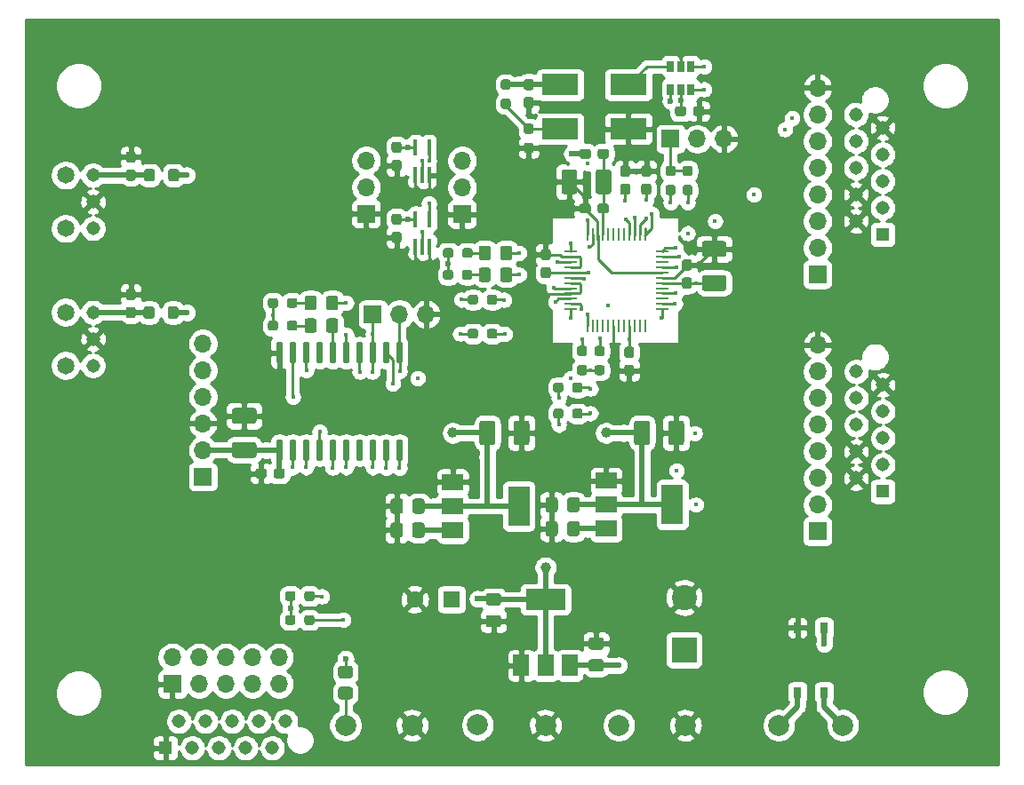
<source format=gbr>
G04 #@! TF.GenerationSoftware,KiCad,Pcbnew,(5.1.9-0-10_14)*
G04 #@! TF.CreationDate,2021-04-25T13:46:17+02:00*
G04 #@! TF.ProjectId,dac,6461632e-6b69-4636-9164-5f7063625858,rev?*
G04 #@! TF.SameCoordinates,Original*
G04 #@! TF.FileFunction,Copper,L1,Top*
G04 #@! TF.FilePolarity,Positive*
%FSLAX46Y46*%
G04 Gerber Fmt 4.6, Leading zero omitted, Abs format (unit mm)*
G04 Created by KiCad (PCBNEW (5.1.9-0-10_14)) date 2021-04-25 13:46:17*
%MOMM*%
%LPD*%
G01*
G04 APERTURE LIST*
G04 #@! TA.AperFunction,ComponentPad*
%ADD10C,1.308000*%
G04 #@! TD*
G04 #@! TA.AperFunction,ComponentPad*
%ADD11C,1.650000*%
G04 #@! TD*
G04 #@! TA.AperFunction,ComponentPad*
%ADD12O,1.700000X1.700000*%
G04 #@! TD*
G04 #@! TA.AperFunction,ComponentPad*
%ADD13R,1.700000X1.700000*%
G04 #@! TD*
G04 #@! TA.AperFunction,SMDPad,CuDef*
%ADD14C,1.000000*%
G04 #@! TD*
G04 #@! TA.AperFunction,SMDPad,CuDef*
%ADD15R,0.400000X1.500000*%
G04 #@! TD*
G04 #@! TA.AperFunction,SMDPad,CuDef*
%ADD16R,0.650000X1.060000*%
G04 #@! TD*
G04 #@! TA.AperFunction,ComponentPad*
%ADD17C,2.000000*%
G04 #@! TD*
G04 #@! TA.AperFunction,ComponentPad*
%ADD18R,1.308000X1.308000*%
G04 #@! TD*
G04 #@! TA.AperFunction,SMDPad,CuDef*
%ADD19R,2.000000X1.500000*%
G04 #@! TD*
G04 #@! TA.AperFunction,SMDPad,CuDef*
%ADD20R,2.000000X3.800000*%
G04 #@! TD*
G04 #@! TA.AperFunction,SMDPad,CuDef*
%ADD21R,1.500000X2.000000*%
G04 #@! TD*
G04 #@! TA.AperFunction,SMDPad,CuDef*
%ADD22R,3.800000X2.000000*%
G04 #@! TD*
G04 #@! TA.AperFunction,SMDPad,CuDef*
%ADD23R,3.500000X2.000000*%
G04 #@! TD*
G04 #@! TA.AperFunction,ComponentPad*
%ADD24C,1.600000*%
G04 #@! TD*
G04 #@! TA.AperFunction,ComponentPad*
%ADD25R,1.600000X1.600000*%
G04 #@! TD*
G04 #@! TA.AperFunction,SMDPad,CuDef*
%ADD26R,0.800000X1.000000*%
G04 #@! TD*
G04 #@! TA.AperFunction,ComponentPad*
%ADD27C,2.400000*%
G04 #@! TD*
G04 #@! TA.AperFunction,ComponentPad*
%ADD28R,2.400000X2.400000*%
G04 #@! TD*
G04 #@! TA.AperFunction,SMDPad,CuDef*
%ADD29R,1.300000X0.250000*%
G04 #@! TD*
G04 #@! TA.AperFunction,SMDPad,CuDef*
%ADD30R,0.250000X1.300000*%
G04 #@! TD*
G04 #@! TA.AperFunction,ViaPad*
%ADD31C,0.450000*%
G04 #@! TD*
G04 #@! TA.AperFunction,ViaPad*
%ADD32C,0.600000*%
G04 #@! TD*
G04 #@! TA.AperFunction,Conductor*
%ADD33C,0.250000*%
G04 #@! TD*
G04 #@! TA.AperFunction,Conductor*
%ADD34C,0.500000*%
G04 #@! TD*
G04 #@! TA.AperFunction,Conductor*
%ADD35C,0.254000*%
G04 #@! TD*
G04 #@! TA.AperFunction,Conductor*
%ADD36C,0.100000*%
G04 #@! TD*
G04 APERTURE END LIST*
D10*
X115025000Y-83185000D03*
X115025000Y-85725000D03*
X115025000Y-88265000D03*
D11*
X112395000Y-88265000D03*
X112395000Y-83185000D03*
D10*
X115025000Y-70104000D03*
X115025000Y-72644000D03*
X115025000Y-75184000D03*
D11*
X112395000Y-75184000D03*
X112395000Y-70104000D03*
D12*
X132740400Y-116078000D03*
X132740400Y-118618000D03*
X130200400Y-116078000D03*
X130200400Y-118618000D03*
X127660400Y-116078000D03*
X127660400Y-118618000D03*
X125120400Y-116078000D03*
X125120400Y-118618000D03*
X122580400Y-116078000D03*
D13*
X122580400Y-118618000D03*
D12*
X150177500Y-68732400D03*
X150177500Y-71272400D03*
D13*
X150177500Y-73812400D03*
G04 #@! TA.AperFunction,SMDPad,CuDef*
G36*
G01*
X122120200Y-83560401D02*
X122120200Y-82860399D01*
G75*
G02*
X122370199Y-82610400I249999J0D01*
G01*
X122920201Y-82610400D01*
G75*
G02*
X123170200Y-82860399I0J-249999D01*
G01*
X123170200Y-83560401D01*
G75*
G02*
X122920201Y-83810400I-249999J0D01*
G01*
X122370199Y-83810400D01*
G75*
G02*
X122120200Y-83560401I0J249999D01*
G01*
G37*
G04 #@! TD.AperFunction*
G04 #@! TA.AperFunction,SMDPad,CuDef*
G36*
G01*
X119820200Y-83560401D02*
X119820200Y-82860399D01*
G75*
G02*
X120070199Y-82610400I249999J0D01*
G01*
X120620201Y-82610400D01*
G75*
G02*
X120870200Y-82860399I0J-249999D01*
G01*
X120870200Y-83560401D01*
G75*
G02*
X120620201Y-83810400I-249999J0D01*
G01*
X120070199Y-83810400D01*
G75*
G02*
X119820200Y-83560401I0J249999D01*
G01*
G37*
G04 #@! TD.AperFunction*
G04 #@! TA.AperFunction,SMDPad,CuDef*
G36*
G01*
X122171000Y-70454001D02*
X122171000Y-69753999D01*
G75*
G02*
X122420999Y-69504000I249999J0D01*
G01*
X122971001Y-69504000D01*
G75*
G02*
X123221000Y-69753999I0J-249999D01*
G01*
X123221000Y-70454001D01*
G75*
G02*
X122971001Y-70704000I-249999J0D01*
G01*
X122420999Y-70704000D01*
G75*
G02*
X122171000Y-70454001I0J249999D01*
G01*
G37*
G04 #@! TD.AperFunction*
G04 #@! TA.AperFunction,SMDPad,CuDef*
G36*
G01*
X119871000Y-70454001D02*
X119871000Y-69753999D01*
G75*
G02*
X120120999Y-69504000I249999J0D01*
G01*
X120671001Y-69504000D01*
G75*
G02*
X120921000Y-69753999I0J-249999D01*
G01*
X120921000Y-70454001D01*
G75*
G02*
X120671001Y-70704000I-249999J0D01*
G01*
X120120999Y-70704000D01*
G75*
G02*
X119871000Y-70454001I0J249999D01*
G01*
G37*
G04 #@! TD.AperFunction*
D14*
X158115000Y-107505500D03*
G04 #@! TA.AperFunction,SMDPad,CuDef*
G36*
G01*
X135148500Y-110473500D02*
X135148500Y-109998500D01*
G75*
G02*
X135386000Y-109761000I237500J0D01*
G01*
X135886000Y-109761000D01*
G75*
G02*
X136123500Y-109998500I0J-237500D01*
G01*
X136123500Y-110473500D01*
G75*
G02*
X135886000Y-110711000I-237500J0D01*
G01*
X135386000Y-110711000D01*
G75*
G02*
X135148500Y-110473500I0J237500D01*
G01*
G37*
G04 #@! TD.AperFunction*
G04 #@! TA.AperFunction,SMDPad,CuDef*
G36*
G01*
X133323500Y-110473500D02*
X133323500Y-109998500D01*
G75*
G02*
X133561000Y-109761000I237500J0D01*
G01*
X134061000Y-109761000D01*
G75*
G02*
X134298500Y-109998500I0J-237500D01*
G01*
X134298500Y-110473500D01*
G75*
G02*
X134061000Y-110711000I-237500J0D01*
G01*
X133561000Y-110711000D01*
G75*
G02*
X133323500Y-110473500I0J237500D01*
G01*
G37*
G04 #@! TD.AperFunction*
G04 #@! TA.AperFunction,SMDPad,CuDef*
G36*
G01*
X135144700Y-112759500D02*
X135144700Y-112284500D01*
G75*
G02*
X135382200Y-112047000I237500J0D01*
G01*
X135882200Y-112047000D01*
G75*
G02*
X136119700Y-112284500I0J-237500D01*
G01*
X136119700Y-112759500D01*
G75*
G02*
X135882200Y-112997000I-237500J0D01*
G01*
X135382200Y-112997000D01*
G75*
G02*
X135144700Y-112759500I0J237500D01*
G01*
G37*
G04 #@! TD.AperFunction*
G04 #@! TA.AperFunction,SMDPad,CuDef*
G36*
G01*
X133319700Y-112759500D02*
X133319700Y-112284500D01*
G75*
G02*
X133557200Y-112047000I237500J0D01*
G01*
X134057200Y-112047000D01*
G75*
G02*
X134294700Y-112284500I0J-237500D01*
G01*
X134294700Y-112759500D01*
G75*
G02*
X134057200Y-112997000I-237500J0D01*
G01*
X133557200Y-112997000D01*
G75*
G02*
X133319700Y-112759500I0J237500D01*
G01*
G37*
G04 #@! TD.AperFunction*
G04 #@! TA.AperFunction,SMDPad,CuDef*
G36*
G01*
X133497500Y-84692500D02*
X133497500Y-84217500D01*
G75*
G02*
X133735000Y-83980000I237500J0D01*
G01*
X134235000Y-83980000D01*
G75*
G02*
X134472500Y-84217500I0J-237500D01*
G01*
X134472500Y-84692500D01*
G75*
G02*
X134235000Y-84930000I-237500J0D01*
G01*
X133735000Y-84930000D01*
G75*
G02*
X133497500Y-84692500I0J237500D01*
G01*
G37*
G04 #@! TD.AperFunction*
G04 #@! TA.AperFunction,SMDPad,CuDef*
G36*
G01*
X131672500Y-84692500D02*
X131672500Y-84217500D01*
G75*
G02*
X131910000Y-83980000I237500J0D01*
G01*
X132410000Y-83980000D01*
G75*
G02*
X132647500Y-84217500I0J-237500D01*
G01*
X132647500Y-84692500D01*
G75*
G02*
X132410000Y-84930000I-237500J0D01*
G01*
X131910000Y-84930000D01*
G75*
G02*
X131672500Y-84692500I0J237500D01*
G01*
G37*
G04 #@! TD.AperFunction*
G04 #@! TA.AperFunction,SMDPad,CuDef*
G36*
G01*
X133497500Y-82533500D02*
X133497500Y-82058500D01*
G75*
G02*
X133735000Y-81821000I237500J0D01*
G01*
X134235000Y-81821000D01*
G75*
G02*
X134472500Y-82058500I0J-237500D01*
G01*
X134472500Y-82533500D01*
G75*
G02*
X134235000Y-82771000I-237500J0D01*
G01*
X133735000Y-82771000D01*
G75*
G02*
X133497500Y-82533500I0J237500D01*
G01*
G37*
G04 #@! TD.AperFunction*
G04 #@! TA.AperFunction,SMDPad,CuDef*
G36*
G01*
X131672500Y-82533500D02*
X131672500Y-82058500D01*
G75*
G02*
X131910000Y-81821000I237500J0D01*
G01*
X132410000Y-81821000D01*
G75*
G02*
X132647500Y-82058500I0J-237500D01*
G01*
X132647500Y-82533500D01*
G75*
G02*
X132410000Y-82771000I-237500J0D01*
G01*
X131910000Y-82771000D01*
G75*
G02*
X131672500Y-82533500I0J237500D01*
G01*
G37*
G04 #@! TD.AperFunction*
G04 #@! TA.AperFunction,SMDPad,CuDef*
G36*
G01*
X136320000Y-84004999D02*
X136320000Y-84905001D01*
G75*
G02*
X136070001Y-85155000I-249999J0D01*
G01*
X135419999Y-85155000D01*
G75*
G02*
X135170000Y-84905001I0J249999D01*
G01*
X135170000Y-84004999D01*
G75*
G02*
X135419999Y-83755000I249999J0D01*
G01*
X136070001Y-83755000D01*
G75*
G02*
X136320000Y-84004999I0J-249999D01*
G01*
G37*
G04 #@! TD.AperFunction*
G04 #@! TA.AperFunction,SMDPad,CuDef*
G36*
G01*
X138370000Y-84004999D02*
X138370000Y-84905001D01*
G75*
G02*
X138120001Y-85155000I-249999J0D01*
G01*
X137469999Y-85155000D01*
G75*
G02*
X137220000Y-84905001I0J249999D01*
G01*
X137220000Y-84004999D01*
G75*
G02*
X137469999Y-83755000I249999J0D01*
G01*
X138120001Y-83755000D01*
G75*
G02*
X138370000Y-84004999I0J-249999D01*
G01*
G37*
G04 #@! TD.AperFunction*
G04 #@! TA.AperFunction,SMDPad,CuDef*
G36*
G01*
X136320000Y-81845999D02*
X136320000Y-82746001D01*
G75*
G02*
X136070001Y-82996000I-249999J0D01*
G01*
X135419999Y-82996000D01*
G75*
G02*
X135170000Y-82746001I0J249999D01*
G01*
X135170000Y-81845999D01*
G75*
G02*
X135419999Y-81596000I249999J0D01*
G01*
X136070001Y-81596000D01*
G75*
G02*
X136320000Y-81845999I0J-249999D01*
G01*
G37*
G04 #@! TD.AperFunction*
G04 #@! TA.AperFunction,SMDPad,CuDef*
G36*
G01*
X138370000Y-81845999D02*
X138370000Y-82746001D01*
G75*
G02*
X138120001Y-82996000I-249999J0D01*
G01*
X137469999Y-82996000D01*
G75*
G02*
X137220000Y-82746001I0J249999D01*
G01*
X137220000Y-81845999D01*
G75*
G02*
X137469999Y-81596000I249999J0D01*
G01*
X138120001Y-81596000D01*
G75*
G02*
X138370000Y-81845999I0J-249999D01*
G01*
G37*
G04 #@! TD.AperFunction*
G04 #@! TA.AperFunction,SMDPad,CuDef*
G36*
G01*
X163089300Y-68309500D02*
X163089300Y-67834500D01*
G75*
G02*
X163326800Y-67597000I237500J0D01*
G01*
X163926800Y-67597000D01*
G75*
G02*
X164164300Y-67834500I0J-237500D01*
G01*
X164164300Y-68309500D01*
G75*
G02*
X163926800Y-68547000I-237500J0D01*
G01*
X163326800Y-68547000D01*
G75*
G02*
X163089300Y-68309500I0J237500D01*
G01*
G37*
G04 #@! TD.AperFunction*
G04 #@! TA.AperFunction,SMDPad,CuDef*
G36*
G01*
X161364300Y-68309500D02*
X161364300Y-67834500D01*
G75*
G02*
X161601800Y-67597000I237500J0D01*
G01*
X162201800Y-67597000D01*
G75*
G02*
X162439300Y-67834500I0J-237500D01*
G01*
X162439300Y-68309500D01*
G75*
G02*
X162201800Y-68547000I-237500J0D01*
G01*
X161601800Y-68547000D01*
G75*
G02*
X161364300Y-68309500I0J237500D01*
G01*
G37*
G04 #@! TD.AperFunction*
D15*
X145732500Y-74302000D03*
X147032500Y-74302000D03*
X147032500Y-76962000D03*
X146382500Y-76962000D03*
X145732500Y-76962000D03*
X145717500Y-67456700D03*
X147017500Y-67456700D03*
X147017500Y-70116700D03*
X146367500Y-70116700D03*
X145717500Y-70116700D03*
G04 #@! TA.AperFunction,SMDPad,CuDef*
G36*
G01*
X143691600Y-75495200D02*
X144166600Y-75495200D01*
G75*
G02*
X144404100Y-75732700I0J-237500D01*
G01*
X144404100Y-76332700D01*
G75*
G02*
X144166600Y-76570200I-237500J0D01*
G01*
X143691600Y-76570200D01*
G75*
G02*
X143454100Y-76332700I0J237500D01*
G01*
X143454100Y-75732700D01*
G75*
G02*
X143691600Y-75495200I237500J0D01*
G01*
G37*
G04 #@! TD.AperFunction*
G04 #@! TA.AperFunction,SMDPad,CuDef*
G36*
G01*
X143691600Y-73770200D02*
X144166600Y-73770200D01*
G75*
G02*
X144404100Y-74007700I0J-237500D01*
G01*
X144404100Y-74607700D01*
G75*
G02*
X144166600Y-74845200I-237500J0D01*
G01*
X143691600Y-74845200D01*
G75*
G02*
X143454100Y-74607700I0J237500D01*
G01*
X143454100Y-74007700D01*
G75*
G02*
X143691600Y-73770200I237500J0D01*
G01*
G37*
G04 #@! TD.AperFunction*
G04 #@! TA.AperFunction,SMDPad,CuDef*
G36*
G01*
X143691600Y-68637200D02*
X144166600Y-68637200D01*
G75*
G02*
X144404100Y-68874700I0J-237500D01*
G01*
X144404100Y-69474700D01*
G75*
G02*
X144166600Y-69712200I-237500J0D01*
G01*
X143691600Y-69712200D01*
G75*
G02*
X143454100Y-69474700I0J237500D01*
G01*
X143454100Y-68874700D01*
G75*
G02*
X143691600Y-68637200I237500J0D01*
G01*
G37*
G04 #@! TD.AperFunction*
G04 #@! TA.AperFunction,SMDPad,CuDef*
G36*
G01*
X143691600Y-66912200D02*
X144166600Y-66912200D01*
G75*
G02*
X144404100Y-67149700I0J-237500D01*
G01*
X144404100Y-67749700D01*
G75*
G02*
X144166600Y-67987200I-237500J0D01*
G01*
X143691600Y-67987200D01*
G75*
G02*
X143454100Y-67749700I0J237500D01*
G01*
X143454100Y-67149700D01*
G75*
G02*
X143691600Y-66912200I237500J0D01*
G01*
G37*
G04 #@! TD.AperFunction*
D16*
X170977600Y-61925200D03*
X171927600Y-61925200D03*
X170027600Y-61925200D03*
X170027600Y-59725200D03*
X170977600Y-59725200D03*
X171927600Y-59725200D03*
G04 #@! TA.AperFunction,SMDPad,CuDef*
G36*
G01*
X171530300Y-63770500D02*
X171530300Y-64245500D01*
G75*
G02*
X171292800Y-64483000I-237500J0D01*
G01*
X170692800Y-64483000D01*
G75*
G02*
X170455300Y-64245500I0J237500D01*
G01*
X170455300Y-63770500D01*
G75*
G02*
X170692800Y-63533000I237500J0D01*
G01*
X171292800Y-63533000D01*
G75*
G02*
X171530300Y-63770500I0J-237500D01*
G01*
G37*
G04 #@! TD.AperFunction*
G04 #@! TA.AperFunction,SMDPad,CuDef*
G36*
G01*
X173255300Y-63770500D02*
X173255300Y-64245500D01*
G75*
G02*
X173017800Y-64483000I-237500J0D01*
G01*
X172417800Y-64483000D01*
G75*
G02*
X172180300Y-64245500I0J237500D01*
G01*
X172180300Y-63770500D01*
G75*
G02*
X172417800Y-63533000I237500J0D01*
G01*
X173017800Y-63533000D01*
G75*
G02*
X173255300Y-63770500I0J-237500D01*
G01*
G37*
G04 #@! TD.AperFunction*
G04 #@! TA.AperFunction,SMDPad,CuDef*
G36*
G01*
X156752300Y-66171900D02*
X156277300Y-66171900D01*
G75*
G02*
X156039800Y-65934400I0J237500D01*
G01*
X156039800Y-65434400D01*
G75*
G02*
X156277300Y-65196900I237500J0D01*
G01*
X156752300Y-65196900D01*
G75*
G02*
X156989800Y-65434400I0J-237500D01*
G01*
X156989800Y-65934400D01*
G75*
G02*
X156752300Y-66171900I-237500J0D01*
G01*
G37*
G04 #@! TD.AperFunction*
G04 #@! TA.AperFunction,SMDPad,CuDef*
G36*
G01*
X156752300Y-67996900D02*
X156277300Y-67996900D01*
G75*
G02*
X156039800Y-67759400I0J237500D01*
G01*
X156039800Y-67259400D01*
G75*
G02*
X156277300Y-67021900I237500J0D01*
G01*
X156752300Y-67021900D01*
G75*
G02*
X156989800Y-67259400I0J-237500D01*
G01*
X156989800Y-67759400D01*
G75*
G02*
X156752300Y-67996900I-237500J0D01*
G01*
G37*
G04 #@! TD.AperFunction*
G04 #@! TA.AperFunction,SMDPad,CuDef*
G36*
G01*
X154567900Y-61955500D02*
X154092900Y-61955500D01*
G75*
G02*
X153855400Y-61718000I0J237500D01*
G01*
X153855400Y-61218000D01*
G75*
G02*
X154092900Y-60980500I237500J0D01*
G01*
X154567900Y-60980500D01*
G75*
G02*
X154805400Y-61218000I0J-237500D01*
G01*
X154805400Y-61718000D01*
G75*
G02*
X154567900Y-61955500I-237500J0D01*
G01*
G37*
G04 #@! TD.AperFunction*
G04 #@! TA.AperFunction,SMDPad,CuDef*
G36*
G01*
X154567900Y-63780500D02*
X154092900Y-63780500D01*
G75*
G02*
X153855400Y-63543000I0J237500D01*
G01*
X153855400Y-63043000D01*
G75*
G02*
X154092900Y-62805500I237500J0D01*
G01*
X154567900Y-62805500D01*
G75*
G02*
X154805400Y-63043000I0J-237500D01*
G01*
X154805400Y-63543000D01*
G75*
G02*
X154567900Y-63780500I-237500J0D01*
G01*
G37*
G04 #@! TD.AperFunction*
G04 #@! TA.AperFunction,SMDPad,CuDef*
G36*
G01*
X170265100Y-70188900D02*
X169790100Y-70188900D01*
G75*
G02*
X169552600Y-69951400I0J237500D01*
G01*
X169552600Y-69451400D01*
G75*
G02*
X169790100Y-69213900I237500J0D01*
G01*
X170265100Y-69213900D01*
G75*
G02*
X170502600Y-69451400I0J-237500D01*
G01*
X170502600Y-69951400D01*
G75*
G02*
X170265100Y-70188900I-237500J0D01*
G01*
G37*
G04 #@! TD.AperFunction*
G04 #@! TA.AperFunction,SMDPad,CuDef*
G36*
G01*
X170265100Y-72013900D02*
X169790100Y-72013900D01*
G75*
G02*
X169552600Y-71776400I0J237500D01*
G01*
X169552600Y-71276400D01*
G75*
G02*
X169790100Y-71038900I237500J0D01*
G01*
X170265100Y-71038900D01*
G75*
G02*
X170502600Y-71276400I0J-237500D01*
G01*
X170502600Y-71776400D01*
G75*
G02*
X170265100Y-72013900I-237500J0D01*
G01*
G37*
G04 #@! TD.AperFunction*
G04 #@! TA.AperFunction,SMDPad,CuDef*
G36*
G01*
X171890700Y-70188900D02*
X171415700Y-70188900D01*
G75*
G02*
X171178200Y-69951400I0J237500D01*
G01*
X171178200Y-69451400D01*
G75*
G02*
X171415700Y-69213900I237500J0D01*
G01*
X171890700Y-69213900D01*
G75*
G02*
X172128200Y-69451400I0J-237500D01*
G01*
X172128200Y-69951400D01*
G75*
G02*
X171890700Y-70188900I-237500J0D01*
G01*
G37*
G04 #@! TD.AperFunction*
G04 #@! TA.AperFunction,SMDPad,CuDef*
G36*
G01*
X171890700Y-72013900D02*
X171415700Y-72013900D01*
G75*
G02*
X171178200Y-71776400I0J237500D01*
G01*
X171178200Y-71276400D01*
G75*
G02*
X171415700Y-71038900I237500J0D01*
G01*
X171890700Y-71038900D01*
G75*
G02*
X172128200Y-71276400I0J-237500D01*
G01*
X172128200Y-71776400D01*
G75*
G02*
X171890700Y-72013900I-237500J0D01*
G01*
G37*
G04 #@! TD.AperFunction*
G04 #@! TA.AperFunction,SMDPad,CuDef*
G36*
G01*
X161357300Y-88205500D02*
X161832300Y-88205500D01*
G75*
G02*
X162069800Y-88443000I0J-237500D01*
G01*
X162069800Y-88943000D01*
G75*
G02*
X161832300Y-89180500I-237500J0D01*
G01*
X161357300Y-89180500D01*
G75*
G02*
X161119800Y-88943000I0J237500D01*
G01*
X161119800Y-88443000D01*
G75*
G02*
X161357300Y-88205500I237500J0D01*
G01*
G37*
G04 #@! TD.AperFunction*
G04 #@! TA.AperFunction,SMDPad,CuDef*
G36*
G01*
X161357300Y-86380500D02*
X161832300Y-86380500D01*
G75*
G02*
X162069800Y-86618000I0J-237500D01*
G01*
X162069800Y-87118000D01*
G75*
G02*
X161832300Y-87355500I-237500J0D01*
G01*
X161357300Y-87355500D01*
G75*
G02*
X161119800Y-87118000I0J237500D01*
G01*
X161119800Y-86618000D01*
G75*
G02*
X161357300Y-86380500I237500J0D01*
G01*
G37*
G04 #@! TD.AperFunction*
G04 #@! TA.AperFunction,SMDPad,CuDef*
G36*
G01*
X163033700Y-88205500D02*
X163508700Y-88205500D01*
G75*
G02*
X163746200Y-88443000I0J-237500D01*
G01*
X163746200Y-88943000D01*
G75*
G02*
X163508700Y-89180500I-237500J0D01*
G01*
X163033700Y-89180500D01*
G75*
G02*
X162796200Y-88943000I0J237500D01*
G01*
X162796200Y-88443000D01*
G75*
G02*
X163033700Y-88205500I237500J0D01*
G01*
G37*
G04 #@! TD.AperFunction*
G04 #@! TA.AperFunction,SMDPad,CuDef*
G36*
G01*
X163033700Y-86380500D02*
X163508700Y-86380500D01*
G75*
G02*
X163746200Y-86618000I0J-237500D01*
G01*
X163746200Y-87118000D01*
G75*
G02*
X163508700Y-87355500I-237500J0D01*
G01*
X163033700Y-87355500D01*
G75*
G02*
X162796200Y-87118000I0J237500D01*
G01*
X162796200Y-86618000D01*
G75*
G02*
X163033700Y-86380500I237500J0D01*
G01*
G37*
G04 #@! TD.AperFunction*
G04 #@! TA.AperFunction,SMDPad,CuDef*
G36*
G01*
X151693700Y-81741000D02*
X151693700Y-82216000D01*
G75*
G02*
X151456200Y-82453500I-237500J0D01*
G01*
X150956200Y-82453500D01*
G75*
G02*
X150718700Y-82216000I0J237500D01*
G01*
X150718700Y-81741000D01*
G75*
G02*
X150956200Y-81503500I237500J0D01*
G01*
X151456200Y-81503500D01*
G75*
G02*
X151693700Y-81741000I0J-237500D01*
G01*
G37*
G04 #@! TD.AperFunction*
G04 #@! TA.AperFunction,SMDPad,CuDef*
G36*
G01*
X153518700Y-81741000D02*
X153518700Y-82216000D01*
G75*
G02*
X153281200Y-82453500I-237500J0D01*
G01*
X152781200Y-82453500D01*
G75*
G02*
X152543700Y-82216000I0J237500D01*
G01*
X152543700Y-81741000D01*
G75*
G02*
X152781200Y-81503500I237500J0D01*
G01*
X153281200Y-81503500D01*
G75*
G02*
X153518700Y-81741000I0J-237500D01*
G01*
G37*
G04 #@! TD.AperFunction*
G04 #@! TA.AperFunction,SMDPad,CuDef*
G36*
G01*
X151693700Y-84979500D02*
X151693700Y-85454500D01*
G75*
G02*
X151456200Y-85692000I-237500J0D01*
G01*
X150956200Y-85692000D01*
G75*
G02*
X150718700Y-85454500I0J237500D01*
G01*
X150718700Y-84979500D01*
G75*
G02*
X150956200Y-84742000I237500J0D01*
G01*
X151456200Y-84742000D01*
G75*
G02*
X151693700Y-84979500I0J-237500D01*
G01*
G37*
G04 #@! TD.AperFunction*
G04 #@! TA.AperFunction,SMDPad,CuDef*
G36*
G01*
X153518700Y-84979500D02*
X153518700Y-85454500D01*
G75*
G02*
X153281200Y-85692000I-237500J0D01*
G01*
X152781200Y-85692000D01*
G75*
G02*
X152543700Y-85454500I0J237500D01*
G01*
X152543700Y-84979500D01*
G75*
G02*
X152781200Y-84742000I237500J0D01*
G01*
X153281200Y-84742000D01*
G75*
G02*
X153518700Y-84979500I0J-237500D01*
G01*
G37*
G04 #@! TD.AperFunction*
G04 #@! TA.AperFunction,SMDPad,CuDef*
G36*
G01*
X150185300Y-77758300D02*
X150185300Y-77283300D01*
G75*
G02*
X150422800Y-77045800I237500J0D01*
G01*
X150922800Y-77045800D01*
G75*
G02*
X151160300Y-77283300I0J-237500D01*
G01*
X151160300Y-77758300D01*
G75*
G02*
X150922800Y-77995800I-237500J0D01*
G01*
X150422800Y-77995800D01*
G75*
G02*
X150185300Y-77758300I0J237500D01*
G01*
G37*
G04 #@! TD.AperFunction*
G04 #@! TA.AperFunction,SMDPad,CuDef*
G36*
G01*
X148360300Y-77758300D02*
X148360300Y-77283300D01*
G75*
G02*
X148597800Y-77045800I237500J0D01*
G01*
X149097800Y-77045800D01*
G75*
G02*
X149335300Y-77283300I0J-237500D01*
G01*
X149335300Y-77758300D01*
G75*
G02*
X149097800Y-77995800I-237500J0D01*
G01*
X148597800Y-77995800D01*
G75*
G02*
X148360300Y-77758300I0J237500D01*
G01*
G37*
G04 #@! TD.AperFunction*
G04 #@! TA.AperFunction,SMDPad,CuDef*
G36*
G01*
X150181500Y-79841100D02*
X150181500Y-79366100D01*
G75*
G02*
X150419000Y-79128600I237500J0D01*
G01*
X150919000Y-79128600D01*
G75*
G02*
X151156500Y-79366100I0J-237500D01*
G01*
X151156500Y-79841100D01*
G75*
G02*
X150919000Y-80078600I-237500J0D01*
G01*
X150419000Y-80078600D01*
G75*
G02*
X150181500Y-79841100I0J237500D01*
G01*
G37*
G04 #@! TD.AperFunction*
G04 #@! TA.AperFunction,SMDPad,CuDef*
G36*
G01*
X148356500Y-79841100D02*
X148356500Y-79366100D01*
G75*
G02*
X148594000Y-79128600I237500J0D01*
G01*
X149094000Y-79128600D01*
G75*
G02*
X149331500Y-79366100I0J-237500D01*
G01*
X149331500Y-79841100D01*
G75*
G02*
X149094000Y-80078600I-237500J0D01*
G01*
X148594000Y-80078600D01*
G75*
G02*
X148356500Y-79841100I0J237500D01*
G01*
G37*
G04 #@! TD.AperFunction*
D17*
X171450000Y-122555000D03*
X165100000Y-122555000D03*
G04 #@! TA.AperFunction,SMDPad,CuDef*
G36*
G01*
X159825500Y-92599500D02*
X159825500Y-93074500D01*
G75*
G02*
X159588000Y-93312000I-237500J0D01*
G01*
X159088000Y-93312000D01*
G75*
G02*
X158850500Y-93074500I0J237500D01*
G01*
X158850500Y-92599500D01*
G75*
G02*
X159088000Y-92362000I237500J0D01*
G01*
X159588000Y-92362000D01*
G75*
G02*
X159825500Y-92599500I0J-237500D01*
G01*
G37*
G04 #@! TD.AperFunction*
G04 #@! TA.AperFunction,SMDPad,CuDef*
G36*
G01*
X161650500Y-92599500D02*
X161650500Y-93074500D01*
G75*
G02*
X161413000Y-93312000I-237500J0D01*
G01*
X160913000Y-93312000D01*
G75*
G02*
X160675500Y-93074500I0J237500D01*
G01*
X160675500Y-92599500D01*
G75*
G02*
X160913000Y-92362000I237500J0D01*
G01*
X161413000Y-92362000D01*
G75*
G02*
X161650500Y-92599500I0J-237500D01*
G01*
G37*
G04 #@! TD.AperFunction*
G04 #@! TA.AperFunction,SMDPad,CuDef*
G36*
G01*
X159825500Y-90123000D02*
X159825500Y-90598000D01*
G75*
G02*
X159588000Y-90835500I-237500J0D01*
G01*
X159088000Y-90835500D01*
G75*
G02*
X158850500Y-90598000I0J237500D01*
G01*
X158850500Y-90123000D01*
G75*
G02*
X159088000Y-89885500I237500J0D01*
G01*
X159588000Y-89885500D01*
G75*
G02*
X159825500Y-90123000I0J-237500D01*
G01*
G37*
G04 #@! TD.AperFunction*
G04 #@! TA.AperFunction,SMDPad,CuDef*
G36*
G01*
X161650500Y-90123000D02*
X161650500Y-90598000D01*
G75*
G02*
X161413000Y-90835500I-237500J0D01*
G01*
X160913000Y-90835500D01*
G75*
G02*
X160675500Y-90598000I0J237500D01*
G01*
X160675500Y-90123000D01*
G75*
G02*
X160913000Y-89885500I237500J0D01*
G01*
X161413000Y-89885500D01*
G75*
G02*
X161650500Y-90123000I0J-237500D01*
G01*
G37*
G04 #@! TD.AperFunction*
G04 #@! TA.AperFunction,SMDPad,CuDef*
G36*
G01*
X166328100Y-87532500D02*
X165853100Y-87532500D01*
G75*
G02*
X165615600Y-87295000I0J237500D01*
G01*
X165615600Y-86695000D01*
G75*
G02*
X165853100Y-86457500I237500J0D01*
G01*
X166328100Y-86457500D01*
G75*
G02*
X166565600Y-86695000I0J-237500D01*
G01*
X166565600Y-87295000D01*
G75*
G02*
X166328100Y-87532500I-237500J0D01*
G01*
G37*
G04 #@! TD.AperFunction*
G04 #@! TA.AperFunction,SMDPad,CuDef*
G36*
G01*
X166328100Y-89257500D02*
X165853100Y-89257500D01*
G75*
G02*
X165615600Y-89020000I0J237500D01*
G01*
X165615600Y-88420000D01*
G75*
G02*
X165853100Y-88182500I237500J0D01*
G01*
X166328100Y-88182500D01*
G75*
G02*
X166565600Y-88420000I0J-237500D01*
G01*
X166565600Y-89020000D01*
G75*
G02*
X166328100Y-89257500I-237500J0D01*
G01*
G37*
G04 #@! TD.AperFunction*
G04 #@! TA.AperFunction,SMDPad,CuDef*
G36*
G01*
X157902900Y-78860700D02*
X158377900Y-78860700D01*
G75*
G02*
X158615400Y-79098200I0J-237500D01*
G01*
X158615400Y-79698200D01*
G75*
G02*
X158377900Y-79935700I-237500J0D01*
G01*
X157902900Y-79935700D01*
G75*
G02*
X157665400Y-79698200I0J237500D01*
G01*
X157665400Y-79098200D01*
G75*
G02*
X157902900Y-78860700I237500J0D01*
G01*
G37*
G04 #@! TD.AperFunction*
G04 #@! TA.AperFunction,SMDPad,CuDef*
G36*
G01*
X157902900Y-77135700D02*
X158377900Y-77135700D01*
G75*
G02*
X158615400Y-77373200I0J-237500D01*
G01*
X158615400Y-77973200D01*
G75*
G02*
X158377900Y-78210700I-237500J0D01*
G01*
X157902900Y-78210700D01*
G75*
G02*
X157665400Y-77973200I0J237500D01*
G01*
X157665400Y-77373200D01*
G75*
G02*
X157902900Y-77135700I237500J0D01*
G01*
G37*
G04 #@! TD.AperFunction*
G04 #@! TA.AperFunction,SMDPad,CuDef*
G36*
G01*
X163075500Y-73516500D02*
X163075500Y-73041500D01*
G75*
G02*
X163313000Y-72804000I237500J0D01*
G01*
X163913000Y-72804000D01*
G75*
G02*
X164150500Y-73041500I0J-237500D01*
G01*
X164150500Y-73516500D01*
G75*
G02*
X163913000Y-73754000I-237500J0D01*
G01*
X163313000Y-73754000D01*
G75*
G02*
X163075500Y-73516500I0J237500D01*
G01*
G37*
G04 #@! TD.AperFunction*
G04 #@! TA.AperFunction,SMDPad,CuDef*
G36*
G01*
X161350500Y-73516500D02*
X161350500Y-73041500D01*
G75*
G02*
X161588000Y-72804000I237500J0D01*
G01*
X162188000Y-72804000D01*
G75*
G02*
X162425500Y-73041500I0J-237500D01*
G01*
X162425500Y-73516500D01*
G75*
G02*
X162188000Y-73754000I-237500J0D01*
G01*
X161588000Y-73754000D01*
G75*
G02*
X161350500Y-73516500I0J237500D01*
G01*
G37*
G04 #@! TD.AperFunction*
G04 #@! TA.AperFunction,SMDPad,CuDef*
G36*
G01*
X171339500Y-79853500D02*
X171814500Y-79853500D01*
G75*
G02*
X172052000Y-80091000I0J-237500D01*
G01*
X172052000Y-80691000D01*
G75*
G02*
X171814500Y-80928500I-237500J0D01*
G01*
X171339500Y-80928500D01*
G75*
G02*
X171102000Y-80691000I0J237500D01*
G01*
X171102000Y-80091000D01*
G75*
G02*
X171339500Y-79853500I237500J0D01*
G01*
G37*
G04 #@! TD.AperFunction*
G04 #@! TA.AperFunction,SMDPad,CuDef*
G36*
G01*
X171339500Y-78128500D02*
X171814500Y-78128500D01*
G75*
G02*
X172052000Y-78366000I0J-237500D01*
G01*
X172052000Y-78966000D01*
G75*
G02*
X171814500Y-79203500I-237500J0D01*
G01*
X171339500Y-79203500D01*
G75*
G02*
X171102000Y-78966000I0J237500D01*
G01*
X171102000Y-78366000D01*
G75*
G02*
X171339500Y-78128500I237500J0D01*
G01*
G37*
G04 #@! TD.AperFunction*
G04 #@! TA.AperFunction,SMDPad,CuDef*
G36*
G01*
X156277300Y-62657700D02*
X156752300Y-62657700D01*
G75*
G02*
X156989800Y-62895200I0J-237500D01*
G01*
X156989800Y-63495200D01*
G75*
G02*
X156752300Y-63732700I-237500J0D01*
G01*
X156277300Y-63732700D01*
G75*
G02*
X156039800Y-63495200I0J237500D01*
G01*
X156039800Y-62895200D01*
G75*
G02*
X156277300Y-62657700I237500J0D01*
G01*
G37*
G04 #@! TD.AperFunction*
G04 #@! TA.AperFunction,SMDPad,CuDef*
G36*
G01*
X156277300Y-60932700D02*
X156752300Y-60932700D01*
G75*
G02*
X156989800Y-61170200I0J-237500D01*
G01*
X156989800Y-61770200D01*
G75*
G02*
X156752300Y-62007700I-237500J0D01*
G01*
X156277300Y-62007700D01*
G75*
G02*
X156039800Y-61770200I0J237500D01*
G01*
X156039800Y-61170200D01*
G75*
G02*
X156277300Y-60932700I237500J0D01*
G01*
G37*
G04 #@! TD.AperFunction*
G04 #@! TA.AperFunction,SMDPad,CuDef*
G36*
G01*
X132214500Y-98789500D02*
X132214500Y-98314500D01*
G75*
G02*
X132452000Y-98077000I237500J0D01*
G01*
X133052000Y-98077000D01*
G75*
G02*
X133289500Y-98314500I0J-237500D01*
G01*
X133289500Y-98789500D01*
G75*
G02*
X133052000Y-99027000I-237500J0D01*
G01*
X132452000Y-99027000D01*
G75*
G02*
X132214500Y-98789500I0J237500D01*
G01*
G37*
G04 #@! TD.AperFunction*
G04 #@! TA.AperFunction,SMDPad,CuDef*
G36*
G01*
X130489500Y-98789500D02*
X130489500Y-98314500D01*
G75*
G02*
X130727000Y-98077000I237500J0D01*
G01*
X131327000Y-98077000D01*
G75*
G02*
X131564500Y-98314500I0J-237500D01*
G01*
X131564500Y-98789500D01*
G75*
G02*
X131327000Y-99027000I-237500J0D01*
G01*
X130727000Y-99027000D01*
G75*
G02*
X130489500Y-98789500I0J237500D01*
G01*
G37*
G04 #@! TD.AperFunction*
G04 #@! TA.AperFunction,SMDPad,CuDef*
G36*
G01*
X118380500Y-82672900D02*
X118855500Y-82672900D01*
G75*
G02*
X119093000Y-82910400I0J-237500D01*
G01*
X119093000Y-83510400D01*
G75*
G02*
X118855500Y-83747900I-237500J0D01*
G01*
X118380500Y-83747900D01*
G75*
G02*
X118143000Y-83510400I0J237500D01*
G01*
X118143000Y-82910400D01*
G75*
G02*
X118380500Y-82672900I237500J0D01*
G01*
G37*
G04 #@! TD.AperFunction*
G04 #@! TA.AperFunction,SMDPad,CuDef*
G36*
G01*
X118380500Y-80947900D02*
X118855500Y-80947900D01*
G75*
G02*
X119093000Y-81185400I0J-237500D01*
G01*
X119093000Y-81785400D01*
G75*
G02*
X118855500Y-82022900I-237500J0D01*
G01*
X118380500Y-82022900D01*
G75*
G02*
X118143000Y-81785400I0J237500D01*
G01*
X118143000Y-81185400D01*
G75*
G02*
X118380500Y-80947900I237500J0D01*
G01*
G37*
G04 #@! TD.AperFunction*
G04 #@! TA.AperFunction,SMDPad,CuDef*
G36*
G01*
X118380500Y-69566500D02*
X118855500Y-69566500D01*
G75*
G02*
X119093000Y-69804000I0J-237500D01*
G01*
X119093000Y-70404000D01*
G75*
G02*
X118855500Y-70641500I-237500J0D01*
G01*
X118380500Y-70641500D01*
G75*
G02*
X118143000Y-70404000I0J237500D01*
G01*
X118143000Y-69804000D01*
G75*
G02*
X118380500Y-69566500I237500J0D01*
G01*
G37*
G04 #@! TD.AperFunction*
G04 #@! TA.AperFunction,SMDPad,CuDef*
G36*
G01*
X118380500Y-67841500D02*
X118855500Y-67841500D01*
G75*
G02*
X119093000Y-68079000I0J-237500D01*
G01*
X119093000Y-68679000D01*
G75*
G02*
X118855500Y-68916500I-237500J0D01*
G01*
X118380500Y-68916500D01*
G75*
G02*
X118143000Y-68679000I0J237500D01*
G01*
X118143000Y-68079000D01*
G75*
G02*
X118380500Y-67841500I237500J0D01*
G01*
G37*
G04 #@! TD.AperFunction*
G04 #@! TA.AperFunction,SMDPad,CuDef*
G36*
G01*
X167953700Y-70262700D02*
X167478700Y-70262700D01*
G75*
G02*
X167241200Y-70025200I0J237500D01*
G01*
X167241200Y-69425200D01*
G75*
G02*
X167478700Y-69187700I237500J0D01*
G01*
X167953700Y-69187700D01*
G75*
G02*
X168191200Y-69425200I0J-237500D01*
G01*
X168191200Y-70025200D01*
G75*
G02*
X167953700Y-70262700I-237500J0D01*
G01*
G37*
G04 #@! TD.AperFunction*
G04 #@! TA.AperFunction,SMDPad,CuDef*
G36*
G01*
X167953700Y-71987700D02*
X167478700Y-71987700D01*
G75*
G02*
X167241200Y-71750200I0J237500D01*
G01*
X167241200Y-71150200D01*
G75*
G02*
X167478700Y-70912700I237500J0D01*
G01*
X167953700Y-70912700D01*
G75*
G02*
X168191200Y-71150200I0J-237500D01*
G01*
X168191200Y-71750200D01*
G75*
G02*
X167953700Y-71987700I-237500J0D01*
G01*
G37*
G04 #@! TD.AperFunction*
G04 #@! TA.AperFunction,SMDPad,CuDef*
G36*
G01*
X165472100Y-70912700D02*
X165947100Y-70912700D01*
G75*
G02*
X166184600Y-71150200I0J-237500D01*
G01*
X166184600Y-71750200D01*
G75*
G02*
X165947100Y-71987700I-237500J0D01*
G01*
X165472100Y-71987700D01*
G75*
G02*
X165234600Y-71750200I0J237500D01*
G01*
X165234600Y-71150200D01*
G75*
G02*
X165472100Y-70912700I237500J0D01*
G01*
G37*
G04 #@! TD.AperFunction*
G04 #@! TA.AperFunction,SMDPad,CuDef*
G36*
G01*
X165472100Y-69187700D02*
X165947100Y-69187700D01*
G75*
G02*
X166184600Y-69425200I0J-237500D01*
G01*
X166184600Y-70025200D01*
G75*
G02*
X165947100Y-70262700I-237500J0D01*
G01*
X165472100Y-70262700D01*
G75*
G02*
X165234600Y-70025200I0J237500D01*
G01*
X165234600Y-69425200D01*
G75*
G02*
X165472100Y-69187700I237500J0D01*
G01*
G37*
G04 #@! TD.AperFunction*
D18*
X190246000Y-100266500D03*
D10*
X187706000Y-98996500D03*
X190246000Y-97726500D03*
X187706000Y-96456500D03*
X190246000Y-95186500D03*
X187706000Y-93916500D03*
X190246000Y-92646500D03*
X187706000Y-91376500D03*
X190246000Y-90106500D03*
X187706000Y-88836500D03*
D12*
X184023000Y-86296500D03*
X184023000Y-88836500D03*
X184023000Y-91376500D03*
X184023000Y-93916500D03*
X184023000Y-96456500D03*
X184023000Y-98996500D03*
X184023000Y-101536500D03*
D13*
X184023000Y-104076500D03*
D12*
X175107600Y-66649600D03*
X172567600Y-66649600D03*
D13*
X170027600Y-66649600D03*
D12*
X141033500Y-68707000D03*
X141033500Y-71247000D03*
D13*
X141033500Y-73787000D03*
D12*
X184023000Y-61785500D03*
X184023000Y-64325500D03*
X184023000Y-66865500D03*
X184023000Y-69405500D03*
X184023000Y-71945500D03*
X184023000Y-74485500D03*
X184023000Y-77025500D03*
D13*
X184023000Y-79565500D03*
D12*
X146748500Y-83375500D03*
X144208500Y-83375500D03*
D13*
X141668500Y-83375500D03*
D18*
X121920000Y-124714000D03*
D10*
X123190000Y-122174000D03*
X124460000Y-124714000D03*
X125730000Y-122174000D03*
X127000000Y-124714000D03*
X128270000Y-122174000D03*
X129540000Y-124714000D03*
X130810000Y-122174000D03*
X132080000Y-124714000D03*
X133350000Y-122174000D03*
D19*
X163893500Y-99222500D03*
X163893500Y-103822500D03*
X163893500Y-101522500D03*
D20*
X170193500Y-101522500D03*
D19*
X149275000Y-99363500D03*
X149275000Y-103963500D03*
X149275000Y-101663500D03*
D20*
X155575000Y-101663500D03*
D21*
X155815000Y-116853500D03*
X160415000Y-116853500D03*
X158115000Y-116853500D03*
D22*
X158115000Y-110553500D03*
D23*
X159514400Y-61484400D03*
X166014400Y-61484400D03*
X166014400Y-65684400D03*
X159514400Y-65684400D03*
D14*
X163893500Y-94678500D03*
X149288500Y-94678500D03*
D18*
X190224000Y-75755500D03*
D10*
X187684000Y-74485500D03*
X190224000Y-73215500D03*
X187684000Y-71945500D03*
X190224000Y-70675500D03*
X187684000Y-69405500D03*
X190224000Y-68135500D03*
X187684000Y-66865500D03*
X190224000Y-65595500D03*
X187684000Y-64325500D03*
G04 #@! TA.AperFunction,SMDPad,CuDef*
G36*
G01*
X169811000Y-95603500D02*
X169811000Y-93753500D01*
G75*
G02*
X170061000Y-93503500I250000J0D01*
G01*
X171061000Y-93503500D01*
G75*
G02*
X171311000Y-93753500I0J-250000D01*
G01*
X171311000Y-95603500D01*
G75*
G02*
X171061000Y-95853500I-250000J0D01*
G01*
X170061000Y-95853500D01*
G75*
G02*
X169811000Y-95603500I0J250000D01*
G01*
G37*
G04 #@! TD.AperFunction*
G04 #@! TA.AperFunction,SMDPad,CuDef*
G36*
G01*
X166561000Y-95603500D02*
X166561000Y-93753500D01*
G75*
G02*
X166811000Y-93503500I250000J0D01*
G01*
X167811000Y-93503500D01*
G75*
G02*
X168061000Y-93753500I0J-250000D01*
G01*
X168061000Y-95603500D01*
G75*
G02*
X167811000Y-95853500I-250000J0D01*
G01*
X166811000Y-95853500D01*
G75*
G02*
X166561000Y-95603500I0J250000D01*
G01*
G37*
G04 #@! TD.AperFunction*
G04 #@! TA.AperFunction,SMDPad,CuDef*
G36*
G01*
X155079000Y-95603500D02*
X155079000Y-93753500D01*
G75*
G02*
X155329000Y-93503500I250000J0D01*
G01*
X156329000Y-93503500D01*
G75*
G02*
X156579000Y-93753500I0J-250000D01*
G01*
X156579000Y-95603500D01*
G75*
G02*
X156329000Y-95853500I-250000J0D01*
G01*
X155329000Y-95853500D01*
G75*
G02*
X155079000Y-95603500I0J250000D01*
G01*
G37*
G04 #@! TD.AperFunction*
G04 #@! TA.AperFunction,SMDPad,CuDef*
G36*
G01*
X151829000Y-95603500D02*
X151829000Y-93753500D01*
G75*
G02*
X152079000Y-93503500I250000J0D01*
G01*
X153079000Y-93503500D01*
G75*
G02*
X153329000Y-93753500I0J-250000D01*
G01*
X153329000Y-95603500D01*
G75*
G02*
X153079000Y-95853500I-250000J0D01*
G01*
X152079000Y-95853500D01*
G75*
G02*
X151829000Y-95603500I0J250000D01*
G01*
G37*
G04 #@! TD.AperFunction*
G04 #@! TA.AperFunction,SMDPad,CuDef*
G36*
G01*
X159294500Y-101061500D02*
X159294500Y-102011500D01*
G75*
G02*
X159044500Y-102261500I-250000J0D01*
G01*
X158369500Y-102261500D01*
G75*
G02*
X158119500Y-102011500I0J250000D01*
G01*
X158119500Y-101061500D01*
G75*
G02*
X158369500Y-100811500I250000J0D01*
G01*
X159044500Y-100811500D01*
G75*
G02*
X159294500Y-101061500I0J-250000D01*
G01*
G37*
G04 #@! TD.AperFunction*
G04 #@! TA.AperFunction,SMDPad,CuDef*
G36*
G01*
X161369500Y-101061500D02*
X161369500Y-102011500D01*
G75*
G02*
X161119500Y-102261500I-250000J0D01*
G01*
X160444500Y-102261500D01*
G75*
G02*
X160194500Y-102011500I0J250000D01*
G01*
X160194500Y-101061500D01*
G75*
G02*
X160444500Y-100811500I250000J0D01*
G01*
X161119500Y-100811500D01*
G75*
G02*
X161369500Y-101061500I0J-250000D01*
G01*
G37*
G04 #@! TD.AperFunction*
G04 #@! TA.AperFunction,SMDPad,CuDef*
G36*
G01*
X144542000Y-101188500D02*
X144542000Y-102138500D01*
G75*
G02*
X144292000Y-102388500I-250000J0D01*
G01*
X143617000Y-102388500D01*
G75*
G02*
X143367000Y-102138500I0J250000D01*
G01*
X143367000Y-101188500D01*
G75*
G02*
X143617000Y-100938500I250000J0D01*
G01*
X144292000Y-100938500D01*
G75*
G02*
X144542000Y-101188500I0J-250000D01*
G01*
G37*
G04 #@! TD.AperFunction*
G04 #@! TA.AperFunction,SMDPad,CuDef*
G36*
G01*
X146617000Y-101188500D02*
X146617000Y-102138500D01*
G75*
G02*
X146367000Y-102388500I-250000J0D01*
G01*
X145692000Y-102388500D01*
G75*
G02*
X145442000Y-102138500I0J250000D01*
G01*
X145442000Y-101188500D01*
G75*
G02*
X145692000Y-100938500I250000J0D01*
G01*
X146367000Y-100938500D01*
G75*
G02*
X146617000Y-101188500I0J-250000D01*
G01*
G37*
G04 #@! TD.AperFunction*
G04 #@! TA.AperFunction,SMDPad,CuDef*
G36*
G01*
X159294500Y-103347500D02*
X159294500Y-104297500D01*
G75*
G02*
X159044500Y-104547500I-250000J0D01*
G01*
X158369500Y-104547500D01*
G75*
G02*
X158119500Y-104297500I0J250000D01*
G01*
X158119500Y-103347500D01*
G75*
G02*
X158369500Y-103097500I250000J0D01*
G01*
X159044500Y-103097500D01*
G75*
G02*
X159294500Y-103347500I0J-250000D01*
G01*
G37*
G04 #@! TD.AperFunction*
G04 #@! TA.AperFunction,SMDPad,CuDef*
G36*
G01*
X161369500Y-103347500D02*
X161369500Y-104297500D01*
G75*
G02*
X161119500Y-104547500I-250000J0D01*
G01*
X160444500Y-104547500D01*
G75*
G02*
X160194500Y-104297500I0J250000D01*
G01*
X160194500Y-103347500D01*
G75*
G02*
X160444500Y-103097500I250000J0D01*
G01*
X161119500Y-103097500D01*
G75*
G02*
X161369500Y-103347500I0J-250000D01*
G01*
G37*
G04 #@! TD.AperFunction*
G04 #@! TA.AperFunction,SMDPad,CuDef*
G36*
G01*
X144520500Y-103474500D02*
X144520500Y-104424500D01*
G75*
G02*
X144270500Y-104674500I-250000J0D01*
G01*
X143595500Y-104674500D01*
G75*
G02*
X143345500Y-104424500I0J250000D01*
G01*
X143345500Y-103474500D01*
G75*
G02*
X143595500Y-103224500I250000J0D01*
G01*
X144270500Y-103224500D01*
G75*
G02*
X144520500Y-103474500I0J-250000D01*
G01*
G37*
G04 #@! TD.AperFunction*
G04 #@! TA.AperFunction,SMDPad,CuDef*
G36*
G01*
X146595500Y-103474500D02*
X146595500Y-104424500D01*
G75*
G02*
X146345500Y-104674500I-250000J0D01*
G01*
X145670500Y-104674500D01*
G75*
G02*
X145420500Y-104424500I0J250000D01*
G01*
X145420500Y-103474500D01*
G75*
G02*
X145670500Y-103224500I250000J0D01*
G01*
X146345500Y-103224500D01*
G75*
G02*
X146595500Y-103474500I0J-250000D01*
G01*
G37*
G04 #@! TD.AperFunction*
D24*
X145661500Y-110553500D03*
D25*
X149161500Y-110553500D03*
G04 #@! TA.AperFunction,SMDPad,CuDef*
G36*
G01*
X152687000Y-112041000D02*
X153637000Y-112041000D01*
G75*
G02*
X153887000Y-112291000I0J-250000D01*
G01*
X153887000Y-112966000D01*
G75*
G02*
X153637000Y-113216000I-250000J0D01*
G01*
X152687000Y-113216000D01*
G75*
G02*
X152437000Y-112966000I0J250000D01*
G01*
X152437000Y-112291000D01*
G75*
G02*
X152687000Y-112041000I250000J0D01*
G01*
G37*
G04 #@! TD.AperFunction*
G04 #@! TA.AperFunction,SMDPad,CuDef*
G36*
G01*
X152687000Y-109966000D02*
X153637000Y-109966000D01*
G75*
G02*
X153887000Y-110216000I0J-250000D01*
G01*
X153887000Y-110891000D01*
G75*
G02*
X153637000Y-111141000I-250000J0D01*
G01*
X152687000Y-111141000D01*
G75*
G02*
X152437000Y-110891000I0J250000D01*
G01*
X152437000Y-110216000D01*
G75*
G02*
X152687000Y-109966000I250000J0D01*
G01*
G37*
G04 #@! TD.AperFunction*
D12*
X125476000Y-86156800D03*
X125476000Y-88696800D03*
X125476000Y-91236800D03*
X125476000Y-93776800D03*
X125476000Y-96316800D03*
D13*
X125476000Y-98856800D03*
G04 #@! TA.AperFunction,SMDPad,CuDef*
G36*
G01*
X161139500Y-69814000D02*
X161139500Y-71664000D01*
G75*
G02*
X160889500Y-71914000I-250000J0D01*
G01*
X159889500Y-71914000D01*
G75*
G02*
X159639500Y-71664000I0J250000D01*
G01*
X159639500Y-69814000D01*
G75*
G02*
X159889500Y-69564000I250000J0D01*
G01*
X160889500Y-69564000D01*
G75*
G02*
X161139500Y-69814000I0J-250000D01*
G01*
G37*
G04 #@! TD.AperFunction*
G04 #@! TA.AperFunction,SMDPad,CuDef*
G36*
G01*
X164389500Y-69814000D02*
X164389500Y-71664000D01*
G75*
G02*
X164139500Y-71914000I-250000J0D01*
G01*
X163139500Y-71914000D01*
G75*
G02*
X162889500Y-71664000I0J250000D01*
G01*
X162889500Y-69814000D01*
G75*
G02*
X163139500Y-69564000I250000J0D01*
G01*
X164139500Y-69564000D01*
G75*
G02*
X164389500Y-69814000I0J-250000D01*
G01*
G37*
G04 #@! TD.AperFunction*
G04 #@! TA.AperFunction,SMDPad,CuDef*
G36*
G01*
X175105500Y-77891000D02*
X173255500Y-77891000D01*
G75*
G02*
X173005500Y-77641000I0J250000D01*
G01*
X173005500Y-76641000D01*
G75*
G02*
X173255500Y-76391000I250000J0D01*
G01*
X175105500Y-76391000D01*
G75*
G02*
X175355500Y-76641000I0J-250000D01*
G01*
X175355500Y-77641000D01*
G75*
G02*
X175105500Y-77891000I-250000J0D01*
G01*
G37*
G04 #@! TD.AperFunction*
G04 #@! TA.AperFunction,SMDPad,CuDef*
G36*
G01*
X175105500Y-81141000D02*
X173255500Y-81141000D01*
G75*
G02*
X173005500Y-80891000I0J250000D01*
G01*
X173005500Y-79891000D01*
G75*
G02*
X173255500Y-79641000I250000J0D01*
G01*
X175105500Y-79641000D01*
G75*
G02*
X175355500Y-79891000I0J-250000D01*
G01*
X175355500Y-80891000D01*
G75*
G02*
X175105500Y-81141000I-250000J0D01*
G01*
G37*
G04 #@! TD.AperFunction*
G04 #@! TA.AperFunction,SMDPad,CuDef*
G36*
G01*
X130338000Y-93803500D02*
X128488000Y-93803500D01*
G75*
G02*
X128238000Y-93553500I0J250000D01*
G01*
X128238000Y-92553500D01*
G75*
G02*
X128488000Y-92303500I250000J0D01*
G01*
X130338000Y-92303500D01*
G75*
G02*
X130588000Y-92553500I0J-250000D01*
G01*
X130588000Y-93553500D01*
G75*
G02*
X130338000Y-93803500I-250000J0D01*
G01*
G37*
G04 #@! TD.AperFunction*
G04 #@! TA.AperFunction,SMDPad,CuDef*
G36*
G01*
X130338000Y-97053500D02*
X128488000Y-97053500D01*
G75*
G02*
X128238000Y-96803500I0J250000D01*
G01*
X128238000Y-95803500D01*
G75*
G02*
X128488000Y-95553500I250000J0D01*
G01*
X130338000Y-95553500D01*
G75*
G02*
X130588000Y-95803500I0J-250000D01*
G01*
X130588000Y-96803500D01*
G75*
G02*
X130338000Y-97053500I-250000J0D01*
G01*
G37*
G04 #@! TD.AperFunction*
G04 #@! TA.AperFunction,SMDPad,CuDef*
G36*
G01*
X132928500Y-88054500D02*
X132628500Y-88054500D01*
G75*
G02*
X132478500Y-87904500I0J150000D01*
G01*
X132478500Y-86154500D01*
G75*
G02*
X132628500Y-86004500I150000J0D01*
G01*
X132928500Y-86004500D01*
G75*
G02*
X133078500Y-86154500I0J-150000D01*
G01*
X133078500Y-87904500D01*
G75*
G02*
X132928500Y-88054500I-150000J0D01*
G01*
G37*
G04 #@! TD.AperFunction*
G04 #@! TA.AperFunction,SMDPad,CuDef*
G36*
G01*
X134198500Y-88054500D02*
X133898500Y-88054500D01*
G75*
G02*
X133748500Y-87904500I0J150000D01*
G01*
X133748500Y-86154500D01*
G75*
G02*
X133898500Y-86004500I150000J0D01*
G01*
X134198500Y-86004500D01*
G75*
G02*
X134348500Y-86154500I0J-150000D01*
G01*
X134348500Y-87904500D01*
G75*
G02*
X134198500Y-88054500I-150000J0D01*
G01*
G37*
G04 #@! TD.AperFunction*
G04 #@! TA.AperFunction,SMDPad,CuDef*
G36*
G01*
X135468500Y-88054500D02*
X135168500Y-88054500D01*
G75*
G02*
X135018500Y-87904500I0J150000D01*
G01*
X135018500Y-86154500D01*
G75*
G02*
X135168500Y-86004500I150000J0D01*
G01*
X135468500Y-86004500D01*
G75*
G02*
X135618500Y-86154500I0J-150000D01*
G01*
X135618500Y-87904500D01*
G75*
G02*
X135468500Y-88054500I-150000J0D01*
G01*
G37*
G04 #@! TD.AperFunction*
G04 #@! TA.AperFunction,SMDPad,CuDef*
G36*
G01*
X136738500Y-88054500D02*
X136438500Y-88054500D01*
G75*
G02*
X136288500Y-87904500I0J150000D01*
G01*
X136288500Y-86154500D01*
G75*
G02*
X136438500Y-86004500I150000J0D01*
G01*
X136738500Y-86004500D01*
G75*
G02*
X136888500Y-86154500I0J-150000D01*
G01*
X136888500Y-87904500D01*
G75*
G02*
X136738500Y-88054500I-150000J0D01*
G01*
G37*
G04 #@! TD.AperFunction*
G04 #@! TA.AperFunction,SMDPad,CuDef*
G36*
G01*
X138008500Y-88054500D02*
X137708500Y-88054500D01*
G75*
G02*
X137558500Y-87904500I0J150000D01*
G01*
X137558500Y-86154500D01*
G75*
G02*
X137708500Y-86004500I150000J0D01*
G01*
X138008500Y-86004500D01*
G75*
G02*
X138158500Y-86154500I0J-150000D01*
G01*
X138158500Y-87904500D01*
G75*
G02*
X138008500Y-88054500I-150000J0D01*
G01*
G37*
G04 #@! TD.AperFunction*
G04 #@! TA.AperFunction,SMDPad,CuDef*
G36*
G01*
X139278500Y-88054500D02*
X138978500Y-88054500D01*
G75*
G02*
X138828500Y-87904500I0J150000D01*
G01*
X138828500Y-86154500D01*
G75*
G02*
X138978500Y-86004500I150000J0D01*
G01*
X139278500Y-86004500D01*
G75*
G02*
X139428500Y-86154500I0J-150000D01*
G01*
X139428500Y-87904500D01*
G75*
G02*
X139278500Y-88054500I-150000J0D01*
G01*
G37*
G04 #@! TD.AperFunction*
G04 #@! TA.AperFunction,SMDPad,CuDef*
G36*
G01*
X140548500Y-88054500D02*
X140248500Y-88054500D01*
G75*
G02*
X140098500Y-87904500I0J150000D01*
G01*
X140098500Y-86154500D01*
G75*
G02*
X140248500Y-86004500I150000J0D01*
G01*
X140548500Y-86004500D01*
G75*
G02*
X140698500Y-86154500I0J-150000D01*
G01*
X140698500Y-87904500D01*
G75*
G02*
X140548500Y-88054500I-150000J0D01*
G01*
G37*
G04 #@! TD.AperFunction*
G04 #@! TA.AperFunction,SMDPad,CuDef*
G36*
G01*
X141818500Y-88054500D02*
X141518500Y-88054500D01*
G75*
G02*
X141368500Y-87904500I0J150000D01*
G01*
X141368500Y-86154500D01*
G75*
G02*
X141518500Y-86004500I150000J0D01*
G01*
X141818500Y-86004500D01*
G75*
G02*
X141968500Y-86154500I0J-150000D01*
G01*
X141968500Y-87904500D01*
G75*
G02*
X141818500Y-88054500I-150000J0D01*
G01*
G37*
G04 #@! TD.AperFunction*
G04 #@! TA.AperFunction,SMDPad,CuDef*
G36*
G01*
X143088500Y-88054500D02*
X142788500Y-88054500D01*
G75*
G02*
X142638500Y-87904500I0J150000D01*
G01*
X142638500Y-86154500D01*
G75*
G02*
X142788500Y-86004500I150000J0D01*
G01*
X143088500Y-86004500D01*
G75*
G02*
X143238500Y-86154500I0J-150000D01*
G01*
X143238500Y-87904500D01*
G75*
G02*
X143088500Y-88054500I-150000J0D01*
G01*
G37*
G04 #@! TD.AperFunction*
G04 #@! TA.AperFunction,SMDPad,CuDef*
G36*
G01*
X144358500Y-88054500D02*
X144058500Y-88054500D01*
G75*
G02*
X143908500Y-87904500I0J150000D01*
G01*
X143908500Y-86154500D01*
G75*
G02*
X144058500Y-86004500I150000J0D01*
G01*
X144358500Y-86004500D01*
G75*
G02*
X144508500Y-86154500I0J-150000D01*
G01*
X144508500Y-87904500D01*
G75*
G02*
X144358500Y-88054500I-150000J0D01*
G01*
G37*
G04 #@! TD.AperFunction*
G04 #@! TA.AperFunction,SMDPad,CuDef*
G36*
G01*
X144358500Y-97354500D02*
X144058500Y-97354500D01*
G75*
G02*
X143908500Y-97204500I0J150000D01*
G01*
X143908500Y-95454500D01*
G75*
G02*
X144058500Y-95304500I150000J0D01*
G01*
X144358500Y-95304500D01*
G75*
G02*
X144508500Y-95454500I0J-150000D01*
G01*
X144508500Y-97204500D01*
G75*
G02*
X144358500Y-97354500I-150000J0D01*
G01*
G37*
G04 #@! TD.AperFunction*
G04 #@! TA.AperFunction,SMDPad,CuDef*
G36*
G01*
X143088500Y-97354500D02*
X142788500Y-97354500D01*
G75*
G02*
X142638500Y-97204500I0J150000D01*
G01*
X142638500Y-95454500D01*
G75*
G02*
X142788500Y-95304500I150000J0D01*
G01*
X143088500Y-95304500D01*
G75*
G02*
X143238500Y-95454500I0J-150000D01*
G01*
X143238500Y-97204500D01*
G75*
G02*
X143088500Y-97354500I-150000J0D01*
G01*
G37*
G04 #@! TD.AperFunction*
G04 #@! TA.AperFunction,SMDPad,CuDef*
G36*
G01*
X141818500Y-97354500D02*
X141518500Y-97354500D01*
G75*
G02*
X141368500Y-97204500I0J150000D01*
G01*
X141368500Y-95454500D01*
G75*
G02*
X141518500Y-95304500I150000J0D01*
G01*
X141818500Y-95304500D01*
G75*
G02*
X141968500Y-95454500I0J-150000D01*
G01*
X141968500Y-97204500D01*
G75*
G02*
X141818500Y-97354500I-150000J0D01*
G01*
G37*
G04 #@! TD.AperFunction*
G04 #@! TA.AperFunction,SMDPad,CuDef*
G36*
G01*
X140548500Y-97354500D02*
X140248500Y-97354500D01*
G75*
G02*
X140098500Y-97204500I0J150000D01*
G01*
X140098500Y-95454500D01*
G75*
G02*
X140248500Y-95304500I150000J0D01*
G01*
X140548500Y-95304500D01*
G75*
G02*
X140698500Y-95454500I0J-150000D01*
G01*
X140698500Y-97204500D01*
G75*
G02*
X140548500Y-97354500I-150000J0D01*
G01*
G37*
G04 #@! TD.AperFunction*
G04 #@! TA.AperFunction,SMDPad,CuDef*
G36*
G01*
X139278500Y-97354500D02*
X138978500Y-97354500D01*
G75*
G02*
X138828500Y-97204500I0J150000D01*
G01*
X138828500Y-95454500D01*
G75*
G02*
X138978500Y-95304500I150000J0D01*
G01*
X139278500Y-95304500D01*
G75*
G02*
X139428500Y-95454500I0J-150000D01*
G01*
X139428500Y-97204500D01*
G75*
G02*
X139278500Y-97354500I-150000J0D01*
G01*
G37*
G04 #@! TD.AperFunction*
G04 #@! TA.AperFunction,SMDPad,CuDef*
G36*
G01*
X138008500Y-97354500D02*
X137708500Y-97354500D01*
G75*
G02*
X137558500Y-97204500I0J150000D01*
G01*
X137558500Y-95454500D01*
G75*
G02*
X137708500Y-95304500I150000J0D01*
G01*
X138008500Y-95304500D01*
G75*
G02*
X138158500Y-95454500I0J-150000D01*
G01*
X138158500Y-97204500D01*
G75*
G02*
X138008500Y-97354500I-150000J0D01*
G01*
G37*
G04 #@! TD.AperFunction*
G04 #@! TA.AperFunction,SMDPad,CuDef*
G36*
G01*
X136738500Y-97354500D02*
X136438500Y-97354500D01*
G75*
G02*
X136288500Y-97204500I0J150000D01*
G01*
X136288500Y-95454500D01*
G75*
G02*
X136438500Y-95304500I150000J0D01*
G01*
X136738500Y-95304500D01*
G75*
G02*
X136888500Y-95454500I0J-150000D01*
G01*
X136888500Y-97204500D01*
G75*
G02*
X136738500Y-97354500I-150000J0D01*
G01*
G37*
G04 #@! TD.AperFunction*
G04 #@! TA.AperFunction,SMDPad,CuDef*
G36*
G01*
X135468500Y-97354500D02*
X135168500Y-97354500D01*
G75*
G02*
X135018500Y-97204500I0J150000D01*
G01*
X135018500Y-95454500D01*
G75*
G02*
X135168500Y-95304500I150000J0D01*
G01*
X135468500Y-95304500D01*
G75*
G02*
X135618500Y-95454500I0J-150000D01*
G01*
X135618500Y-97204500D01*
G75*
G02*
X135468500Y-97354500I-150000J0D01*
G01*
G37*
G04 #@! TD.AperFunction*
G04 #@! TA.AperFunction,SMDPad,CuDef*
G36*
G01*
X134198500Y-97354500D02*
X133898500Y-97354500D01*
G75*
G02*
X133748500Y-97204500I0J150000D01*
G01*
X133748500Y-95454500D01*
G75*
G02*
X133898500Y-95304500I150000J0D01*
G01*
X134198500Y-95304500D01*
G75*
G02*
X134348500Y-95454500I0J-150000D01*
G01*
X134348500Y-97204500D01*
G75*
G02*
X134198500Y-97354500I-150000J0D01*
G01*
G37*
G04 #@! TD.AperFunction*
G04 #@! TA.AperFunction,SMDPad,CuDef*
G36*
G01*
X132928500Y-97354500D02*
X132628500Y-97354500D01*
G75*
G02*
X132478500Y-97204500I0J150000D01*
G01*
X132478500Y-95454500D01*
G75*
G02*
X132628500Y-95304500I150000J0D01*
G01*
X132928500Y-95304500D01*
G75*
G02*
X133078500Y-95454500I0J-150000D01*
G01*
X133078500Y-97204500D01*
G75*
G02*
X132928500Y-97354500I-150000J0D01*
G01*
G37*
G04 #@! TD.AperFunction*
G04 #@! TA.AperFunction,SMDPad,CuDef*
G36*
G01*
X139515001Y-118091000D02*
X138614999Y-118091000D01*
G75*
G02*
X138365000Y-117841001I0J249999D01*
G01*
X138365000Y-117140999D01*
G75*
G02*
X138614999Y-116891000I249999J0D01*
G01*
X139515001Y-116891000D01*
G75*
G02*
X139765000Y-117140999I0J-249999D01*
G01*
X139765000Y-117841001D01*
G75*
G02*
X139515001Y-118091000I-249999J0D01*
G01*
G37*
G04 #@! TD.AperFunction*
G04 #@! TA.AperFunction,SMDPad,CuDef*
G36*
G01*
X139515001Y-120091000D02*
X138614999Y-120091000D01*
G75*
G02*
X138365000Y-119841001I0J249999D01*
G01*
X138365000Y-119140999D01*
G75*
G02*
X138614999Y-118891000I249999J0D01*
G01*
X139515001Y-118891000D01*
G75*
G02*
X139765000Y-119140999I0J-249999D01*
G01*
X139765000Y-119841001D01*
G75*
G02*
X139515001Y-120091000I-249999J0D01*
G01*
G37*
G04 #@! TD.AperFunction*
D17*
X180340000Y-122555000D03*
X186436000Y-122555000D03*
X145415000Y-122555000D03*
X151638000Y-122529600D03*
X158115000Y-122555000D03*
X139065000Y-122555000D03*
D26*
X182118000Y-113257000D03*
X184658000Y-113257000D03*
X184658000Y-119407000D03*
X182118000Y-119407000D03*
G04 #@! TA.AperFunction,SMDPad,CuDef*
G36*
G01*
X163416000Y-115352500D02*
X162466000Y-115352500D01*
G75*
G02*
X162216000Y-115102500I0J250000D01*
G01*
X162216000Y-114427500D01*
G75*
G02*
X162466000Y-114177500I250000J0D01*
G01*
X163416000Y-114177500D01*
G75*
G02*
X163666000Y-114427500I0J-250000D01*
G01*
X163666000Y-115102500D01*
G75*
G02*
X163416000Y-115352500I-250000J0D01*
G01*
G37*
G04 #@! TD.AperFunction*
G04 #@! TA.AperFunction,SMDPad,CuDef*
G36*
G01*
X163416000Y-117427500D02*
X162466000Y-117427500D01*
G75*
G02*
X162216000Y-117177500I0J250000D01*
G01*
X162216000Y-116502500D01*
G75*
G02*
X162466000Y-116252500I250000J0D01*
G01*
X163416000Y-116252500D01*
G75*
G02*
X163666000Y-116502500I0J-250000D01*
G01*
X163666000Y-117177500D01*
G75*
G02*
X163416000Y-117427500I-250000J0D01*
G01*
G37*
G04 #@! TD.AperFunction*
D27*
X171323000Y-110379500D03*
D28*
X171323000Y-115379500D03*
D29*
X169196000Y-77387000D03*
X169196000Y-77887000D03*
X169196000Y-78387000D03*
X169196000Y-78887000D03*
X169196000Y-79387000D03*
X169196000Y-79887000D03*
X169196000Y-80387000D03*
X169196000Y-80887000D03*
X169196000Y-81387000D03*
X169196000Y-81887000D03*
X169196000Y-82387000D03*
X169196000Y-82887000D03*
D30*
X167596000Y-84487000D03*
X167096000Y-84487000D03*
X166596000Y-84487000D03*
X166096000Y-84487000D03*
X165596000Y-84487000D03*
X165096000Y-84487000D03*
X164596000Y-84487000D03*
X164096000Y-84487000D03*
X163596000Y-84487000D03*
X163096000Y-84487000D03*
X162596000Y-84487000D03*
X162096000Y-84487000D03*
D29*
X160496000Y-82887000D03*
X160496000Y-82387000D03*
X160496000Y-81887000D03*
X160496000Y-81387000D03*
X160496000Y-80887000D03*
X160496000Y-80387000D03*
X160496000Y-79887000D03*
X160496000Y-79387000D03*
X160496000Y-78887000D03*
X160496000Y-78387000D03*
X160496000Y-77887000D03*
X160496000Y-77387000D03*
D30*
X162096000Y-75787000D03*
X162596000Y-75787000D03*
X163096000Y-75787000D03*
X163596000Y-75787000D03*
X164096000Y-75787000D03*
X164596000Y-75787000D03*
X165096000Y-75787000D03*
X165596000Y-75787000D03*
X166096000Y-75787000D03*
X166596000Y-75787000D03*
X167096000Y-75787000D03*
X167596000Y-75787000D03*
G04 #@! TA.AperFunction,SMDPad,CuDef*
G36*
G01*
X152906200Y-77070799D02*
X152906200Y-77970801D01*
G75*
G02*
X152656201Y-78220800I-249999J0D01*
G01*
X152006199Y-78220800D01*
G75*
G02*
X151756200Y-77970801I0J249999D01*
G01*
X151756200Y-77070799D01*
G75*
G02*
X152006199Y-76820800I249999J0D01*
G01*
X152656201Y-76820800D01*
G75*
G02*
X152906200Y-77070799I0J-249999D01*
G01*
G37*
G04 #@! TD.AperFunction*
G04 #@! TA.AperFunction,SMDPad,CuDef*
G36*
G01*
X154956200Y-77070799D02*
X154956200Y-77970801D01*
G75*
G02*
X154706201Y-78220800I-249999J0D01*
G01*
X154056199Y-78220800D01*
G75*
G02*
X153806200Y-77970801I0J249999D01*
G01*
X153806200Y-77070799D01*
G75*
G02*
X154056199Y-76820800I249999J0D01*
G01*
X154706201Y-76820800D01*
G75*
G02*
X154956200Y-77070799I0J-249999D01*
G01*
G37*
G04 #@! TD.AperFunction*
G04 #@! TA.AperFunction,SMDPad,CuDef*
G36*
G01*
X152906200Y-79153599D02*
X152906200Y-80053601D01*
G75*
G02*
X152656201Y-80303600I-249999J0D01*
G01*
X152006199Y-80303600D01*
G75*
G02*
X151756200Y-80053601I0J249999D01*
G01*
X151756200Y-79153599D01*
G75*
G02*
X152006199Y-78903600I249999J0D01*
G01*
X152656201Y-78903600D01*
G75*
G02*
X152906200Y-79153599I0J-249999D01*
G01*
G37*
G04 #@! TD.AperFunction*
G04 #@! TA.AperFunction,SMDPad,CuDef*
G36*
G01*
X154956200Y-79153599D02*
X154956200Y-80053601D01*
G75*
G02*
X154706201Y-80303600I-249999J0D01*
G01*
X154056199Y-80303600D01*
G75*
G02*
X153806200Y-80053601I0J249999D01*
G01*
X153806200Y-79153599D01*
G75*
G02*
X154056199Y-78903600I249999J0D01*
G01*
X154706201Y-78903600D01*
G75*
G02*
X154956200Y-79153599I0J-249999D01*
G01*
G37*
G04 #@! TD.AperFunction*
D31*
X165709600Y-72542400D03*
X165735000Y-74295000D03*
X164566600Y-87401400D03*
D32*
X170992800Y-58216800D03*
X147027900Y-71818500D03*
X147027900Y-78625700D03*
X157124400Y-81432400D03*
X131508500Y-96329500D03*
X152579000Y-96976000D03*
D31*
X166096000Y-85770400D03*
X172491400Y-80391000D03*
X162411400Y-88693000D03*
X162411400Y-92815400D03*
X162411400Y-90465900D03*
D32*
X155445800Y-61470200D03*
X148844000Y-78587600D03*
X160629600Y-68072000D03*
X170977600Y-63007200D03*
X144995900Y-74307700D03*
X144995900Y-67449700D03*
D31*
X132160000Y-83422500D03*
D32*
X147510500Y-101663500D03*
X133807200Y-111404400D03*
D31*
X159258000Y-78412000D03*
X155600400Y-79603600D03*
X155600400Y-77520800D03*
X162306000Y-76962000D03*
D32*
X184658000Y-114808000D03*
X165100000Y-116840000D03*
D31*
X135331200Y-88696800D03*
X134061200Y-91236800D03*
X136601200Y-94538800D03*
X159385000Y-91376500D03*
X150114000Y-81978500D03*
X144221200Y-88798400D03*
X159385000Y-93916500D03*
X149987000Y-85217000D03*
X141668500Y-85217000D03*
X141630400Y-88849200D03*
D32*
X165544500Y-94678500D03*
D31*
X162204400Y-79400400D03*
X167690800Y-74218800D03*
X167690800Y-72491600D03*
X163271200Y-85699600D03*
X161747200Y-79959200D03*
X161571002Y-82854800D03*
X161594800Y-85750400D03*
X160528000Y-83718400D03*
X140411200Y-88849200D03*
X145948400Y-89458800D03*
X160528000Y-89458800D03*
X154228800Y-85242400D03*
X159054800Y-82194400D03*
X158902400Y-80873600D03*
X154178000Y-81991200D03*
X170484800Y-77063600D03*
X170827765Y-77884800D03*
X174269400Y-74498200D03*
X177977800Y-71958200D03*
X170611800Y-78862000D03*
X162115500Y-74422000D03*
X162111164Y-68981662D03*
X160528000Y-76581000D03*
X171653200Y-75641200D03*
X171653200Y-72694800D03*
X169189400Y-83693000D03*
X172440600Y-101523800D03*
X170611800Y-98272600D03*
X170459400Y-82372200D03*
X170510200Y-81322199D03*
X172339000Y-94716600D03*
D32*
X170027600Y-63042800D03*
D31*
X181610000Y-64668400D03*
X173228000Y-59740800D03*
X162119800Y-83362800D03*
X170027600Y-72694800D03*
X164033200Y-82550000D03*
X180898800Y-65735200D03*
X173228000Y-61925200D03*
X139128500Y-97980500D03*
X137843498Y-97995502D03*
X139128500Y-85344000D03*
X139128500Y-82296000D03*
X135318500Y-97980500D03*
X134048500Y-97980500D03*
X141668500Y-97980500D03*
X144208500Y-98044000D03*
X138861800Y-112496600D03*
X143573500Y-89979500D03*
X136837709Y-110269309D03*
X142938500Y-98044000D03*
D32*
X147433000Y-103963500D03*
X162179000Y-103822500D03*
X151638000Y-110490000D03*
X139065000Y-116205000D03*
X123952000Y-70104000D03*
X123952000Y-83210400D03*
D31*
X146367500Y-68719700D03*
X146367500Y-75526900D03*
X147017326Y-68734812D03*
X168240800Y-73790771D03*
X166573200Y-74117200D03*
X147015200Y-72796400D03*
D33*
X165709600Y-72542400D02*
X165709600Y-71450200D01*
X166096000Y-74656000D02*
X165735000Y-74295000D01*
X166096000Y-75787000D02*
X166096000Y-74656000D01*
X163096000Y-74487000D02*
X161888000Y-73279000D01*
X163096000Y-75787000D02*
X163096000Y-74487000D01*
X161888000Y-72237500D02*
X160389500Y-70739000D01*
X161888000Y-73279000D02*
X161888000Y-72237500D01*
X164596000Y-87372000D02*
X164566600Y-87401400D01*
X164596000Y-84487000D02*
X164596000Y-87372000D01*
X172655500Y-78666000D02*
X174180500Y-77141000D01*
X171577000Y-78666000D02*
X172655500Y-78666000D01*
X160496000Y-81387000D02*
X160466232Y-81416768D01*
X169196000Y-79387000D02*
X164375400Y-79387000D01*
X164375400Y-79387000D02*
X163118800Y-78130400D01*
X163118800Y-75809800D02*
X163096000Y-75787000D01*
X163118800Y-78130400D02*
X163118800Y-75809800D01*
X158354200Y-77887000D02*
X158140400Y-77673200D01*
X170977600Y-58232000D02*
X170992800Y-58216800D01*
X170977600Y-59725200D02*
X170977600Y-58232000D01*
X160496000Y-81387000D02*
X160484399Y-81398601D01*
X147017500Y-71808100D02*
X147027900Y-71818500D01*
X147017500Y-70116700D02*
X147017500Y-71808100D01*
X146419300Y-71818500D02*
X147027900Y-71818500D01*
X145717500Y-71116700D02*
X146419300Y-71818500D01*
X145717500Y-70116700D02*
X145717500Y-71116700D01*
X147032500Y-78621100D02*
X147027900Y-78625700D01*
X147032500Y-76962000D02*
X147032500Y-78621100D01*
X146396200Y-78625700D02*
X147027900Y-78625700D01*
X145732500Y-77962000D02*
X146396200Y-78625700D01*
X145732500Y-76962000D02*
X145732500Y-77962000D01*
X161396000Y-77887000D02*
X160496000Y-77887000D01*
X161471001Y-77962001D02*
X161396000Y-77887000D01*
X161471001Y-78772001D02*
X161471001Y-77962001D01*
X161356002Y-78887000D02*
X161471001Y-78772001D01*
X161218801Y-78861999D02*
X161193800Y-78887000D01*
X160496000Y-78887000D02*
X161193800Y-78887000D01*
X161193800Y-78887000D02*
X161356002Y-78887000D01*
X161471001Y-81272001D02*
X161356002Y-81387000D01*
X161356002Y-81387000D02*
X160496000Y-81387000D01*
X161471001Y-80501999D02*
X161471001Y-81272001D01*
X161356002Y-80387000D02*
X161471001Y-80501999D01*
X160496000Y-80387000D02*
X161356002Y-80387000D01*
X171577000Y-78710802D02*
X171577000Y-78666000D01*
X170400802Y-79887000D02*
X171577000Y-78710802D01*
X169196000Y-79887000D02*
X170400802Y-79887000D01*
X159470199Y-77673200D02*
X158140400Y-77673200D01*
X159683999Y-77887000D02*
X159470199Y-77673200D01*
X160496000Y-77887000D02*
X159683999Y-77887000D01*
X160450600Y-81432400D02*
X157124400Y-81432400D01*
X160496000Y-81387000D02*
X160450600Y-81432400D01*
D34*
X152579000Y-101588500D02*
X152654000Y-101663500D01*
X152654000Y-101663500D02*
X155575000Y-101663500D01*
X149275000Y-101663500D02*
X152654000Y-101663500D01*
X152579000Y-94678500D02*
X149288500Y-94678500D01*
X132778500Y-96329500D02*
X131508500Y-96329500D01*
X132752000Y-96356000D02*
X132778500Y-96329500D01*
X132752000Y-98552000D02*
X132752000Y-96356000D01*
X131508500Y-96329500D02*
X129439000Y-96329500D01*
X152579000Y-94678500D02*
X152579000Y-96976000D01*
X152579000Y-96976000D02*
X152579000Y-101588500D01*
D33*
X171573000Y-80387000D02*
X171577000Y-80391000D01*
X169196000Y-80387000D02*
X170501500Y-80387000D01*
X171577000Y-80391000D02*
X172491400Y-80391000D01*
X170501500Y-80387000D02*
X170514200Y-80387000D01*
X166096000Y-87243600D02*
X166090600Y-87249000D01*
X166096000Y-84487000D02*
X166096000Y-85770400D01*
X166096000Y-86989600D02*
X166090600Y-86995000D01*
X166096000Y-85770400D02*
X166096000Y-86989600D01*
X170514200Y-80387000D02*
X171573000Y-80387000D01*
X172491400Y-80391000D02*
X174180500Y-80391000D01*
X161594800Y-88693000D02*
X162411400Y-88693000D01*
X162411400Y-88693000D02*
X163271200Y-88693000D01*
X162389800Y-92837000D02*
X162411400Y-92815400D01*
X161163000Y-92837000D02*
X162389800Y-92837000D01*
X162306000Y-90360500D02*
X162411400Y-90465900D01*
X161163000Y-90360500D02*
X162306000Y-90360500D01*
X145710500Y-67449700D02*
X145717500Y-67456700D01*
X144907000Y-67449700D02*
X144995900Y-67449700D01*
X159500200Y-61470200D02*
X159514400Y-61484400D01*
X148844000Y-77524600D02*
X148847800Y-77520800D01*
X148844000Y-79603600D02*
X148844000Y-78587600D01*
X148844000Y-78587600D02*
X148844000Y-77524600D01*
D34*
X161901800Y-68072000D02*
X160629600Y-68072000D01*
D33*
X170977600Y-63992800D02*
X170992800Y-64008000D01*
X170977600Y-61925200D02*
X170977600Y-63007200D01*
X170977600Y-63007200D02*
X170977600Y-63992800D01*
D34*
X156529000Y-61484400D02*
X156514800Y-61470200D01*
X159514400Y-61484400D02*
X156529000Y-61484400D01*
X156514800Y-61470200D02*
X155445800Y-61470200D01*
X154332600Y-61470200D02*
X154330400Y-61468000D01*
X155445800Y-61470200D02*
X154332600Y-61470200D01*
D33*
X144907000Y-67449700D02*
X143929100Y-67449700D01*
X145001600Y-74302000D02*
X144995900Y-74307700D01*
X145732500Y-74302000D02*
X145001600Y-74302000D01*
X143929100Y-74307700D02*
X144995900Y-74307700D01*
X144995900Y-67449700D02*
X145710500Y-67449700D01*
X132160000Y-84455000D02*
X132160000Y-83422500D01*
X132160000Y-83422500D02*
X132160000Y-82296000D01*
D34*
X147510500Y-101663500D02*
X146029500Y-101663500D01*
X149275000Y-101663500D02*
X147510500Y-101663500D01*
X129399700Y-96316800D02*
X129413000Y-96303500D01*
X125476000Y-96316800D02*
X129399700Y-96316800D01*
D33*
X133807200Y-110239800D02*
X133811000Y-110236000D01*
X133807200Y-112522000D02*
X133807200Y-110239800D01*
X150622000Y-79603600D02*
X152331200Y-79603600D01*
X159283000Y-78387000D02*
X159258000Y-78412000D01*
X160496000Y-78387000D02*
X159283000Y-78387000D01*
X155600400Y-79603600D02*
X154381200Y-79603600D01*
X150672800Y-77520800D02*
X152331200Y-77520800D01*
X155600400Y-77520800D02*
X154381200Y-77520800D01*
X162596000Y-76672000D02*
X162596000Y-75787000D01*
X162306000Y-76962000D02*
X162596000Y-76672000D01*
D34*
X184658000Y-114808000D02*
X184658000Y-113257000D01*
X165100000Y-116840000D02*
X162941000Y-116840000D01*
X160428500Y-116840000D02*
X160415000Y-116853500D01*
X162941000Y-116840000D02*
X160428500Y-116840000D01*
X184658000Y-120777000D02*
X186436000Y-122555000D01*
X184658000Y-119407000D02*
X184658000Y-120777000D01*
X182118000Y-120777000D02*
X180340000Y-122555000D01*
X182118000Y-119407000D02*
X182118000Y-120777000D01*
D33*
X135318500Y-88684100D02*
X135331200Y-88696800D01*
X135318500Y-87029500D02*
X135318500Y-88684100D01*
X134048500Y-91224100D02*
X134061200Y-91236800D01*
X134048500Y-87029500D02*
X134048500Y-91224100D01*
X136588500Y-94551500D02*
X136601200Y-94538800D01*
X136588500Y-96329500D02*
X136588500Y-94551500D01*
X139065000Y-122555000D02*
X139065000Y-119491000D01*
X159338000Y-91329500D02*
X159385000Y-91376500D01*
X159338000Y-90360500D02*
X159338000Y-91329500D01*
X150114000Y-81978500D02*
X151206200Y-81978500D01*
X144208500Y-87029500D02*
X144208500Y-83375500D01*
X144221200Y-87042200D02*
X144208500Y-87029500D01*
X144221200Y-88798400D02*
X144221200Y-87042200D01*
X159338000Y-93869500D02*
X159385000Y-93916500D01*
X159338000Y-92837000D02*
X159338000Y-93869500D01*
X151206200Y-85217000D02*
X149987000Y-85217000D01*
X141668500Y-85217000D02*
X141668500Y-87029500D01*
X141668500Y-85217000D02*
X141668500Y-83375500D01*
X141630400Y-87067600D02*
X141668500Y-87029500D01*
X141630400Y-88849200D02*
X141630400Y-87067600D01*
D34*
X167311000Y-101461500D02*
X167372000Y-101522500D01*
X167372000Y-101522500D02*
X170193500Y-101522500D01*
X167311000Y-94678500D02*
X167311000Y-101461500D01*
X163893500Y-101522500D02*
X167372000Y-101522500D01*
X167311000Y-94678500D02*
X165544500Y-94678500D01*
X161452500Y-101522500D02*
X161438500Y-101536500D01*
X160796000Y-101522500D02*
X160782000Y-101536500D01*
X163893500Y-101522500D02*
X160796000Y-101522500D01*
D33*
X160484000Y-79375000D02*
X160496000Y-79387000D01*
D34*
X165544500Y-94678500D02*
X163893500Y-94678500D01*
D33*
X158151600Y-79387000D02*
X158140400Y-79398200D01*
X160496000Y-79387000D02*
X158151600Y-79387000D01*
X160509400Y-79400400D02*
X160496000Y-79387000D01*
X162204400Y-79400400D02*
X160509400Y-79400400D01*
X167096000Y-75787000D02*
X167096000Y-74934736D01*
X167096000Y-74813600D02*
X167690800Y-74218800D01*
X167096000Y-74934736D02*
X167096000Y-74813600D01*
X167690800Y-71475600D02*
X167716200Y-71450200D01*
X167690800Y-72491600D02*
X167690800Y-71475600D01*
X163271200Y-86868000D02*
X163271200Y-85699600D01*
X160545236Y-79936236D02*
X160496000Y-79887000D01*
X161675000Y-79887000D02*
X160496000Y-79887000D01*
X161747200Y-79959200D02*
X161675000Y-79887000D01*
X160506600Y-82397600D02*
X160496000Y-82387000D01*
X161571002Y-82562002D02*
X161571002Y-82854800D01*
X161396000Y-82387000D02*
X161571002Y-82562002D01*
X160496000Y-82387000D02*
X161396000Y-82387000D01*
X161594800Y-85750400D02*
X161594800Y-86868000D01*
X160528000Y-82919000D02*
X160496000Y-82887000D01*
X160528000Y-83718400D02*
X160528000Y-82919000D01*
X140398500Y-88836500D02*
X140411200Y-88849200D01*
X140398500Y-87029500D02*
X140398500Y-88836500D01*
X153056600Y-85242400D02*
X153031200Y-85217000D01*
X154228800Y-85242400D02*
X153056600Y-85242400D01*
X159362200Y-81887000D02*
X159054800Y-82194400D01*
X160496000Y-81887000D02*
X159362200Y-81887000D01*
X158915800Y-80887000D02*
X158902400Y-80873600D01*
X160496000Y-80887000D02*
X158915800Y-80887000D01*
X154165300Y-81978500D02*
X154178000Y-81991200D01*
X153031200Y-81978500D02*
X154165300Y-81978500D01*
X169519400Y-77063600D02*
X169196000Y-77387000D01*
X170484800Y-77063600D02*
X169519400Y-77063600D01*
X169198200Y-77884800D02*
X170827765Y-77884800D01*
X169196000Y-77887000D02*
X169198200Y-77884800D01*
X170586800Y-78887000D02*
X170611800Y-78862000D01*
X169196000Y-78887000D02*
X170586800Y-78887000D01*
X162096000Y-74441500D02*
X162115500Y-74422000D01*
X162096000Y-75787000D02*
X162096000Y-74441500D01*
X160496000Y-76613000D02*
X160528000Y-76581000D01*
X160496000Y-77387000D02*
X160496000Y-76613000D01*
X171653200Y-72694800D02*
X171653200Y-71526400D01*
X156514800Y-65684400D02*
X159514400Y-65684400D01*
X154330400Y-63500000D02*
X156514800Y-65684400D01*
X154330400Y-63293000D02*
X154330400Y-63500000D01*
X169196000Y-83686400D02*
X169189400Y-83693000D01*
X169196000Y-82887000D02*
X169196000Y-83686400D01*
X170444600Y-82387000D02*
X170459400Y-82372200D01*
X169196000Y-82387000D02*
X170444600Y-82387000D01*
X170445399Y-81387000D02*
X170510200Y-81322199D01*
X169196000Y-81387000D02*
X170445399Y-81387000D01*
X170027600Y-61925200D02*
X170027600Y-63042800D01*
X170027600Y-66649600D02*
X170027600Y-69701400D01*
X171653200Y-69701400D02*
X170027600Y-69701400D01*
X171943200Y-59740800D02*
X171927600Y-59725200D01*
X173228000Y-59740800D02*
X171943200Y-59740800D01*
X162096000Y-83386600D02*
X162119800Y-83362800D01*
X162096000Y-84487000D02*
X162096000Y-83386600D01*
X170027600Y-71526400D02*
X170027600Y-72694800D01*
X173228000Y-61925200D02*
X171927600Y-61925200D01*
X167773600Y-59725200D02*
X166014400Y-61484400D01*
X170027600Y-59725200D02*
X167773600Y-59725200D01*
X163596000Y-73296000D02*
X163613000Y-73279000D01*
X163596000Y-75787000D02*
X163596000Y-74300400D01*
X163613000Y-70765500D02*
X163639500Y-70739000D01*
X163613000Y-73279000D02*
X163613000Y-70765500D01*
X163596000Y-74300400D02*
X163596000Y-73296000D01*
X163639500Y-68084700D02*
X163626800Y-68072000D01*
X163639500Y-70739000D02*
X163639500Y-68084700D01*
X139128500Y-97980500D02*
X139128500Y-96329500D01*
X137843498Y-96344502D02*
X137858500Y-96329500D01*
X137843498Y-97995502D02*
X137843498Y-96344502D01*
X133985000Y-82296000D02*
X135745000Y-82296000D01*
X139128500Y-87029500D02*
X139128500Y-85344000D01*
X139128500Y-82296000D02*
X137795000Y-82296000D01*
X133985000Y-84455000D02*
X135745000Y-84455000D01*
X137795000Y-86966000D02*
X137858500Y-87029500D01*
X137795000Y-84455000D02*
X137795000Y-86966000D01*
X135318500Y-97980500D02*
X135318500Y-96329500D01*
X134048500Y-97980500D02*
X134048500Y-96329500D01*
X141668500Y-97980500D02*
X141668500Y-96329500D01*
X144208500Y-96329500D02*
X144208500Y-98044000D01*
X138836400Y-112522000D02*
X138861800Y-112496600D01*
X135632200Y-112522000D02*
X138836400Y-112522000D01*
X143573500Y-87664500D02*
X142938500Y-87029500D01*
X143573500Y-89979500D02*
X143573500Y-87664500D01*
X136804400Y-110236000D02*
X136837709Y-110269309D01*
X135636000Y-110236000D02*
X136804400Y-110236000D01*
X142938500Y-98044000D02*
X142938500Y-96329500D01*
D34*
X115025000Y-70104000D02*
X118618000Y-70104000D01*
X118618000Y-70104000D02*
X120396000Y-70104000D01*
X118592600Y-83185000D02*
X118618000Y-83210400D01*
X115025000Y-83185000D02*
X118592600Y-83185000D01*
X118618000Y-83210400D02*
X120345200Y-83210400D01*
X163893500Y-103822500D02*
X162179000Y-103822500D01*
X146022000Y-103963500D02*
X146008000Y-103949500D01*
X149275000Y-103963500D02*
X147433000Y-103963500D01*
X149289000Y-103949500D02*
X149275000Y-103963500D01*
X163957000Y-103886000D02*
X163893500Y-103822500D01*
X147433000Y-103963500D02*
X146022000Y-103963500D01*
X162179000Y-103822500D02*
X160782000Y-103822500D01*
X158115000Y-116853500D02*
X158115000Y-110553500D01*
X158115000Y-110553500D02*
X153162000Y-110553500D01*
X153098500Y-110490000D02*
X153162000Y-110553500D01*
X151638000Y-110490000D02*
X153098500Y-110490000D01*
X158115000Y-107505500D02*
X158115000Y-110553500D01*
D33*
X139065000Y-117491000D02*
X139065000Y-116205000D01*
D34*
X122696000Y-70104000D02*
X123952000Y-70104000D01*
X123952000Y-83210400D02*
X122645200Y-83210400D01*
D33*
X146367500Y-70116700D02*
X146367500Y-68719700D01*
X146382500Y-75541900D02*
X146367500Y-75526900D01*
X146382500Y-76962000D02*
X146382500Y-75541900D01*
X167576500Y-75806500D02*
X167596000Y-75787000D01*
X167596000Y-75787000D02*
X167596000Y-75177200D01*
X147017500Y-68734638D02*
X147017326Y-68734812D01*
X147017500Y-67456700D02*
X147017500Y-68734638D01*
X168240800Y-75142200D02*
X168240800Y-73790771D01*
X167596000Y-75787000D02*
X168240800Y-75142200D01*
X166624000Y-75815000D02*
X166596000Y-75787000D01*
X166596000Y-74140000D02*
X166573200Y-74117200D01*
X166596000Y-75787000D02*
X166596000Y-74140000D01*
X147032500Y-72813700D02*
X147015200Y-72796400D01*
X147032500Y-74302000D02*
X147032500Y-72813700D01*
D35*
X201270001Y-126340000D02*
X108610000Y-126340000D01*
X108610000Y-125368000D01*
X120627928Y-125368000D01*
X120640188Y-125492482D01*
X120676498Y-125612180D01*
X120735463Y-125722494D01*
X120814815Y-125819185D01*
X120911506Y-125898537D01*
X121021820Y-125957502D01*
X121141518Y-125993812D01*
X121266000Y-126006072D01*
X121634250Y-126003000D01*
X121793000Y-125844250D01*
X121793000Y-124841000D01*
X120789750Y-124841000D01*
X120631000Y-124999750D01*
X120627928Y-125368000D01*
X108610000Y-125368000D01*
X108610000Y-124060000D01*
X120627928Y-124060000D01*
X120631000Y-124428250D01*
X120789750Y-124587000D01*
X121793000Y-124587000D01*
X121793000Y-123583750D01*
X122047000Y-123583750D01*
X122047000Y-124587000D01*
X122067000Y-124587000D01*
X122067000Y-124841000D01*
X122047000Y-124841000D01*
X122047000Y-125844250D01*
X122205750Y-126003000D01*
X122574000Y-126006072D01*
X122698482Y-125993812D01*
X122818180Y-125957502D01*
X122928494Y-125898537D01*
X123025185Y-125819185D01*
X123104537Y-125722494D01*
X123163502Y-125612180D01*
X123199812Y-125492482D01*
X123212072Y-125368000D01*
X123209281Y-125033408D01*
X123220535Y-125089987D01*
X123317703Y-125324570D01*
X123458768Y-125535690D01*
X123638310Y-125715232D01*
X123849430Y-125856297D01*
X124084013Y-125953465D01*
X124333045Y-126003000D01*
X124586955Y-126003000D01*
X124835987Y-125953465D01*
X125070570Y-125856297D01*
X125281690Y-125715232D01*
X125461232Y-125535690D01*
X125602297Y-125324570D01*
X125699465Y-125089987D01*
X125730000Y-124936476D01*
X125760535Y-125089987D01*
X125857703Y-125324570D01*
X125998768Y-125535690D01*
X126178310Y-125715232D01*
X126389430Y-125856297D01*
X126624013Y-125953465D01*
X126873045Y-126003000D01*
X127126955Y-126003000D01*
X127375987Y-125953465D01*
X127610570Y-125856297D01*
X127821690Y-125715232D01*
X128001232Y-125535690D01*
X128142297Y-125324570D01*
X128239465Y-125089987D01*
X128270000Y-124936476D01*
X128300535Y-125089987D01*
X128397703Y-125324570D01*
X128538768Y-125535690D01*
X128718310Y-125715232D01*
X128929430Y-125856297D01*
X129164013Y-125953465D01*
X129413045Y-126003000D01*
X129666955Y-126003000D01*
X129915987Y-125953465D01*
X130150570Y-125856297D01*
X130361690Y-125715232D01*
X130541232Y-125535690D01*
X130682297Y-125324570D01*
X130779465Y-125089987D01*
X130810000Y-124936476D01*
X130840535Y-125089987D01*
X130937703Y-125324570D01*
X131078768Y-125535690D01*
X131258310Y-125715232D01*
X131469430Y-125856297D01*
X131704013Y-125953465D01*
X131953045Y-126003000D01*
X132206955Y-126003000D01*
X132455987Y-125953465D01*
X132690570Y-125856297D01*
X132901690Y-125715232D01*
X133081232Y-125535690D01*
X133222297Y-125324570D01*
X133319465Y-125089987D01*
X133369000Y-124840955D01*
X133369000Y-124587045D01*
X133319465Y-124338013D01*
X133222297Y-124103430D01*
X133081232Y-123892310D01*
X132901690Y-123712768D01*
X132690570Y-123571703D01*
X132455987Y-123474535D01*
X132206955Y-123425000D01*
X131953045Y-123425000D01*
X131704013Y-123474535D01*
X131469430Y-123571703D01*
X131258310Y-123712768D01*
X131078768Y-123892310D01*
X130937703Y-124103430D01*
X130840535Y-124338013D01*
X130810000Y-124491524D01*
X130779465Y-124338013D01*
X130682297Y-124103430D01*
X130541232Y-123892310D01*
X130361690Y-123712768D01*
X130150570Y-123571703D01*
X129915987Y-123474535D01*
X129666955Y-123425000D01*
X129413045Y-123425000D01*
X129164013Y-123474535D01*
X128929430Y-123571703D01*
X128718310Y-123712768D01*
X128538768Y-123892310D01*
X128397703Y-124103430D01*
X128300535Y-124338013D01*
X128270000Y-124491524D01*
X128239465Y-124338013D01*
X128142297Y-124103430D01*
X128001232Y-123892310D01*
X127821690Y-123712768D01*
X127610570Y-123571703D01*
X127375987Y-123474535D01*
X127126955Y-123425000D01*
X126873045Y-123425000D01*
X126624013Y-123474535D01*
X126389430Y-123571703D01*
X126178310Y-123712768D01*
X125998768Y-123892310D01*
X125857703Y-124103430D01*
X125760535Y-124338013D01*
X125730000Y-124491524D01*
X125699465Y-124338013D01*
X125602297Y-124103430D01*
X125461232Y-123892310D01*
X125281690Y-123712768D01*
X125070570Y-123571703D01*
X124835987Y-123474535D01*
X124586955Y-123425000D01*
X124333045Y-123425000D01*
X124084013Y-123474535D01*
X123849430Y-123571703D01*
X123638310Y-123712768D01*
X123458768Y-123892310D01*
X123317703Y-124103430D01*
X123220535Y-124338013D01*
X123209281Y-124394592D01*
X123212072Y-124060000D01*
X123199812Y-123935518D01*
X123163502Y-123815820D01*
X123104537Y-123705506D01*
X123025185Y-123608815D01*
X122928494Y-123529463D01*
X122818180Y-123470498D01*
X122698482Y-123434188D01*
X122574000Y-123421928D01*
X122205750Y-123425000D01*
X122047000Y-123583750D01*
X121793000Y-123583750D01*
X121634250Y-123425000D01*
X121266000Y-123421928D01*
X121141518Y-123434188D01*
X121021820Y-123470498D01*
X120911506Y-123529463D01*
X120814815Y-123608815D01*
X120735463Y-123705506D01*
X120676498Y-123815820D01*
X120640188Y-123935518D01*
X120627928Y-124060000D01*
X108610000Y-124060000D01*
X108610000Y-122047045D01*
X121901000Y-122047045D01*
X121901000Y-122300955D01*
X121950535Y-122549987D01*
X122047703Y-122784570D01*
X122188768Y-122995690D01*
X122368310Y-123175232D01*
X122579430Y-123316297D01*
X122814013Y-123413465D01*
X123063045Y-123463000D01*
X123316955Y-123463000D01*
X123565987Y-123413465D01*
X123800570Y-123316297D01*
X124011690Y-123175232D01*
X124191232Y-122995690D01*
X124332297Y-122784570D01*
X124429465Y-122549987D01*
X124460000Y-122396476D01*
X124490535Y-122549987D01*
X124587703Y-122784570D01*
X124728768Y-122995690D01*
X124908310Y-123175232D01*
X125119430Y-123316297D01*
X125354013Y-123413465D01*
X125603045Y-123463000D01*
X125856955Y-123463000D01*
X126105987Y-123413465D01*
X126340570Y-123316297D01*
X126551690Y-123175232D01*
X126731232Y-122995690D01*
X126872297Y-122784570D01*
X126969465Y-122549987D01*
X127000000Y-122396476D01*
X127030535Y-122549987D01*
X127127703Y-122784570D01*
X127268768Y-122995690D01*
X127448310Y-123175232D01*
X127659430Y-123316297D01*
X127894013Y-123413465D01*
X128143045Y-123463000D01*
X128396955Y-123463000D01*
X128645987Y-123413465D01*
X128880570Y-123316297D01*
X129091690Y-123175232D01*
X129271232Y-122995690D01*
X129412297Y-122784570D01*
X129509465Y-122549987D01*
X129540000Y-122396476D01*
X129570535Y-122549987D01*
X129667703Y-122784570D01*
X129808768Y-122995690D01*
X129988310Y-123175232D01*
X130199430Y-123316297D01*
X130434013Y-123413465D01*
X130683045Y-123463000D01*
X130936955Y-123463000D01*
X131185987Y-123413465D01*
X131420570Y-123316297D01*
X131631690Y-123175232D01*
X131811232Y-122995690D01*
X131952297Y-122784570D01*
X132049465Y-122549987D01*
X132080000Y-122396476D01*
X132110535Y-122549987D01*
X132207703Y-122784570D01*
X132348768Y-122995690D01*
X132528310Y-123175232D01*
X132739430Y-123316297D01*
X132974013Y-123413465D01*
X133223045Y-123463000D01*
X133462550Y-123463000D01*
X133418225Y-123570011D01*
X133365000Y-123837589D01*
X133365000Y-124110411D01*
X133418225Y-124377989D01*
X133522629Y-124630043D01*
X133674201Y-124856886D01*
X133867114Y-125049799D01*
X134093957Y-125201371D01*
X134346011Y-125305775D01*
X134613589Y-125359000D01*
X134886411Y-125359000D01*
X135153989Y-125305775D01*
X135406043Y-125201371D01*
X135632886Y-125049799D01*
X135825799Y-124856886D01*
X135977371Y-124630043D01*
X136081775Y-124377989D01*
X136135000Y-124110411D01*
X136135000Y-123837589D01*
X136081775Y-123570011D01*
X135977371Y-123317957D01*
X135825799Y-123091114D01*
X135632886Y-122898201D01*
X135406043Y-122746629D01*
X135153989Y-122642225D01*
X134886411Y-122589000D01*
X134613589Y-122589000D01*
X134569688Y-122597733D01*
X134589465Y-122549987D01*
X134620498Y-122393967D01*
X137430000Y-122393967D01*
X137430000Y-122716033D01*
X137492832Y-123031912D01*
X137616082Y-123329463D01*
X137795013Y-123597252D01*
X138022748Y-123824987D01*
X138290537Y-124003918D01*
X138588088Y-124127168D01*
X138903967Y-124190000D01*
X139226033Y-124190000D01*
X139541912Y-124127168D01*
X139839463Y-124003918D01*
X140107252Y-123824987D01*
X140241826Y-123690413D01*
X144459192Y-123690413D01*
X144554956Y-123954814D01*
X144844571Y-124095704D01*
X145156108Y-124177384D01*
X145477595Y-124196718D01*
X145796675Y-124152961D01*
X146101088Y-124047795D01*
X146275044Y-123954814D01*
X146370808Y-123690413D01*
X145415000Y-122734605D01*
X144459192Y-123690413D01*
X140241826Y-123690413D01*
X140334987Y-123597252D01*
X140513918Y-123329463D01*
X140637168Y-123031912D01*
X140700000Y-122716033D01*
X140700000Y-122617595D01*
X143773282Y-122617595D01*
X143817039Y-122936675D01*
X143922205Y-123241088D01*
X144015186Y-123415044D01*
X144279587Y-123510808D01*
X145235395Y-122555000D01*
X145594605Y-122555000D01*
X146550413Y-123510808D01*
X146814814Y-123415044D01*
X146955704Y-123125429D01*
X147037384Y-122813892D01*
X147056718Y-122492405D01*
X147039736Y-122368567D01*
X150003000Y-122368567D01*
X150003000Y-122690633D01*
X150065832Y-123006512D01*
X150189082Y-123304063D01*
X150368013Y-123571852D01*
X150595748Y-123799587D01*
X150863537Y-123978518D01*
X151161088Y-124101768D01*
X151476967Y-124164600D01*
X151799033Y-124164600D01*
X152114912Y-124101768D01*
X152412463Y-123978518D01*
X152680252Y-123799587D01*
X152789426Y-123690413D01*
X157159192Y-123690413D01*
X157254956Y-123954814D01*
X157544571Y-124095704D01*
X157856108Y-124177384D01*
X158177595Y-124196718D01*
X158496675Y-124152961D01*
X158801088Y-124047795D01*
X158975044Y-123954814D01*
X159070808Y-123690413D01*
X158115000Y-122734605D01*
X157159192Y-123690413D01*
X152789426Y-123690413D01*
X152907987Y-123571852D01*
X153086918Y-123304063D01*
X153210168Y-123006512D01*
X153273000Y-122690633D01*
X153273000Y-122617595D01*
X156473282Y-122617595D01*
X156517039Y-122936675D01*
X156622205Y-123241088D01*
X156715186Y-123415044D01*
X156979587Y-123510808D01*
X157935395Y-122555000D01*
X158294605Y-122555000D01*
X159250413Y-123510808D01*
X159514814Y-123415044D01*
X159655704Y-123125429D01*
X159737384Y-122813892D01*
X159756718Y-122492405D01*
X159743219Y-122393967D01*
X163465000Y-122393967D01*
X163465000Y-122716033D01*
X163527832Y-123031912D01*
X163651082Y-123329463D01*
X163830013Y-123597252D01*
X164057748Y-123824987D01*
X164325537Y-124003918D01*
X164623088Y-124127168D01*
X164938967Y-124190000D01*
X165261033Y-124190000D01*
X165576912Y-124127168D01*
X165874463Y-124003918D01*
X166142252Y-123824987D01*
X166276826Y-123690413D01*
X170494192Y-123690413D01*
X170589956Y-123954814D01*
X170879571Y-124095704D01*
X171191108Y-124177384D01*
X171512595Y-124196718D01*
X171831675Y-124152961D01*
X172136088Y-124047795D01*
X172310044Y-123954814D01*
X172405808Y-123690413D01*
X171450000Y-122734605D01*
X170494192Y-123690413D01*
X166276826Y-123690413D01*
X166369987Y-123597252D01*
X166548918Y-123329463D01*
X166672168Y-123031912D01*
X166735000Y-122716033D01*
X166735000Y-122617595D01*
X169808282Y-122617595D01*
X169852039Y-122936675D01*
X169957205Y-123241088D01*
X170050186Y-123415044D01*
X170314587Y-123510808D01*
X171270395Y-122555000D01*
X171629605Y-122555000D01*
X172585413Y-123510808D01*
X172849814Y-123415044D01*
X172990704Y-123125429D01*
X173072384Y-122813892D01*
X173091718Y-122492405D01*
X173078219Y-122393967D01*
X178705000Y-122393967D01*
X178705000Y-122716033D01*
X178767832Y-123031912D01*
X178891082Y-123329463D01*
X179070013Y-123597252D01*
X179297748Y-123824987D01*
X179565537Y-124003918D01*
X179863088Y-124127168D01*
X180178967Y-124190000D01*
X180501033Y-124190000D01*
X180816912Y-124127168D01*
X181114463Y-124003918D01*
X181382252Y-123824987D01*
X181609987Y-123597252D01*
X181788918Y-123329463D01*
X181912168Y-123031912D01*
X181975000Y-122716033D01*
X181975000Y-122393967D01*
X181938103Y-122208475D01*
X182713049Y-121433530D01*
X182746817Y-121405817D01*
X182774533Y-121372046D01*
X182857411Y-121271059D01*
X182909948Y-121172768D01*
X182939589Y-121117313D01*
X182990195Y-120950490D01*
X183003000Y-120820477D01*
X183003000Y-120820469D01*
X183007281Y-120777000D01*
X183003000Y-120733531D01*
X183003000Y-120316981D01*
X183048537Y-120261494D01*
X183107502Y-120151180D01*
X183143812Y-120031482D01*
X183156072Y-119907000D01*
X183156072Y-118907000D01*
X183619928Y-118907000D01*
X183619928Y-119907000D01*
X183632188Y-120031482D01*
X183668498Y-120151180D01*
X183727463Y-120261494D01*
X183773001Y-120316982D01*
X183773001Y-120733521D01*
X183768719Y-120777000D01*
X183785805Y-120950490D01*
X183836412Y-121117313D01*
X183918590Y-121271059D01*
X184001468Y-121372046D01*
X184001469Y-121372047D01*
X184029184Y-121405817D01*
X184062951Y-121433529D01*
X184837897Y-122208475D01*
X184801000Y-122393967D01*
X184801000Y-122716033D01*
X184863832Y-123031912D01*
X184987082Y-123329463D01*
X185166013Y-123597252D01*
X185393748Y-123824987D01*
X185661537Y-124003918D01*
X185959088Y-124127168D01*
X186274967Y-124190000D01*
X186597033Y-124190000D01*
X186912912Y-124127168D01*
X187210463Y-124003918D01*
X187478252Y-123824987D01*
X187705987Y-123597252D01*
X187884918Y-123329463D01*
X188008168Y-123031912D01*
X188071000Y-122716033D01*
X188071000Y-122393967D01*
X188008168Y-122078088D01*
X187884918Y-121780537D01*
X187705987Y-121512748D01*
X187478252Y-121285013D01*
X187210463Y-121106082D01*
X186912912Y-120982832D01*
X186597033Y-120920000D01*
X186274967Y-120920000D01*
X186089475Y-120956897D01*
X185543000Y-120410422D01*
X185543000Y-120316981D01*
X185588537Y-120261494D01*
X185647502Y-120151180D01*
X185683812Y-120031482D01*
X185696072Y-119907000D01*
X185696072Y-119159872D01*
X193980000Y-119159872D01*
X193980000Y-119600128D01*
X194065890Y-120031925D01*
X194234369Y-120438669D01*
X194478962Y-120804729D01*
X194790271Y-121116038D01*
X195156331Y-121360631D01*
X195563075Y-121529110D01*
X195994872Y-121615000D01*
X196435128Y-121615000D01*
X196866925Y-121529110D01*
X197273669Y-121360631D01*
X197639729Y-121116038D01*
X197951038Y-120804729D01*
X198195631Y-120438669D01*
X198364110Y-120031925D01*
X198450000Y-119600128D01*
X198450000Y-119159872D01*
X198364110Y-118728075D01*
X198195631Y-118321331D01*
X197951038Y-117955271D01*
X197639729Y-117643962D01*
X197273669Y-117399369D01*
X196866925Y-117230890D01*
X196435128Y-117145000D01*
X195994872Y-117145000D01*
X195563075Y-117230890D01*
X195156331Y-117399369D01*
X194790271Y-117643962D01*
X194478962Y-117955271D01*
X194234369Y-118321331D01*
X194065890Y-118728075D01*
X193980000Y-119159872D01*
X185696072Y-119159872D01*
X185696072Y-118907000D01*
X185683812Y-118782518D01*
X185647502Y-118662820D01*
X185588537Y-118552506D01*
X185509185Y-118455815D01*
X185412494Y-118376463D01*
X185302180Y-118317498D01*
X185182482Y-118281188D01*
X185058000Y-118268928D01*
X184258000Y-118268928D01*
X184133518Y-118281188D01*
X184013820Y-118317498D01*
X183903506Y-118376463D01*
X183806815Y-118455815D01*
X183727463Y-118552506D01*
X183668498Y-118662820D01*
X183632188Y-118782518D01*
X183619928Y-118907000D01*
X183156072Y-118907000D01*
X183143812Y-118782518D01*
X183107502Y-118662820D01*
X183048537Y-118552506D01*
X182969185Y-118455815D01*
X182872494Y-118376463D01*
X182762180Y-118317498D01*
X182642482Y-118281188D01*
X182518000Y-118268928D01*
X181718000Y-118268928D01*
X181593518Y-118281188D01*
X181473820Y-118317498D01*
X181363506Y-118376463D01*
X181266815Y-118455815D01*
X181187463Y-118552506D01*
X181128498Y-118662820D01*
X181092188Y-118782518D01*
X181079928Y-118907000D01*
X181079928Y-119907000D01*
X181092188Y-120031482D01*
X181128498Y-120151180D01*
X181187463Y-120261494D01*
X181233001Y-120316982D01*
X181233001Y-120410420D01*
X180686525Y-120956897D01*
X180501033Y-120920000D01*
X180178967Y-120920000D01*
X179863088Y-120982832D01*
X179565537Y-121106082D01*
X179297748Y-121285013D01*
X179070013Y-121512748D01*
X178891082Y-121780537D01*
X178767832Y-122078088D01*
X178705000Y-122393967D01*
X173078219Y-122393967D01*
X173047961Y-122173325D01*
X172942795Y-121868912D01*
X172849814Y-121694956D01*
X172585413Y-121599192D01*
X171629605Y-122555000D01*
X171270395Y-122555000D01*
X170314587Y-121599192D01*
X170050186Y-121694956D01*
X169909296Y-121984571D01*
X169827616Y-122296108D01*
X169808282Y-122617595D01*
X166735000Y-122617595D01*
X166735000Y-122393967D01*
X166672168Y-122078088D01*
X166548918Y-121780537D01*
X166369987Y-121512748D01*
X166276826Y-121419587D01*
X170494192Y-121419587D01*
X171450000Y-122375395D01*
X172405808Y-121419587D01*
X172310044Y-121155186D01*
X172020429Y-121014296D01*
X171708892Y-120932616D01*
X171387405Y-120913282D01*
X171068325Y-120957039D01*
X170763912Y-121062205D01*
X170589956Y-121155186D01*
X170494192Y-121419587D01*
X166276826Y-121419587D01*
X166142252Y-121285013D01*
X165874463Y-121106082D01*
X165576912Y-120982832D01*
X165261033Y-120920000D01*
X164938967Y-120920000D01*
X164623088Y-120982832D01*
X164325537Y-121106082D01*
X164057748Y-121285013D01*
X163830013Y-121512748D01*
X163651082Y-121780537D01*
X163527832Y-122078088D01*
X163465000Y-122393967D01*
X159743219Y-122393967D01*
X159712961Y-122173325D01*
X159607795Y-121868912D01*
X159514814Y-121694956D01*
X159250413Y-121599192D01*
X158294605Y-122555000D01*
X157935395Y-122555000D01*
X156979587Y-121599192D01*
X156715186Y-121694956D01*
X156574296Y-121984571D01*
X156492616Y-122296108D01*
X156473282Y-122617595D01*
X153273000Y-122617595D01*
X153273000Y-122368567D01*
X153210168Y-122052688D01*
X153086918Y-121755137D01*
X152907987Y-121487348D01*
X152840226Y-121419587D01*
X157159192Y-121419587D01*
X158115000Y-122375395D01*
X159070808Y-121419587D01*
X158975044Y-121155186D01*
X158685429Y-121014296D01*
X158373892Y-120932616D01*
X158052405Y-120913282D01*
X157733325Y-120957039D01*
X157428912Y-121062205D01*
X157254956Y-121155186D01*
X157159192Y-121419587D01*
X152840226Y-121419587D01*
X152680252Y-121259613D01*
X152412463Y-121080682D01*
X152114912Y-120957432D01*
X151799033Y-120894600D01*
X151476967Y-120894600D01*
X151161088Y-120957432D01*
X150863537Y-121080682D01*
X150595748Y-121259613D01*
X150368013Y-121487348D01*
X150189082Y-121755137D01*
X150065832Y-122052688D01*
X150003000Y-122368567D01*
X147039736Y-122368567D01*
X147012961Y-122173325D01*
X146907795Y-121868912D01*
X146814814Y-121694956D01*
X146550413Y-121599192D01*
X145594605Y-122555000D01*
X145235395Y-122555000D01*
X144279587Y-121599192D01*
X144015186Y-121694956D01*
X143874296Y-121984571D01*
X143792616Y-122296108D01*
X143773282Y-122617595D01*
X140700000Y-122617595D01*
X140700000Y-122393967D01*
X140637168Y-122078088D01*
X140513918Y-121780537D01*
X140334987Y-121512748D01*
X140241826Y-121419587D01*
X144459192Y-121419587D01*
X145415000Y-122375395D01*
X146370808Y-121419587D01*
X146275044Y-121155186D01*
X145985429Y-121014296D01*
X145673892Y-120932616D01*
X145352405Y-120913282D01*
X145033325Y-120957039D01*
X144728912Y-121062205D01*
X144554956Y-121155186D01*
X144459192Y-121419587D01*
X140241826Y-121419587D01*
X140107252Y-121285013D01*
X139839463Y-121106082D01*
X139825000Y-121100091D01*
X139825000Y-120670527D01*
X139854851Y-120661472D01*
X140008387Y-120579405D01*
X140142962Y-120468962D01*
X140253405Y-120334387D01*
X140335472Y-120180851D01*
X140386008Y-120014255D01*
X140403072Y-119841001D01*
X140403072Y-119140999D01*
X140386008Y-118967745D01*
X140335472Y-118801149D01*
X140253405Y-118647613D01*
X140142962Y-118513038D01*
X140116109Y-118491000D01*
X140142962Y-118468962D01*
X140253405Y-118334387D01*
X140335472Y-118180851D01*
X140386008Y-118014255D01*
X140401840Y-117853500D01*
X154426928Y-117853500D01*
X154439188Y-117977982D01*
X154475498Y-118097680D01*
X154534463Y-118207994D01*
X154613815Y-118304685D01*
X154710506Y-118384037D01*
X154820820Y-118443002D01*
X154940518Y-118479312D01*
X155065000Y-118491572D01*
X155529250Y-118488500D01*
X155688000Y-118329750D01*
X155688000Y-116980500D01*
X154588750Y-116980500D01*
X154430000Y-117139250D01*
X154426928Y-117853500D01*
X140401840Y-117853500D01*
X140403072Y-117841001D01*
X140403072Y-117140999D01*
X140386008Y-116967745D01*
X140335472Y-116801149D01*
X140253405Y-116647613D01*
X140142962Y-116513038D01*
X140008387Y-116402595D01*
X139981836Y-116388403D01*
X140000000Y-116297089D01*
X140000000Y-116112911D01*
X139964068Y-115932271D01*
X139931441Y-115853500D01*
X154426928Y-115853500D01*
X154430000Y-116567750D01*
X154588750Y-116726500D01*
X155688000Y-116726500D01*
X155688000Y-115377250D01*
X155529250Y-115218500D01*
X155065000Y-115215428D01*
X154940518Y-115227688D01*
X154820820Y-115263998D01*
X154710506Y-115322963D01*
X154613815Y-115402315D01*
X154534463Y-115499006D01*
X154475498Y-115609320D01*
X154439188Y-115729018D01*
X154426928Y-115853500D01*
X139931441Y-115853500D01*
X139893586Y-115762111D01*
X139791262Y-115608972D01*
X139661028Y-115478738D01*
X139507889Y-115376414D01*
X139337729Y-115305932D01*
X139157089Y-115270000D01*
X138972911Y-115270000D01*
X138792271Y-115305932D01*
X138622111Y-115376414D01*
X138468972Y-115478738D01*
X138338738Y-115608972D01*
X138236414Y-115762111D01*
X138165932Y-115932271D01*
X138130000Y-116112911D01*
X138130000Y-116297089D01*
X138148164Y-116388403D01*
X138121613Y-116402595D01*
X137987038Y-116513038D01*
X137876595Y-116647613D01*
X137794528Y-116801149D01*
X137743992Y-116967745D01*
X137726928Y-117140999D01*
X137726928Y-117841001D01*
X137743992Y-118014255D01*
X137794528Y-118180851D01*
X137876595Y-118334387D01*
X137987038Y-118468962D01*
X138013891Y-118491000D01*
X137987038Y-118513038D01*
X137876595Y-118647613D01*
X137794528Y-118801149D01*
X137743992Y-118967745D01*
X137726928Y-119140999D01*
X137726928Y-119841001D01*
X137743992Y-120014255D01*
X137794528Y-120180851D01*
X137876595Y-120334387D01*
X137987038Y-120468962D01*
X138121613Y-120579405D01*
X138275149Y-120661472D01*
X138305001Y-120670527D01*
X138305000Y-121100091D01*
X138290537Y-121106082D01*
X138022748Y-121285013D01*
X137795013Y-121512748D01*
X137616082Y-121780537D01*
X137492832Y-122078088D01*
X137430000Y-122393967D01*
X134620498Y-122393967D01*
X134639000Y-122300955D01*
X134639000Y-122047045D01*
X134589465Y-121798013D01*
X134492297Y-121563430D01*
X134351232Y-121352310D01*
X134171690Y-121172768D01*
X133960570Y-121031703D01*
X133725987Y-120934535D01*
X133476955Y-120885000D01*
X133223045Y-120885000D01*
X132974013Y-120934535D01*
X132739430Y-121031703D01*
X132528310Y-121172768D01*
X132348768Y-121352310D01*
X132207703Y-121563430D01*
X132110535Y-121798013D01*
X132080000Y-121951524D01*
X132049465Y-121798013D01*
X131952297Y-121563430D01*
X131811232Y-121352310D01*
X131631690Y-121172768D01*
X131420570Y-121031703D01*
X131185987Y-120934535D01*
X130936955Y-120885000D01*
X130683045Y-120885000D01*
X130434013Y-120934535D01*
X130199430Y-121031703D01*
X129988310Y-121172768D01*
X129808768Y-121352310D01*
X129667703Y-121563430D01*
X129570535Y-121798013D01*
X129540000Y-121951524D01*
X129509465Y-121798013D01*
X129412297Y-121563430D01*
X129271232Y-121352310D01*
X129091690Y-121172768D01*
X128880570Y-121031703D01*
X128645987Y-120934535D01*
X128396955Y-120885000D01*
X128143045Y-120885000D01*
X127894013Y-120934535D01*
X127659430Y-121031703D01*
X127448310Y-121172768D01*
X127268768Y-121352310D01*
X127127703Y-121563430D01*
X127030535Y-121798013D01*
X127000000Y-121951524D01*
X126969465Y-121798013D01*
X126872297Y-121563430D01*
X126731232Y-121352310D01*
X126551690Y-121172768D01*
X126340570Y-121031703D01*
X126105987Y-120934535D01*
X125856955Y-120885000D01*
X125603045Y-120885000D01*
X125354013Y-120934535D01*
X125119430Y-121031703D01*
X124908310Y-121172768D01*
X124728768Y-121352310D01*
X124587703Y-121563430D01*
X124490535Y-121798013D01*
X124460000Y-121951524D01*
X124429465Y-121798013D01*
X124332297Y-121563430D01*
X124191232Y-121352310D01*
X124011690Y-121172768D01*
X123800570Y-121031703D01*
X123565987Y-120934535D01*
X123316955Y-120885000D01*
X123063045Y-120885000D01*
X122814013Y-120934535D01*
X122579430Y-121031703D01*
X122368310Y-121172768D01*
X122188768Y-121352310D01*
X122047703Y-121563430D01*
X121950535Y-121798013D01*
X121901000Y-122047045D01*
X108610000Y-122047045D01*
X108610000Y-119286872D01*
X111430000Y-119286872D01*
X111430000Y-119727128D01*
X111515890Y-120158925D01*
X111684369Y-120565669D01*
X111928962Y-120931729D01*
X112240271Y-121243038D01*
X112606331Y-121487631D01*
X113013075Y-121656110D01*
X113444872Y-121742000D01*
X113885128Y-121742000D01*
X114316925Y-121656110D01*
X114723669Y-121487631D01*
X115089729Y-121243038D01*
X115401038Y-120931729D01*
X115645631Y-120565669D01*
X115814110Y-120158925D01*
X115900000Y-119727128D01*
X115900000Y-119468000D01*
X121092328Y-119468000D01*
X121104588Y-119592482D01*
X121140898Y-119712180D01*
X121199863Y-119822494D01*
X121279215Y-119919185D01*
X121375906Y-119998537D01*
X121486220Y-120057502D01*
X121605918Y-120093812D01*
X121730400Y-120106072D01*
X122294650Y-120103000D01*
X122453400Y-119944250D01*
X122453400Y-118745000D01*
X121254150Y-118745000D01*
X121095400Y-118903750D01*
X121092328Y-119468000D01*
X115900000Y-119468000D01*
X115900000Y-119286872D01*
X115814110Y-118855075D01*
X115645631Y-118448331D01*
X115401038Y-118082271D01*
X115089729Y-117770962D01*
X115085297Y-117768000D01*
X121092328Y-117768000D01*
X121095400Y-118332250D01*
X121254150Y-118491000D01*
X122453400Y-118491000D01*
X122453400Y-118471000D01*
X122707400Y-118471000D01*
X122707400Y-118491000D01*
X122727400Y-118491000D01*
X122727400Y-118745000D01*
X122707400Y-118745000D01*
X122707400Y-119944250D01*
X122866150Y-120103000D01*
X123430400Y-120106072D01*
X123554882Y-120093812D01*
X123674580Y-120057502D01*
X123784894Y-119998537D01*
X123881585Y-119919185D01*
X123960937Y-119822494D01*
X124019902Y-119712180D01*
X124041913Y-119639620D01*
X124173768Y-119771475D01*
X124416989Y-119933990D01*
X124687242Y-120045932D01*
X124974140Y-120103000D01*
X125266660Y-120103000D01*
X125553558Y-120045932D01*
X125823811Y-119933990D01*
X126067032Y-119771475D01*
X126273875Y-119564632D01*
X126390400Y-119390240D01*
X126506925Y-119564632D01*
X126713768Y-119771475D01*
X126956989Y-119933990D01*
X127227242Y-120045932D01*
X127514140Y-120103000D01*
X127806660Y-120103000D01*
X128093558Y-120045932D01*
X128363811Y-119933990D01*
X128607032Y-119771475D01*
X128813875Y-119564632D01*
X128930400Y-119390240D01*
X129046925Y-119564632D01*
X129253768Y-119771475D01*
X129496989Y-119933990D01*
X129767242Y-120045932D01*
X130054140Y-120103000D01*
X130346660Y-120103000D01*
X130633558Y-120045932D01*
X130903811Y-119933990D01*
X131147032Y-119771475D01*
X131353875Y-119564632D01*
X131470400Y-119390240D01*
X131586925Y-119564632D01*
X131793768Y-119771475D01*
X132036989Y-119933990D01*
X132307242Y-120045932D01*
X132594140Y-120103000D01*
X132886660Y-120103000D01*
X133173558Y-120045932D01*
X133443811Y-119933990D01*
X133687032Y-119771475D01*
X133893875Y-119564632D01*
X134056390Y-119321411D01*
X134168332Y-119051158D01*
X134225400Y-118764260D01*
X134225400Y-118471740D01*
X134168332Y-118184842D01*
X134056390Y-117914589D01*
X133893875Y-117671368D01*
X133687032Y-117464525D01*
X133512640Y-117348000D01*
X133687032Y-117231475D01*
X133893875Y-117024632D01*
X134056390Y-116781411D01*
X134168332Y-116511158D01*
X134225400Y-116224260D01*
X134225400Y-115931740D01*
X134168332Y-115644842D01*
X134056390Y-115374589D01*
X133893875Y-115131368D01*
X133687032Y-114924525D01*
X133443811Y-114762010D01*
X133173558Y-114650068D01*
X132886660Y-114593000D01*
X132594140Y-114593000D01*
X132307242Y-114650068D01*
X132036989Y-114762010D01*
X131793768Y-114924525D01*
X131586925Y-115131368D01*
X131470400Y-115305760D01*
X131353875Y-115131368D01*
X131147032Y-114924525D01*
X130903811Y-114762010D01*
X130633558Y-114650068D01*
X130346660Y-114593000D01*
X130054140Y-114593000D01*
X129767242Y-114650068D01*
X129496989Y-114762010D01*
X129253768Y-114924525D01*
X129046925Y-115131368D01*
X128930400Y-115305760D01*
X128813875Y-115131368D01*
X128607032Y-114924525D01*
X128363811Y-114762010D01*
X128093558Y-114650068D01*
X127806660Y-114593000D01*
X127514140Y-114593000D01*
X127227242Y-114650068D01*
X126956989Y-114762010D01*
X126713768Y-114924525D01*
X126506925Y-115131368D01*
X126390400Y-115305760D01*
X126273875Y-115131368D01*
X126067032Y-114924525D01*
X125823811Y-114762010D01*
X125553558Y-114650068D01*
X125266660Y-114593000D01*
X124974140Y-114593000D01*
X124687242Y-114650068D01*
X124416989Y-114762010D01*
X124173768Y-114924525D01*
X123966925Y-115131368D01*
X123850400Y-115305760D01*
X123733875Y-115131368D01*
X123527032Y-114924525D01*
X123283811Y-114762010D01*
X123013558Y-114650068D01*
X122726660Y-114593000D01*
X122434140Y-114593000D01*
X122147242Y-114650068D01*
X121876989Y-114762010D01*
X121633768Y-114924525D01*
X121426925Y-115131368D01*
X121264410Y-115374589D01*
X121152468Y-115644842D01*
X121095400Y-115931740D01*
X121095400Y-116224260D01*
X121152468Y-116511158D01*
X121264410Y-116781411D01*
X121426925Y-117024632D01*
X121558780Y-117156487D01*
X121486220Y-117178498D01*
X121375906Y-117237463D01*
X121279215Y-117316815D01*
X121199863Y-117413506D01*
X121140898Y-117523820D01*
X121104588Y-117643518D01*
X121092328Y-117768000D01*
X115085297Y-117768000D01*
X114723669Y-117526369D01*
X114316925Y-117357890D01*
X113885128Y-117272000D01*
X113444872Y-117272000D01*
X113013075Y-117357890D01*
X112606331Y-117526369D01*
X112240271Y-117770962D01*
X111928962Y-118082271D01*
X111684369Y-118448331D01*
X111515890Y-118855075D01*
X111430000Y-119286872D01*
X108610000Y-119286872D01*
X108610000Y-112284500D01*
X132681628Y-112284500D01*
X132681628Y-112759500D01*
X132698452Y-112930316D01*
X132748277Y-113094567D01*
X132829188Y-113245942D01*
X132938077Y-113378623D01*
X133070758Y-113487512D01*
X133222133Y-113568423D01*
X133386384Y-113618248D01*
X133557200Y-113635072D01*
X134057200Y-113635072D01*
X134228016Y-113618248D01*
X134392267Y-113568423D01*
X134543642Y-113487512D01*
X134676323Y-113378623D01*
X134719700Y-113325768D01*
X134763077Y-113378623D01*
X134895758Y-113487512D01*
X135047133Y-113568423D01*
X135211384Y-113618248D01*
X135382200Y-113635072D01*
X135882200Y-113635072D01*
X136053016Y-113618248D01*
X136217267Y-113568423D01*
X136368642Y-113487512D01*
X136501323Y-113378623D01*
X136580620Y-113282000D01*
X138510635Y-113282000D01*
X138610947Y-113323551D01*
X138777097Y-113356600D01*
X138946503Y-113356600D01*
X139112653Y-113323551D01*
X139269163Y-113258722D01*
X139333100Y-113216000D01*
X151798928Y-113216000D01*
X151811188Y-113340482D01*
X151847498Y-113460180D01*
X151906463Y-113570494D01*
X151985815Y-113667185D01*
X152082506Y-113746537D01*
X152192820Y-113805502D01*
X152312518Y-113841812D01*
X152437000Y-113854072D01*
X152876250Y-113851000D01*
X153035000Y-113692250D01*
X153035000Y-112755500D01*
X153289000Y-112755500D01*
X153289000Y-113692250D01*
X153447750Y-113851000D01*
X153887000Y-113854072D01*
X154011482Y-113841812D01*
X154131180Y-113805502D01*
X154241494Y-113746537D01*
X154338185Y-113667185D01*
X154417537Y-113570494D01*
X154476502Y-113460180D01*
X154512812Y-113340482D01*
X154525072Y-113216000D01*
X154522000Y-112914250D01*
X154363250Y-112755500D01*
X153289000Y-112755500D01*
X153035000Y-112755500D01*
X151960750Y-112755500D01*
X151802000Y-112914250D01*
X151798928Y-113216000D01*
X139333100Y-113216000D01*
X139410018Y-113164605D01*
X139529805Y-113044818D01*
X139623922Y-112903963D01*
X139688751Y-112747453D01*
X139721800Y-112581303D01*
X139721800Y-112411897D01*
X139688751Y-112245747D01*
X139623922Y-112089237D01*
X139529805Y-111948382D01*
X139410018Y-111828595D01*
X139269163Y-111734478D01*
X139112653Y-111669649D01*
X138946503Y-111636600D01*
X138777097Y-111636600D01*
X138610947Y-111669649D01*
X138454437Y-111734478D01*
X138413248Y-111762000D01*
X136580620Y-111762000D01*
X136501323Y-111665377D01*
X136368642Y-111556488D01*
X136349399Y-111546202D01*
X144848403Y-111546202D01*
X144919986Y-111790171D01*
X145175496Y-111911071D01*
X145449684Y-111979800D01*
X145732012Y-111993717D01*
X146011630Y-111952287D01*
X146277792Y-111857103D01*
X146403014Y-111790171D01*
X146474597Y-111546202D01*
X145661500Y-110733105D01*
X144848403Y-111546202D01*
X136349399Y-111546202D01*
X136217267Y-111475577D01*
X136053016Y-111425752D01*
X135882200Y-111408928D01*
X135382200Y-111408928D01*
X135211384Y-111425752D01*
X135047133Y-111475577D01*
X134895758Y-111556488D01*
X134763077Y-111665377D01*
X134719700Y-111718232D01*
X134699459Y-111693568D01*
X134706268Y-111677129D01*
X134742200Y-111496489D01*
X134742200Y-111312311D01*
X134706268Y-111131671D01*
X134686749Y-111084549D01*
X134723500Y-111039768D01*
X134766877Y-111092623D01*
X134899558Y-111201512D01*
X135050933Y-111282423D01*
X135215184Y-111332248D01*
X135386000Y-111349072D01*
X135886000Y-111349072D01*
X136056816Y-111332248D01*
X136221067Y-111282423D01*
X136372442Y-111201512D01*
X136505123Y-111092623D01*
X136523631Y-111070071D01*
X136586856Y-111096260D01*
X136753006Y-111129309D01*
X136922412Y-111129309D01*
X137088562Y-111096260D01*
X137245072Y-111031431D01*
X137385927Y-110937314D01*
X137505714Y-110817527D01*
X137599831Y-110676672D01*
X137621643Y-110624012D01*
X144221283Y-110624012D01*
X144262713Y-110903630D01*
X144357897Y-111169792D01*
X144424829Y-111295014D01*
X144668798Y-111366597D01*
X145481895Y-110553500D01*
X145841105Y-110553500D01*
X146654202Y-111366597D01*
X146898171Y-111295014D01*
X147019071Y-111039504D01*
X147087800Y-110765316D01*
X147101717Y-110482988D01*
X147060287Y-110203370D01*
X146965103Y-109937208D01*
X146898171Y-109811986D01*
X146698840Y-109753500D01*
X147723428Y-109753500D01*
X147723428Y-111353500D01*
X147735688Y-111477982D01*
X147771998Y-111597680D01*
X147830963Y-111707994D01*
X147910315Y-111804685D01*
X148007006Y-111884037D01*
X148117320Y-111943002D01*
X148237018Y-111979312D01*
X148361500Y-111991572D01*
X149961500Y-111991572D01*
X150085982Y-111979312D01*
X150205680Y-111943002D01*
X150315994Y-111884037D01*
X150412685Y-111804685D01*
X150492037Y-111707994D01*
X150551002Y-111597680D01*
X150587312Y-111477982D01*
X150599572Y-111353500D01*
X150599572Y-110397911D01*
X150703000Y-110397911D01*
X150703000Y-110582089D01*
X150738932Y-110762729D01*
X150809414Y-110932889D01*
X150911738Y-111086028D01*
X151041972Y-111216262D01*
X151195111Y-111318586D01*
X151365271Y-111389068D01*
X151545911Y-111425000D01*
X151730089Y-111425000D01*
X151910729Y-111389068D01*
X151943780Y-111375378D01*
X151948595Y-111384386D01*
X152059038Y-111518962D01*
X152065594Y-111524342D01*
X151985815Y-111589815D01*
X151906463Y-111686506D01*
X151847498Y-111796820D01*
X151811188Y-111916518D01*
X151798928Y-112041000D01*
X151802000Y-112342750D01*
X151960750Y-112501500D01*
X153035000Y-112501500D01*
X153035000Y-112481500D01*
X153289000Y-112481500D01*
X153289000Y-112501500D01*
X154363250Y-112501500D01*
X154522000Y-112342750D01*
X154525072Y-112041000D01*
X154512812Y-111916518D01*
X154476502Y-111796820D01*
X154417537Y-111686506D01*
X154338185Y-111589815D01*
X154258406Y-111524342D01*
X154264962Y-111518962D01*
X154330995Y-111438500D01*
X155576928Y-111438500D01*
X155576928Y-111553500D01*
X155589188Y-111677982D01*
X155625498Y-111797680D01*
X155684463Y-111907994D01*
X155763815Y-112004685D01*
X155860506Y-112084037D01*
X155970820Y-112143002D01*
X156090518Y-112179312D01*
X156215000Y-112191572D01*
X157230001Y-112191572D01*
X157230000Y-115230879D01*
X157120820Y-115263998D01*
X157010506Y-115322963D01*
X156965000Y-115360309D01*
X156919494Y-115322963D01*
X156809180Y-115263998D01*
X156689482Y-115227688D01*
X156565000Y-115215428D01*
X156100750Y-115218500D01*
X155942000Y-115377250D01*
X155942000Y-116726500D01*
X155962000Y-116726500D01*
X155962000Y-116980500D01*
X155942000Y-116980500D01*
X155942000Y-118329750D01*
X156100750Y-118488500D01*
X156565000Y-118491572D01*
X156689482Y-118479312D01*
X156809180Y-118443002D01*
X156919494Y-118384037D01*
X156965000Y-118346691D01*
X157010506Y-118384037D01*
X157120820Y-118443002D01*
X157240518Y-118479312D01*
X157365000Y-118491572D01*
X158865000Y-118491572D01*
X158989482Y-118479312D01*
X159109180Y-118443002D01*
X159219494Y-118384037D01*
X159265000Y-118346691D01*
X159310506Y-118384037D01*
X159420820Y-118443002D01*
X159540518Y-118479312D01*
X159665000Y-118491572D01*
X161165000Y-118491572D01*
X161289482Y-118479312D01*
X161409180Y-118443002D01*
X161519494Y-118384037D01*
X161616185Y-118304685D01*
X161695537Y-118207994D01*
X161754502Y-118097680D01*
X161790812Y-117977982D01*
X161803072Y-117853500D01*
X161803072Y-117762856D01*
X161838038Y-117805462D01*
X161972614Y-117915905D01*
X162126150Y-117997972D01*
X162292746Y-118048508D01*
X162466000Y-118065572D01*
X163416000Y-118065572D01*
X163589254Y-118048508D01*
X163755850Y-117997972D01*
X163909386Y-117915905D01*
X164043962Y-117805462D01*
X164109995Y-117725000D01*
X164793308Y-117725000D01*
X164827271Y-117739068D01*
X165007911Y-117775000D01*
X165192089Y-117775000D01*
X165372729Y-117739068D01*
X165542889Y-117668586D01*
X165696028Y-117566262D01*
X165826262Y-117436028D01*
X165928586Y-117282889D01*
X165999068Y-117112729D01*
X166035000Y-116932089D01*
X166035000Y-116747911D01*
X165999068Y-116567271D01*
X165928586Y-116397111D01*
X165826262Y-116243972D01*
X165696028Y-116113738D01*
X165542889Y-116011414D01*
X165372729Y-115940932D01*
X165192089Y-115905000D01*
X165007911Y-115905000D01*
X164827271Y-115940932D01*
X164793308Y-115955000D01*
X164109995Y-115955000D01*
X164043962Y-115874538D01*
X164037406Y-115869158D01*
X164117185Y-115803685D01*
X164196537Y-115706994D01*
X164255502Y-115596680D01*
X164291812Y-115476982D01*
X164304072Y-115352500D01*
X164301000Y-115050750D01*
X164142250Y-114892000D01*
X163068000Y-114892000D01*
X163068000Y-114912000D01*
X162814000Y-114912000D01*
X162814000Y-114892000D01*
X161739750Y-114892000D01*
X161581000Y-115050750D01*
X161577928Y-115352500D01*
X161579902Y-115372538D01*
X161519494Y-115322963D01*
X161409180Y-115263998D01*
X161289482Y-115227688D01*
X161165000Y-115215428D01*
X159665000Y-115215428D01*
X159540518Y-115227688D01*
X159420820Y-115263998D01*
X159310506Y-115322963D01*
X159265000Y-115360309D01*
X159219494Y-115322963D01*
X159109180Y-115263998D01*
X159000000Y-115230879D01*
X159000000Y-114177500D01*
X161577928Y-114177500D01*
X161581000Y-114479250D01*
X161739750Y-114638000D01*
X162814000Y-114638000D01*
X162814000Y-113701250D01*
X163068000Y-113701250D01*
X163068000Y-114638000D01*
X164142250Y-114638000D01*
X164301000Y-114479250D01*
X164304051Y-114179500D01*
X169484928Y-114179500D01*
X169484928Y-116579500D01*
X169497188Y-116703982D01*
X169533498Y-116823680D01*
X169592463Y-116933994D01*
X169671815Y-117030685D01*
X169768506Y-117110037D01*
X169878820Y-117169002D01*
X169998518Y-117205312D01*
X170123000Y-117217572D01*
X172523000Y-117217572D01*
X172647482Y-117205312D01*
X172767180Y-117169002D01*
X172877494Y-117110037D01*
X172974185Y-117030685D01*
X173053537Y-116933994D01*
X173112502Y-116823680D01*
X173148812Y-116703982D01*
X173161072Y-116579500D01*
X173161072Y-114179500D01*
X173148812Y-114055018D01*
X173112502Y-113935320D01*
X173053537Y-113825006D01*
X172997727Y-113757000D01*
X181079928Y-113757000D01*
X181092188Y-113881482D01*
X181128498Y-114001180D01*
X181187463Y-114111494D01*
X181266815Y-114208185D01*
X181363506Y-114287537D01*
X181473820Y-114346502D01*
X181593518Y-114382812D01*
X181718000Y-114395072D01*
X181832250Y-114392000D01*
X181991000Y-114233250D01*
X181991000Y-113384000D01*
X182245000Y-113384000D01*
X182245000Y-114233250D01*
X182403750Y-114392000D01*
X182518000Y-114395072D01*
X182642482Y-114382812D01*
X182762180Y-114346502D01*
X182872494Y-114287537D01*
X182969185Y-114208185D01*
X183048537Y-114111494D01*
X183107502Y-114001180D01*
X183143812Y-113881482D01*
X183156072Y-113757000D01*
X183153000Y-113542750D01*
X182994250Y-113384000D01*
X182245000Y-113384000D01*
X181991000Y-113384000D01*
X181241750Y-113384000D01*
X181083000Y-113542750D01*
X181079928Y-113757000D01*
X172997727Y-113757000D01*
X172974185Y-113728315D01*
X172877494Y-113648963D01*
X172767180Y-113589998D01*
X172647482Y-113553688D01*
X172523000Y-113541428D01*
X170123000Y-113541428D01*
X169998518Y-113553688D01*
X169878820Y-113589998D01*
X169768506Y-113648963D01*
X169671815Y-113728315D01*
X169592463Y-113825006D01*
X169533498Y-113935320D01*
X169497188Y-114055018D01*
X169484928Y-114179500D01*
X164304051Y-114179500D01*
X164304072Y-114177500D01*
X164291812Y-114053018D01*
X164255502Y-113933320D01*
X164196537Y-113823006D01*
X164117185Y-113726315D01*
X164020494Y-113646963D01*
X163910180Y-113587998D01*
X163790482Y-113551688D01*
X163666000Y-113539428D01*
X163226750Y-113542500D01*
X163068000Y-113701250D01*
X162814000Y-113701250D01*
X162655250Y-113542500D01*
X162216000Y-113539428D01*
X162091518Y-113551688D01*
X161971820Y-113587998D01*
X161861506Y-113646963D01*
X161764815Y-113726315D01*
X161685463Y-113823006D01*
X161626498Y-113933320D01*
X161590188Y-114053018D01*
X161577928Y-114177500D01*
X159000000Y-114177500D01*
X159000000Y-112757000D01*
X181079928Y-112757000D01*
X181083000Y-112971250D01*
X181241750Y-113130000D01*
X181991000Y-113130000D01*
X181991000Y-112280750D01*
X182245000Y-112280750D01*
X182245000Y-113130000D01*
X182994250Y-113130000D01*
X183153000Y-112971250D01*
X183156072Y-112757000D01*
X183619928Y-112757000D01*
X183619928Y-113757000D01*
X183632188Y-113881482D01*
X183668498Y-114001180D01*
X183727463Y-114111494D01*
X183773000Y-114166982D01*
X183773000Y-114501307D01*
X183758932Y-114535271D01*
X183723000Y-114715911D01*
X183723000Y-114900089D01*
X183758932Y-115080729D01*
X183829414Y-115250889D01*
X183931738Y-115404028D01*
X184061972Y-115534262D01*
X184215111Y-115636586D01*
X184385271Y-115707068D01*
X184565911Y-115743000D01*
X184750089Y-115743000D01*
X184930729Y-115707068D01*
X185100889Y-115636586D01*
X185254028Y-115534262D01*
X185384262Y-115404028D01*
X185486586Y-115250889D01*
X185557068Y-115080729D01*
X185593000Y-114900089D01*
X185593000Y-114715911D01*
X185557068Y-114535271D01*
X185543000Y-114501308D01*
X185543000Y-114166981D01*
X185588537Y-114111494D01*
X185647502Y-114001180D01*
X185683812Y-113881482D01*
X185696072Y-113757000D01*
X185696072Y-112757000D01*
X185683812Y-112632518D01*
X185647502Y-112512820D01*
X185588537Y-112402506D01*
X185509185Y-112305815D01*
X185412494Y-112226463D01*
X185302180Y-112167498D01*
X185182482Y-112131188D01*
X185058000Y-112118928D01*
X184258000Y-112118928D01*
X184133518Y-112131188D01*
X184013820Y-112167498D01*
X183903506Y-112226463D01*
X183806815Y-112305815D01*
X183727463Y-112402506D01*
X183668498Y-112512820D01*
X183632188Y-112632518D01*
X183619928Y-112757000D01*
X183156072Y-112757000D01*
X183143812Y-112632518D01*
X183107502Y-112512820D01*
X183048537Y-112402506D01*
X182969185Y-112305815D01*
X182872494Y-112226463D01*
X182762180Y-112167498D01*
X182642482Y-112131188D01*
X182518000Y-112118928D01*
X182403750Y-112122000D01*
X182245000Y-112280750D01*
X181991000Y-112280750D01*
X181832250Y-112122000D01*
X181718000Y-112118928D01*
X181593518Y-112131188D01*
X181473820Y-112167498D01*
X181363506Y-112226463D01*
X181266815Y-112305815D01*
X181187463Y-112402506D01*
X181128498Y-112512820D01*
X181092188Y-112632518D01*
X181079928Y-112757000D01*
X159000000Y-112757000D01*
X159000000Y-112191572D01*
X160015000Y-112191572D01*
X160139482Y-112179312D01*
X160259180Y-112143002D01*
X160369494Y-112084037D01*
X160466185Y-112004685D01*
X160545537Y-111907994D01*
X160604502Y-111797680D01*
X160640812Y-111677982D01*
X160642831Y-111657480D01*
X170224626Y-111657480D01*
X170344514Y-111942336D01*
X170668210Y-112103199D01*
X171017069Y-112197822D01*
X171377684Y-112222567D01*
X171736198Y-112176485D01*
X172078833Y-112061346D01*
X172301486Y-111942336D01*
X172421374Y-111657480D01*
X171323000Y-110559105D01*
X170224626Y-111657480D01*
X160642831Y-111657480D01*
X160653072Y-111553500D01*
X160653072Y-110434184D01*
X169479933Y-110434184D01*
X169526015Y-110792698D01*
X169641154Y-111135333D01*
X169760164Y-111357986D01*
X170045020Y-111477874D01*
X171143395Y-110379500D01*
X171502605Y-110379500D01*
X172600980Y-111477874D01*
X172885836Y-111357986D01*
X173046699Y-111034290D01*
X173141322Y-110685431D01*
X173166067Y-110324816D01*
X173119985Y-109966302D01*
X173004846Y-109623667D01*
X172885836Y-109401014D01*
X172600980Y-109281126D01*
X171502605Y-110379500D01*
X171143395Y-110379500D01*
X170045020Y-109281126D01*
X169760164Y-109401014D01*
X169599301Y-109724710D01*
X169504678Y-110073569D01*
X169479933Y-110434184D01*
X160653072Y-110434184D01*
X160653072Y-109553500D01*
X160640812Y-109429018D01*
X160604502Y-109309320D01*
X160545537Y-109199006D01*
X160466185Y-109102315D01*
X160465217Y-109101520D01*
X170224626Y-109101520D01*
X171323000Y-110199895D01*
X172421374Y-109101520D01*
X172301486Y-108816664D01*
X171977790Y-108655801D01*
X171628931Y-108561178D01*
X171268316Y-108536433D01*
X170909802Y-108582515D01*
X170567167Y-108697654D01*
X170344514Y-108816664D01*
X170224626Y-109101520D01*
X160465217Y-109101520D01*
X160369494Y-109022963D01*
X160259180Y-108963998D01*
X160139482Y-108927688D01*
X160015000Y-108915428D01*
X159000000Y-108915428D01*
X159000000Y-108223950D01*
X159120824Y-108043124D01*
X159206383Y-107836567D01*
X159250000Y-107617288D01*
X159250000Y-107393712D01*
X159206383Y-107174433D01*
X159120824Y-106967876D01*
X158996612Y-106781980D01*
X158838520Y-106623888D01*
X158652624Y-106499676D01*
X158446067Y-106414117D01*
X158226788Y-106370500D01*
X158003212Y-106370500D01*
X157783933Y-106414117D01*
X157577376Y-106499676D01*
X157391480Y-106623888D01*
X157233388Y-106781980D01*
X157109176Y-106967876D01*
X157023617Y-107174433D01*
X156980000Y-107393712D01*
X156980000Y-107617288D01*
X157023617Y-107836567D01*
X157109176Y-108043124D01*
X157230000Y-108223950D01*
X157230000Y-108915428D01*
X156215000Y-108915428D01*
X156090518Y-108927688D01*
X155970820Y-108963998D01*
X155860506Y-109022963D01*
X155763815Y-109102315D01*
X155684463Y-109199006D01*
X155625498Y-109309320D01*
X155589188Y-109429018D01*
X155576928Y-109553500D01*
X155576928Y-109668500D01*
X154330995Y-109668500D01*
X154264962Y-109588038D01*
X154130386Y-109477595D01*
X153976850Y-109395528D01*
X153810254Y-109344992D01*
X153637000Y-109327928D01*
X152687000Y-109327928D01*
X152513746Y-109344992D01*
X152347150Y-109395528D01*
X152193614Y-109477595D01*
X152059038Y-109588038D01*
X152045118Y-109605000D01*
X151944692Y-109605000D01*
X151910729Y-109590932D01*
X151730089Y-109555000D01*
X151545911Y-109555000D01*
X151365271Y-109590932D01*
X151195111Y-109661414D01*
X151041972Y-109763738D01*
X150911738Y-109893972D01*
X150809414Y-110047111D01*
X150738932Y-110217271D01*
X150703000Y-110397911D01*
X150599572Y-110397911D01*
X150599572Y-109753500D01*
X150587312Y-109629018D01*
X150551002Y-109509320D01*
X150492037Y-109399006D01*
X150412685Y-109302315D01*
X150315994Y-109222963D01*
X150205680Y-109163998D01*
X150085982Y-109127688D01*
X149961500Y-109115428D01*
X148361500Y-109115428D01*
X148237018Y-109127688D01*
X148117320Y-109163998D01*
X148007006Y-109222963D01*
X147910315Y-109302315D01*
X147830963Y-109399006D01*
X147771998Y-109509320D01*
X147735688Y-109629018D01*
X147723428Y-109753500D01*
X146698840Y-109753500D01*
X146654202Y-109740403D01*
X145841105Y-110553500D01*
X145481895Y-110553500D01*
X144668798Y-109740403D01*
X144424829Y-109811986D01*
X144303929Y-110067496D01*
X144235200Y-110341684D01*
X144221283Y-110624012D01*
X137621643Y-110624012D01*
X137664660Y-110520162D01*
X137697709Y-110354012D01*
X137697709Y-110184606D01*
X137664660Y-110018456D01*
X137599831Y-109861946D01*
X137505714Y-109721091D01*
X137385927Y-109601304D01*
X137325306Y-109560798D01*
X144848403Y-109560798D01*
X145661500Y-110373895D01*
X146474597Y-109560798D01*
X146403014Y-109316829D01*
X146147504Y-109195929D01*
X145873316Y-109127200D01*
X145590988Y-109113283D01*
X145311370Y-109154713D01*
X145045208Y-109249897D01*
X144919986Y-109316829D01*
X144848403Y-109560798D01*
X137325306Y-109560798D01*
X137245072Y-109507187D01*
X137088562Y-109442358D01*
X136922412Y-109409309D01*
X136753006Y-109409309D01*
X136586856Y-109442358D01*
X136564433Y-109451646D01*
X136505123Y-109379377D01*
X136372442Y-109270488D01*
X136221067Y-109189577D01*
X136056816Y-109139752D01*
X135886000Y-109122928D01*
X135386000Y-109122928D01*
X135215184Y-109139752D01*
X135050933Y-109189577D01*
X134899558Y-109270488D01*
X134766877Y-109379377D01*
X134723500Y-109432232D01*
X134680123Y-109379377D01*
X134547442Y-109270488D01*
X134396067Y-109189577D01*
X134231816Y-109139752D01*
X134061000Y-109122928D01*
X133561000Y-109122928D01*
X133390184Y-109139752D01*
X133225933Y-109189577D01*
X133074558Y-109270488D01*
X132941877Y-109379377D01*
X132832988Y-109512058D01*
X132752077Y-109663433D01*
X132702252Y-109827684D01*
X132685428Y-109998500D01*
X132685428Y-110473500D01*
X132702252Y-110644316D01*
X132752077Y-110808567D01*
X132832988Y-110959942D01*
X132930200Y-111078394D01*
X132908132Y-111131671D01*
X132872200Y-111312311D01*
X132872200Y-111496489D01*
X132908132Y-111677129D01*
X132914941Y-111693568D01*
X132829188Y-111798058D01*
X132748277Y-111949433D01*
X132698452Y-112113684D01*
X132681628Y-112284500D01*
X108610000Y-112284500D01*
X108610000Y-104674500D01*
X142707428Y-104674500D01*
X142719688Y-104798982D01*
X142755998Y-104918680D01*
X142814963Y-105028994D01*
X142894315Y-105125685D01*
X142991006Y-105205037D01*
X143101320Y-105264002D01*
X143221018Y-105300312D01*
X143345500Y-105312572D01*
X143647250Y-105309500D01*
X143806000Y-105150750D01*
X143806000Y-104076500D01*
X142869250Y-104076500D01*
X142710500Y-104235250D01*
X142707428Y-104674500D01*
X108610000Y-104674500D01*
X108610000Y-103224500D01*
X142707428Y-103224500D01*
X142710500Y-103663750D01*
X142869250Y-103822500D01*
X143806000Y-103822500D01*
X143806000Y-102886250D01*
X143827500Y-102864750D01*
X143827500Y-102748250D01*
X144060000Y-102748250D01*
X144060000Y-103822500D01*
X144080000Y-103822500D01*
X144080000Y-104076500D01*
X144060000Y-104076500D01*
X144060000Y-105150750D01*
X144218750Y-105309500D01*
X144520500Y-105312572D01*
X144644982Y-105300312D01*
X144764680Y-105264002D01*
X144874994Y-105205037D01*
X144971685Y-105125685D01*
X145037158Y-105045906D01*
X145042538Y-105052462D01*
X145177114Y-105162905D01*
X145330650Y-105244972D01*
X145497246Y-105295508D01*
X145670500Y-105312572D01*
X146345500Y-105312572D01*
X146518754Y-105295508D01*
X146685350Y-105244972D01*
X146838886Y-105162905D01*
X146973462Y-105052462D01*
X147083905Y-104917886D01*
X147120993Y-104848500D01*
X147126308Y-104848500D01*
X147160271Y-104862568D01*
X147340911Y-104898500D01*
X147525089Y-104898500D01*
X147659439Y-104871776D01*
X147685498Y-104957680D01*
X147744463Y-105067994D01*
X147823815Y-105164685D01*
X147920506Y-105244037D01*
X148030820Y-105303002D01*
X148150518Y-105339312D01*
X148275000Y-105351572D01*
X150275000Y-105351572D01*
X150399482Y-105339312D01*
X150519180Y-105303002D01*
X150629494Y-105244037D01*
X150726185Y-105164685D01*
X150805537Y-105067994D01*
X150864502Y-104957680D01*
X150900812Y-104837982D01*
X150913072Y-104713500D01*
X150913072Y-104547500D01*
X157481428Y-104547500D01*
X157493688Y-104671982D01*
X157529998Y-104791680D01*
X157588963Y-104901994D01*
X157668315Y-104998685D01*
X157765006Y-105078037D01*
X157875320Y-105137002D01*
X157995018Y-105173312D01*
X158119500Y-105185572D01*
X158421250Y-105182500D01*
X158580000Y-105023750D01*
X158580000Y-103949500D01*
X157643250Y-103949500D01*
X157484500Y-104108250D01*
X157481428Y-104547500D01*
X150913072Y-104547500D01*
X150913072Y-103213500D01*
X150900812Y-103089018D01*
X150864502Y-102969320D01*
X150805537Y-102859006D01*
X150768191Y-102813500D01*
X150805537Y-102767994D01*
X150864502Y-102657680D01*
X150897621Y-102548500D01*
X152610533Y-102548500D01*
X152653999Y-102552781D01*
X152697466Y-102548500D01*
X153936928Y-102548500D01*
X153936928Y-103563500D01*
X153949188Y-103687982D01*
X153985498Y-103807680D01*
X154044463Y-103917994D01*
X154123815Y-104014685D01*
X154220506Y-104094037D01*
X154330820Y-104153002D01*
X154450518Y-104189312D01*
X154575000Y-104201572D01*
X156575000Y-104201572D01*
X156699482Y-104189312D01*
X156819180Y-104153002D01*
X156929494Y-104094037D01*
X157026185Y-104014685D01*
X157105537Y-103917994D01*
X157164502Y-103807680D01*
X157200812Y-103687982D01*
X157213072Y-103563500D01*
X157213072Y-102261500D01*
X157481428Y-102261500D01*
X157493688Y-102385982D01*
X157529998Y-102505680D01*
X157588963Y-102615994D01*
X157641081Y-102679500D01*
X157588963Y-102743006D01*
X157529998Y-102853320D01*
X157493688Y-102973018D01*
X157481428Y-103097500D01*
X157484500Y-103536750D01*
X157643250Y-103695500D01*
X158580000Y-103695500D01*
X158580000Y-101663500D01*
X157643250Y-101663500D01*
X157484500Y-101822250D01*
X157481428Y-102261500D01*
X157213072Y-102261500D01*
X157213072Y-100811500D01*
X157481428Y-100811500D01*
X157484500Y-101250750D01*
X157643250Y-101409500D01*
X158580000Y-101409500D01*
X158580000Y-100335250D01*
X158834000Y-100335250D01*
X158834000Y-101409500D01*
X158854000Y-101409500D01*
X158854000Y-101663500D01*
X158834000Y-101663500D01*
X158834000Y-103695500D01*
X158854000Y-103695500D01*
X158854000Y-103949500D01*
X158834000Y-103949500D01*
X158834000Y-105023750D01*
X158992750Y-105182500D01*
X159294500Y-105185572D01*
X159418982Y-105173312D01*
X159538680Y-105137002D01*
X159648994Y-105078037D01*
X159745685Y-104998685D01*
X159811158Y-104918906D01*
X159816538Y-104925462D01*
X159951114Y-105035905D01*
X160104650Y-105117972D01*
X160271246Y-105168508D01*
X160444500Y-105185572D01*
X161119500Y-105185572D01*
X161292754Y-105168508D01*
X161459350Y-105117972D01*
X161612886Y-105035905D01*
X161747462Y-104925462D01*
X161857905Y-104790886D01*
X161897007Y-104717731D01*
X161906271Y-104721568D01*
X162086911Y-104757500D01*
X162271089Y-104757500D01*
X162285195Y-104754694D01*
X162303998Y-104816680D01*
X162362963Y-104926994D01*
X162442315Y-105023685D01*
X162539006Y-105103037D01*
X162649320Y-105162002D01*
X162769018Y-105198312D01*
X162893500Y-105210572D01*
X164893500Y-105210572D01*
X165017982Y-105198312D01*
X165137680Y-105162002D01*
X165247994Y-105103037D01*
X165344685Y-105023685D01*
X165424037Y-104926994D01*
X165483002Y-104816680D01*
X165519312Y-104696982D01*
X165531572Y-104572500D01*
X165531572Y-103072500D01*
X165519312Y-102948018D01*
X165483002Y-102828320D01*
X165424037Y-102718006D01*
X165386691Y-102672500D01*
X165424037Y-102626994D01*
X165483002Y-102516680D01*
X165516121Y-102407500D01*
X167328533Y-102407500D01*
X167371999Y-102411781D01*
X167415466Y-102407500D01*
X168555428Y-102407500D01*
X168555428Y-103422500D01*
X168567688Y-103546982D01*
X168603998Y-103666680D01*
X168662963Y-103776994D01*
X168742315Y-103873685D01*
X168839006Y-103953037D01*
X168949320Y-104012002D01*
X169069018Y-104048312D01*
X169193500Y-104060572D01*
X171193500Y-104060572D01*
X171317982Y-104048312D01*
X171437680Y-104012002D01*
X171547994Y-103953037D01*
X171644685Y-103873685D01*
X171724037Y-103776994D01*
X171783002Y-103666680D01*
X171819312Y-103546982D01*
X171831572Y-103422500D01*
X171831572Y-103226500D01*
X182534928Y-103226500D01*
X182534928Y-104926500D01*
X182547188Y-105050982D01*
X182583498Y-105170680D01*
X182642463Y-105280994D01*
X182721815Y-105377685D01*
X182818506Y-105457037D01*
X182928820Y-105516002D01*
X183048518Y-105552312D01*
X183173000Y-105564572D01*
X184873000Y-105564572D01*
X184997482Y-105552312D01*
X185117180Y-105516002D01*
X185227494Y-105457037D01*
X185324185Y-105377685D01*
X185403537Y-105280994D01*
X185462502Y-105170680D01*
X185498812Y-105050982D01*
X185511072Y-104926500D01*
X185511072Y-103226500D01*
X185498812Y-103102018D01*
X185462502Y-102982320D01*
X185403537Y-102872006D01*
X185324185Y-102775315D01*
X185227494Y-102695963D01*
X185117180Y-102636998D01*
X185044620Y-102614987D01*
X185176475Y-102483132D01*
X185338990Y-102239911D01*
X185450932Y-101969658D01*
X185508000Y-101682760D01*
X185508000Y-101390240D01*
X185450932Y-101103342D01*
X185338990Y-100833089D01*
X185176475Y-100589868D01*
X184969632Y-100383025D01*
X184795240Y-100266500D01*
X184969632Y-100149975D01*
X185176475Y-99943132D01*
X185215393Y-99884887D01*
X186997218Y-99884887D01*
X187051093Y-100113968D01*
X187281684Y-100220263D01*
X187528581Y-100279528D01*
X187782296Y-100289488D01*
X188033079Y-100249759D01*
X188271293Y-100161868D01*
X188360907Y-100113968D01*
X188414782Y-99884887D01*
X187706000Y-99176105D01*
X186997218Y-99884887D01*
X185215393Y-99884887D01*
X185338990Y-99699911D01*
X185450932Y-99429658D01*
X185508000Y-99142760D01*
X185508000Y-99072796D01*
X186413012Y-99072796D01*
X186452741Y-99323579D01*
X186540632Y-99561793D01*
X186588532Y-99651407D01*
X186817613Y-99705282D01*
X187526395Y-98996500D01*
X187885605Y-98996500D01*
X188594387Y-99705282D01*
X188823468Y-99651407D01*
X188841402Y-99612500D01*
X188953928Y-99612500D01*
X188953928Y-100920500D01*
X188966188Y-101044982D01*
X189002498Y-101164680D01*
X189061463Y-101274994D01*
X189140815Y-101371685D01*
X189237506Y-101451037D01*
X189347820Y-101510002D01*
X189467518Y-101546312D01*
X189592000Y-101558572D01*
X190900000Y-101558572D01*
X191024482Y-101546312D01*
X191144180Y-101510002D01*
X191254494Y-101451037D01*
X191351185Y-101371685D01*
X191430537Y-101274994D01*
X191489502Y-101164680D01*
X191525812Y-101044982D01*
X191538072Y-100920500D01*
X191538072Y-99612500D01*
X191525812Y-99488018D01*
X191489502Y-99368320D01*
X191430537Y-99258006D01*
X191351185Y-99161315D01*
X191254494Y-99081963D01*
X191144180Y-99022998D01*
X191024482Y-98986688D01*
X190900000Y-98974428D01*
X190579440Y-98974428D01*
X190621987Y-98965965D01*
X190856570Y-98868797D01*
X191067690Y-98727732D01*
X191247232Y-98548190D01*
X191388297Y-98337070D01*
X191485465Y-98102487D01*
X191535000Y-97853455D01*
X191535000Y-97599545D01*
X191485465Y-97350513D01*
X191388297Y-97115930D01*
X191247232Y-96904810D01*
X191067690Y-96725268D01*
X190856570Y-96584203D01*
X190621987Y-96487035D01*
X190468476Y-96456500D01*
X190621987Y-96425965D01*
X190856570Y-96328797D01*
X191067690Y-96187732D01*
X191247232Y-96008190D01*
X191388297Y-95797070D01*
X191485465Y-95562487D01*
X191535000Y-95313455D01*
X191535000Y-95059545D01*
X191485465Y-94810513D01*
X191388297Y-94575930D01*
X191247232Y-94364810D01*
X191067690Y-94185268D01*
X190856570Y-94044203D01*
X190621987Y-93947035D01*
X190468476Y-93916500D01*
X190621987Y-93885965D01*
X190856570Y-93788797D01*
X191067690Y-93647732D01*
X191247232Y-93468190D01*
X191388297Y-93257070D01*
X191485465Y-93022487D01*
X191535000Y-92773455D01*
X191535000Y-92519545D01*
X191485465Y-92270513D01*
X191388297Y-92035930D01*
X191247232Y-91824810D01*
X191067690Y-91645268D01*
X190856570Y-91504203D01*
X190621987Y-91407035D01*
X190468001Y-91376406D01*
X190573079Y-91359759D01*
X190811293Y-91271868D01*
X190900907Y-91223968D01*
X190954782Y-90994887D01*
X190246000Y-90286105D01*
X189537218Y-90994887D01*
X189591093Y-91223968D01*
X189821684Y-91330263D01*
X190018484Y-91377503D01*
X189870013Y-91407035D01*
X189635430Y-91504203D01*
X189424310Y-91645268D01*
X189244768Y-91824810D01*
X189103703Y-92035930D01*
X189006535Y-92270513D01*
X188957000Y-92519545D01*
X188957000Y-92773455D01*
X189006535Y-93022487D01*
X189103703Y-93257070D01*
X189244768Y-93468190D01*
X189424310Y-93647732D01*
X189635430Y-93788797D01*
X189870013Y-93885965D01*
X190023524Y-93916500D01*
X189870013Y-93947035D01*
X189635430Y-94044203D01*
X189424310Y-94185268D01*
X189244768Y-94364810D01*
X189103703Y-94575930D01*
X189006535Y-94810513D01*
X188957000Y-95059545D01*
X188957000Y-95313455D01*
X189006535Y-95562487D01*
X189103703Y-95797070D01*
X189244768Y-96008190D01*
X189424310Y-96187732D01*
X189635430Y-96328797D01*
X189870013Y-96425965D01*
X190023524Y-96456500D01*
X189870013Y-96487035D01*
X189635430Y-96584203D01*
X189424310Y-96725268D01*
X189244768Y-96904810D01*
X189103703Y-97115930D01*
X189006535Y-97350513D01*
X188957000Y-97599545D01*
X188957000Y-97853455D01*
X189006535Y-98102487D01*
X189103703Y-98337070D01*
X189244768Y-98548190D01*
X189424310Y-98727732D01*
X189635430Y-98868797D01*
X189870013Y-98965965D01*
X189912560Y-98974428D01*
X189592000Y-98974428D01*
X189467518Y-98986688D01*
X189347820Y-99022998D01*
X189237506Y-99081963D01*
X189140815Y-99161315D01*
X189061463Y-99258006D01*
X189002498Y-99368320D01*
X188966188Y-99488018D01*
X188953928Y-99612500D01*
X188841402Y-99612500D01*
X188929763Y-99420816D01*
X188989028Y-99173919D01*
X188998988Y-98920204D01*
X188959259Y-98669421D01*
X188871368Y-98431207D01*
X188823468Y-98341593D01*
X188594387Y-98287718D01*
X187885605Y-98996500D01*
X187526395Y-98996500D01*
X186817613Y-98287718D01*
X186588532Y-98341593D01*
X186482237Y-98572184D01*
X186422972Y-98819081D01*
X186413012Y-99072796D01*
X185508000Y-99072796D01*
X185508000Y-98850240D01*
X185450932Y-98563342D01*
X185338990Y-98293089D01*
X185176475Y-98049868D01*
X184969632Y-97843025D01*
X184795240Y-97726500D01*
X184969632Y-97609975D01*
X185176475Y-97403132D01*
X185215393Y-97344887D01*
X186997218Y-97344887D01*
X187051093Y-97573968D01*
X187281684Y-97680263D01*
X187478397Y-97727482D01*
X187378921Y-97743241D01*
X187140707Y-97831132D01*
X187051093Y-97879032D01*
X186997218Y-98108113D01*
X187706000Y-98816895D01*
X188414782Y-98108113D01*
X188360907Y-97879032D01*
X188130316Y-97772737D01*
X187933603Y-97725518D01*
X188033079Y-97709759D01*
X188271293Y-97621868D01*
X188360907Y-97573968D01*
X188414782Y-97344887D01*
X187706000Y-96636105D01*
X186997218Y-97344887D01*
X185215393Y-97344887D01*
X185338990Y-97159911D01*
X185450932Y-96889658D01*
X185508000Y-96602760D01*
X185508000Y-96532796D01*
X186413012Y-96532796D01*
X186452741Y-96783579D01*
X186540632Y-97021793D01*
X186588532Y-97111407D01*
X186817613Y-97165282D01*
X187526395Y-96456500D01*
X187885605Y-96456500D01*
X188594387Y-97165282D01*
X188823468Y-97111407D01*
X188929763Y-96880816D01*
X188989028Y-96633919D01*
X188998988Y-96380204D01*
X188959259Y-96129421D01*
X188871368Y-95891207D01*
X188823468Y-95801593D01*
X188594387Y-95747718D01*
X187885605Y-96456500D01*
X187526395Y-96456500D01*
X186817613Y-95747718D01*
X186588532Y-95801593D01*
X186482237Y-96032184D01*
X186422972Y-96279081D01*
X186413012Y-96532796D01*
X185508000Y-96532796D01*
X185508000Y-96310240D01*
X185450932Y-96023342D01*
X185338990Y-95753089D01*
X185176475Y-95509868D01*
X184969632Y-95303025D01*
X184795240Y-95186500D01*
X184969632Y-95069975D01*
X185176475Y-94863132D01*
X185338990Y-94619911D01*
X185450932Y-94349658D01*
X185508000Y-94062760D01*
X185508000Y-93770240D01*
X185450932Y-93483342D01*
X185338990Y-93213089D01*
X185176475Y-92969868D01*
X184969632Y-92763025D01*
X184795240Y-92646500D01*
X184969632Y-92529975D01*
X185176475Y-92323132D01*
X185338990Y-92079911D01*
X185450932Y-91809658D01*
X185508000Y-91522760D01*
X185508000Y-91230240D01*
X185450932Y-90943342D01*
X185338990Y-90673089D01*
X185176475Y-90429868D01*
X184969632Y-90223025D01*
X184795240Y-90106500D01*
X184969632Y-89989975D01*
X185176475Y-89783132D01*
X185338990Y-89539911D01*
X185450932Y-89269658D01*
X185508000Y-88982760D01*
X185508000Y-88709545D01*
X186417000Y-88709545D01*
X186417000Y-88963455D01*
X186466535Y-89212487D01*
X186563703Y-89447070D01*
X186704768Y-89658190D01*
X186884310Y-89837732D01*
X187095430Y-89978797D01*
X187330013Y-90075965D01*
X187483524Y-90106500D01*
X187330013Y-90137035D01*
X187095430Y-90234203D01*
X186884310Y-90375268D01*
X186704768Y-90554810D01*
X186563703Y-90765930D01*
X186466535Y-91000513D01*
X186417000Y-91249545D01*
X186417000Y-91503455D01*
X186466535Y-91752487D01*
X186563703Y-91987070D01*
X186704768Y-92198190D01*
X186884310Y-92377732D01*
X187095430Y-92518797D01*
X187330013Y-92615965D01*
X187483524Y-92646500D01*
X187330013Y-92677035D01*
X187095430Y-92774203D01*
X186884310Y-92915268D01*
X186704768Y-93094810D01*
X186563703Y-93305930D01*
X186466535Y-93540513D01*
X186417000Y-93789545D01*
X186417000Y-94043455D01*
X186466535Y-94292487D01*
X186563703Y-94527070D01*
X186704768Y-94738190D01*
X186884310Y-94917732D01*
X187095430Y-95058797D01*
X187330013Y-95155965D01*
X187483999Y-95186594D01*
X187378921Y-95203241D01*
X187140707Y-95291132D01*
X187051093Y-95339032D01*
X186997218Y-95568113D01*
X187706000Y-96276895D01*
X188414782Y-95568113D01*
X188360907Y-95339032D01*
X188130316Y-95232737D01*
X187933516Y-95185497D01*
X188081987Y-95155965D01*
X188316570Y-95058797D01*
X188527690Y-94917732D01*
X188707232Y-94738190D01*
X188848297Y-94527070D01*
X188945465Y-94292487D01*
X188995000Y-94043455D01*
X188995000Y-93789545D01*
X188945465Y-93540513D01*
X188848297Y-93305930D01*
X188707232Y-93094810D01*
X188527690Y-92915268D01*
X188316570Y-92774203D01*
X188081987Y-92677035D01*
X187928476Y-92646500D01*
X188081987Y-92615965D01*
X188316570Y-92518797D01*
X188527690Y-92377732D01*
X188707232Y-92198190D01*
X188848297Y-91987070D01*
X188945465Y-91752487D01*
X188995000Y-91503455D01*
X188995000Y-91249545D01*
X188945465Y-91000513D01*
X188848297Y-90765930D01*
X188707232Y-90554810D01*
X188527690Y-90375268D01*
X188316570Y-90234203D01*
X188192464Y-90182796D01*
X188953012Y-90182796D01*
X188992741Y-90433579D01*
X189080632Y-90671793D01*
X189128532Y-90761407D01*
X189357613Y-90815282D01*
X190066395Y-90106500D01*
X190425605Y-90106500D01*
X191134387Y-90815282D01*
X191363468Y-90761407D01*
X191469763Y-90530816D01*
X191529028Y-90283919D01*
X191538988Y-90030204D01*
X191499259Y-89779421D01*
X191411368Y-89541207D01*
X191363468Y-89451593D01*
X191134387Y-89397718D01*
X190425605Y-90106500D01*
X190066395Y-90106500D01*
X189357613Y-89397718D01*
X189128532Y-89451593D01*
X189022237Y-89682184D01*
X188962972Y-89929081D01*
X188953012Y-90182796D01*
X188192464Y-90182796D01*
X188081987Y-90137035D01*
X187928476Y-90106500D01*
X188081987Y-90075965D01*
X188316570Y-89978797D01*
X188527690Y-89837732D01*
X188707232Y-89658190D01*
X188848297Y-89447070D01*
X188943134Y-89218113D01*
X189537218Y-89218113D01*
X190246000Y-89926895D01*
X190954782Y-89218113D01*
X190900907Y-88989032D01*
X190670316Y-88882737D01*
X190423419Y-88823472D01*
X190169704Y-88813512D01*
X189918921Y-88853241D01*
X189680707Y-88941132D01*
X189591093Y-88989032D01*
X189537218Y-89218113D01*
X188943134Y-89218113D01*
X188945465Y-89212487D01*
X188995000Y-88963455D01*
X188995000Y-88723950D01*
X189102011Y-88768275D01*
X189369589Y-88821500D01*
X189642411Y-88821500D01*
X189909989Y-88768275D01*
X190162043Y-88663871D01*
X190388886Y-88512299D01*
X190581799Y-88319386D01*
X190733371Y-88092543D01*
X190837775Y-87840489D01*
X190891000Y-87572911D01*
X190891000Y-87300089D01*
X190837775Y-87032511D01*
X190733371Y-86780457D01*
X190581799Y-86553614D01*
X190388886Y-86360701D01*
X190162043Y-86209129D01*
X189909989Y-86104725D01*
X189642411Y-86051500D01*
X189369589Y-86051500D01*
X189102011Y-86104725D01*
X188849957Y-86209129D01*
X188623114Y-86360701D01*
X188430201Y-86553614D01*
X188278629Y-86780457D01*
X188174225Y-87032511D01*
X188121000Y-87300089D01*
X188121000Y-87572911D01*
X188129733Y-87616812D01*
X188081987Y-87597035D01*
X187832955Y-87547500D01*
X187579045Y-87547500D01*
X187330013Y-87597035D01*
X187095430Y-87694203D01*
X186884310Y-87835268D01*
X186704768Y-88014810D01*
X186563703Y-88225930D01*
X186466535Y-88460513D01*
X186417000Y-88709545D01*
X185508000Y-88709545D01*
X185508000Y-88690240D01*
X185450932Y-88403342D01*
X185338990Y-88133089D01*
X185176475Y-87889868D01*
X184969632Y-87683025D01*
X184787466Y-87561305D01*
X184904355Y-87491678D01*
X185120588Y-87296769D01*
X185294641Y-87063420D01*
X185419825Y-86800599D01*
X185464476Y-86653390D01*
X185343155Y-86423500D01*
X184150000Y-86423500D01*
X184150000Y-86443500D01*
X183896000Y-86443500D01*
X183896000Y-86423500D01*
X182702845Y-86423500D01*
X182581524Y-86653390D01*
X182626175Y-86800599D01*
X182751359Y-87063420D01*
X182925412Y-87296769D01*
X183141645Y-87491678D01*
X183258534Y-87561305D01*
X183076368Y-87683025D01*
X182869525Y-87889868D01*
X182707010Y-88133089D01*
X182595068Y-88403342D01*
X182538000Y-88690240D01*
X182538000Y-88982760D01*
X182595068Y-89269658D01*
X182707010Y-89539911D01*
X182869525Y-89783132D01*
X183076368Y-89989975D01*
X183250760Y-90106500D01*
X183076368Y-90223025D01*
X182869525Y-90429868D01*
X182707010Y-90673089D01*
X182595068Y-90943342D01*
X182538000Y-91230240D01*
X182538000Y-91522760D01*
X182595068Y-91809658D01*
X182707010Y-92079911D01*
X182869525Y-92323132D01*
X183076368Y-92529975D01*
X183250760Y-92646500D01*
X183076368Y-92763025D01*
X182869525Y-92969868D01*
X182707010Y-93213089D01*
X182595068Y-93483342D01*
X182538000Y-93770240D01*
X182538000Y-94062760D01*
X182595068Y-94349658D01*
X182707010Y-94619911D01*
X182869525Y-94863132D01*
X183076368Y-95069975D01*
X183250760Y-95186500D01*
X183076368Y-95303025D01*
X182869525Y-95509868D01*
X182707010Y-95753089D01*
X182595068Y-96023342D01*
X182538000Y-96310240D01*
X182538000Y-96602760D01*
X182595068Y-96889658D01*
X182707010Y-97159911D01*
X182869525Y-97403132D01*
X183076368Y-97609975D01*
X183250760Y-97726500D01*
X183076368Y-97843025D01*
X182869525Y-98049868D01*
X182707010Y-98293089D01*
X182595068Y-98563342D01*
X182538000Y-98850240D01*
X182538000Y-99142760D01*
X182595068Y-99429658D01*
X182707010Y-99699911D01*
X182869525Y-99943132D01*
X183076368Y-100149975D01*
X183250760Y-100266500D01*
X183076368Y-100383025D01*
X182869525Y-100589868D01*
X182707010Y-100833089D01*
X182595068Y-101103342D01*
X182538000Y-101390240D01*
X182538000Y-101682760D01*
X182595068Y-101969658D01*
X182707010Y-102239911D01*
X182869525Y-102483132D01*
X183001380Y-102614987D01*
X182928820Y-102636998D01*
X182818506Y-102695963D01*
X182721815Y-102775315D01*
X182642463Y-102872006D01*
X182583498Y-102982320D01*
X182547188Y-103102018D01*
X182534928Y-103226500D01*
X171831572Y-103226500D01*
X171831572Y-102130995D01*
X171892382Y-102191805D01*
X172033237Y-102285922D01*
X172189747Y-102350751D01*
X172355897Y-102383800D01*
X172525303Y-102383800D01*
X172691453Y-102350751D01*
X172847963Y-102285922D01*
X172988818Y-102191805D01*
X173108605Y-102072018D01*
X173202722Y-101931163D01*
X173267551Y-101774653D01*
X173300600Y-101608503D01*
X173300600Y-101439097D01*
X173267551Y-101272947D01*
X173202722Y-101116437D01*
X173108605Y-100975582D01*
X172988818Y-100855795D01*
X172847963Y-100761678D01*
X172691453Y-100696849D01*
X172525303Y-100663800D01*
X172355897Y-100663800D01*
X172189747Y-100696849D01*
X172033237Y-100761678D01*
X171892382Y-100855795D01*
X171831572Y-100916605D01*
X171831572Y-99622500D01*
X171819312Y-99498018D01*
X171783002Y-99378320D01*
X171724037Y-99268006D01*
X171644685Y-99171315D01*
X171547994Y-99091963D01*
X171437680Y-99032998D01*
X171317982Y-98996688D01*
X171193500Y-98984428D01*
X171094433Y-98984428D01*
X171160018Y-98940605D01*
X171279805Y-98820818D01*
X171373922Y-98679963D01*
X171438751Y-98523453D01*
X171471800Y-98357303D01*
X171471800Y-98187897D01*
X171438751Y-98021747D01*
X171373922Y-97865237D01*
X171279805Y-97724382D01*
X171160018Y-97604595D01*
X171019163Y-97510478D01*
X170862653Y-97445649D01*
X170696503Y-97412600D01*
X170527097Y-97412600D01*
X170360947Y-97445649D01*
X170204437Y-97510478D01*
X170063582Y-97604595D01*
X169943795Y-97724382D01*
X169849678Y-97865237D01*
X169784849Y-98021747D01*
X169751800Y-98187897D01*
X169751800Y-98357303D01*
X169784849Y-98523453D01*
X169849678Y-98679963D01*
X169943795Y-98820818D01*
X170063582Y-98940605D01*
X170129167Y-98984428D01*
X169193500Y-98984428D01*
X169069018Y-98996688D01*
X168949320Y-99032998D01*
X168839006Y-99091963D01*
X168742315Y-99171315D01*
X168662963Y-99268006D01*
X168603998Y-99378320D01*
X168567688Y-99498018D01*
X168555428Y-99622500D01*
X168555428Y-100637500D01*
X168196000Y-100637500D01*
X168196000Y-96399839D01*
X168304386Y-96341905D01*
X168438962Y-96231462D01*
X168549405Y-96096886D01*
X168631472Y-95943350D01*
X168658727Y-95853500D01*
X169172928Y-95853500D01*
X169185188Y-95977982D01*
X169221498Y-96097680D01*
X169280463Y-96207994D01*
X169359815Y-96304685D01*
X169456506Y-96384037D01*
X169566820Y-96443002D01*
X169686518Y-96479312D01*
X169811000Y-96491572D01*
X170275250Y-96488500D01*
X170434000Y-96329750D01*
X170434000Y-94805500D01*
X169334750Y-94805500D01*
X169176000Y-94964250D01*
X169172928Y-95853500D01*
X168658727Y-95853500D01*
X168682008Y-95776754D01*
X168699072Y-95603500D01*
X168699072Y-93753500D01*
X168682008Y-93580246D01*
X168658728Y-93503500D01*
X169172928Y-93503500D01*
X169176000Y-94392750D01*
X169334750Y-94551500D01*
X170434000Y-94551500D01*
X170434000Y-93027250D01*
X170688000Y-93027250D01*
X170688000Y-94551500D01*
X170708000Y-94551500D01*
X170708000Y-94805500D01*
X170688000Y-94805500D01*
X170688000Y-96329750D01*
X170846750Y-96488500D01*
X171311000Y-96491572D01*
X171435482Y-96479312D01*
X171555180Y-96443002D01*
X171665494Y-96384037D01*
X171762185Y-96304685D01*
X171841537Y-96207994D01*
X171900502Y-96097680D01*
X171936812Y-95977982D01*
X171949072Y-95853500D01*
X171947800Y-95485417D01*
X172088147Y-95543551D01*
X172254297Y-95576600D01*
X172423703Y-95576600D01*
X172589853Y-95543551D01*
X172746363Y-95478722D01*
X172887218Y-95384605D01*
X173007005Y-95264818D01*
X173101122Y-95123963D01*
X173165951Y-94967453D01*
X173199000Y-94801303D01*
X173199000Y-94631897D01*
X173165951Y-94465747D01*
X173101122Y-94309237D01*
X173007005Y-94168382D01*
X172887218Y-94048595D01*
X172746363Y-93954478D01*
X172589853Y-93889649D01*
X172423703Y-93856600D01*
X172254297Y-93856600D01*
X172088147Y-93889649D01*
X171947537Y-93947892D01*
X171949072Y-93503500D01*
X171936812Y-93379018D01*
X171900502Y-93259320D01*
X171841537Y-93149006D01*
X171762185Y-93052315D01*
X171665494Y-92972963D01*
X171555180Y-92913998D01*
X171435482Y-92877688D01*
X171311000Y-92865428D01*
X170846750Y-92868500D01*
X170688000Y-93027250D01*
X170434000Y-93027250D01*
X170275250Y-92868500D01*
X169811000Y-92865428D01*
X169686518Y-92877688D01*
X169566820Y-92913998D01*
X169456506Y-92972963D01*
X169359815Y-93052315D01*
X169280463Y-93149006D01*
X169221498Y-93259320D01*
X169185188Y-93379018D01*
X169172928Y-93503500D01*
X168658728Y-93503500D01*
X168631472Y-93413650D01*
X168549405Y-93260114D01*
X168438962Y-93125538D01*
X168304386Y-93015095D01*
X168150850Y-92933028D01*
X167984254Y-92882492D01*
X167811000Y-92865428D01*
X166811000Y-92865428D01*
X166637746Y-92882492D01*
X166471150Y-92933028D01*
X166317614Y-93015095D01*
X166183038Y-93125538D01*
X166072595Y-93260114D01*
X165990528Y-93413650D01*
X165939992Y-93580246D01*
X165922928Y-93753500D01*
X165922928Y-93793500D01*
X165851192Y-93793500D01*
X165817229Y-93779432D01*
X165636589Y-93743500D01*
X165452411Y-93743500D01*
X165271771Y-93779432D01*
X165237808Y-93793500D01*
X164611950Y-93793500D01*
X164431124Y-93672676D01*
X164224567Y-93587117D01*
X164005288Y-93543500D01*
X163781712Y-93543500D01*
X163562433Y-93587117D01*
X163355876Y-93672676D01*
X163169980Y-93796888D01*
X163011888Y-93954980D01*
X162887676Y-94140876D01*
X162802117Y-94347433D01*
X162758500Y-94566712D01*
X162758500Y-94790288D01*
X162802117Y-95009567D01*
X162887676Y-95216124D01*
X163011888Y-95402020D01*
X163169980Y-95560112D01*
X163355876Y-95684324D01*
X163562433Y-95769883D01*
X163781712Y-95813500D01*
X164005288Y-95813500D01*
X164224567Y-95769883D01*
X164431124Y-95684324D01*
X164611950Y-95563500D01*
X165237808Y-95563500D01*
X165271771Y-95577568D01*
X165452411Y-95613500D01*
X165636589Y-95613500D01*
X165817229Y-95577568D01*
X165851192Y-95563500D01*
X165922928Y-95563500D01*
X165922928Y-95603500D01*
X165939992Y-95776754D01*
X165990528Y-95943350D01*
X166072595Y-96096886D01*
X166183038Y-96231462D01*
X166317614Y-96341905D01*
X166426000Y-96399839D01*
X166426001Y-100637500D01*
X165516121Y-100637500D01*
X165483002Y-100528320D01*
X165424037Y-100418006D01*
X165386691Y-100372500D01*
X165424037Y-100326994D01*
X165483002Y-100216680D01*
X165519312Y-100096982D01*
X165531572Y-99972500D01*
X165528500Y-99508250D01*
X165369750Y-99349500D01*
X164020500Y-99349500D01*
X164020500Y-99369500D01*
X163766500Y-99369500D01*
X163766500Y-99349500D01*
X162417250Y-99349500D01*
X162258500Y-99508250D01*
X162255428Y-99972500D01*
X162267688Y-100096982D01*
X162303998Y-100216680D01*
X162362963Y-100326994D01*
X162400309Y-100372500D01*
X162362963Y-100418006D01*
X162303998Y-100528320D01*
X162270879Y-100637500D01*
X161894993Y-100637500D01*
X161857905Y-100568114D01*
X161747462Y-100433538D01*
X161612886Y-100323095D01*
X161459350Y-100241028D01*
X161292754Y-100190492D01*
X161119500Y-100173428D01*
X160444500Y-100173428D01*
X160271246Y-100190492D01*
X160104650Y-100241028D01*
X159951114Y-100323095D01*
X159816538Y-100433538D01*
X159811158Y-100440094D01*
X159745685Y-100360315D01*
X159648994Y-100280963D01*
X159538680Y-100221998D01*
X159418982Y-100185688D01*
X159294500Y-100173428D01*
X158992750Y-100176500D01*
X158834000Y-100335250D01*
X158580000Y-100335250D01*
X158421250Y-100176500D01*
X158119500Y-100173428D01*
X157995018Y-100185688D01*
X157875320Y-100221998D01*
X157765006Y-100280963D01*
X157668315Y-100360315D01*
X157588963Y-100457006D01*
X157529998Y-100567320D01*
X157493688Y-100687018D01*
X157481428Y-100811500D01*
X157213072Y-100811500D01*
X157213072Y-99763500D01*
X157200812Y-99639018D01*
X157164502Y-99519320D01*
X157105537Y-99409006D01*
X157026185Y-99312315D01*
X156929494Y-99232963D01*
X156819180Y-99173998D01*
X156699482Y-99137688D01*
X156575000Y-99125428D01*
X154575000Y-99125428D01*
X154450518Y-99137688D01*
X154330820Y-99173998D01*
X154220506Y-99232963D01*
X154123815Y-99312315D01*
X154044463Y-99409006D01*
X153985498Y-99519320D01*
X153949188Y-99639018D01*
X153936928Y-99763500D01*
X153936928Y-100778500D01*
X153464000Y-100778500D01*
X153464000Y-98472500D01*
X162255428Y-98472500D01*
X162258500Y-98936750D01*
X162417250Y-99095500D01*
X163766500Y-99095500D01*
X163766500Y-97996250D01*
X164020500Y-97996250D01*
X164020500Y-99095500D01*
X165369750Y-99095500D01*
X165528500Y-98936750D01*
X165531572Y-98472500D01*
X165519312Y-98348018D01*
X165483002Y-98228320D01*
X165424037Y-98118006D01*
X165344685Y-98021315D01*
X165247994Y-97941963D01*
X165137680Y-97882998D01*
X165017982Y-97846688D01*
X164893500Y-97834428D01*
X164179250Y-97837500D01*
X164020500Y-97996250D01*
X163766500Y-97996250D01*
X163607750Y-97837500D01*
X162893500Y-97834428D01*
X162769018Y-97846688D01*
X162649320Y-97882998D01*
X162539006Y-97941963D01*
X162442315Y-98021315D01*
X162362963Y-98118006D01*
X162303998Y-98228320D01*
X162267688Y-98348018D01*
X162255428Y-98472500D01*
X153464000Y-98472500D01*
X153464000Y-97282692D01*
X153478068Y-97248729D01*
X153514000Y-97068089D01*
X153514000Y-96883911D01*
X153478068Y-96703271D01*
X153464000Y-96669308D01*
X153464000Y-96399839D01*
X153572386Y-96341905D01*
X153706962Y-96231462D01*
X153817405Y-96096886D01*
X153899472Y-95943350D01*
X153926727Y-95853500D01*
X154440928Y-95853500D01*
X154453188Y-95977982D01*
X154489498Y-96097680D01*
X154548463Y-96207994D01*
X154627815Y-96304685D01*
X154724506Y-96384037D01*
X154834820Y-96443002D01*
X154954518Y-96479312D01*
X155079000Y-96491572D01*
X155543250Y-96488500D01*
X155702000Y-96329750D01*
X155702000Y-94805500D01*
X155956000Y-94805500D01*
X155956000Y-96329750D01*
X156114750Y-96488500D01*
X156579000Y-96491572D01*
X156703482Y-96479312D01*
X156823180Y-96443002D01*
X156933494Y-96384037D01*
X157030185Y-96304685D01*
X157109537Y-96207994D01*
X157168502Y-96097680D01*
X157204812Y-95977982D01*
X157217072Y-95853500D01*
X157214000Y-94964250D01*
X157055250Y-94805500D01*
X155956000Y-94805500D01*
X155702000Y-94805500D01*
X154602750Y-94805500D01*
X154444000Y-94964250D01*
X154440928Y-95853500D01*
X153926727Y-95853500D01*
X153950008Y-95776754D01*
X153967072Y-95603500D01*
X153967072Y-93753500D01*
X153950008Y-93580246D01*
X153926728Y-93503500D01*
X154440928Y-93503500D01*
X154444000Y-94392750D01*
X154602750Y-94551500D01*
X155702000Y-94551500D01*
X155702000Y-93027250D01*
X155956000Y-93027250D01*
X155956000Y-94551500D01*
X157055250Y-94551500D01*
X157214000Y-94392750D01*
X157217072Y-93503500D01*
X157204812Y-93379018D01*
X157168502Y-93259320D01*
X157109537Y-93149006D01*
X157030185Y-93052315D01*
X156933494Y-92972963D01*
X156823180Y-92913998D01*
X156703482Y-92877688D01*
X156579000Y-92865428D01*
X156114750Y-92868500D01*
X155956000Y-93027250D01*
X155702000Y-93027250D01*
X155543250Y-92868500D01*
X155079000Y-92865428D01*
X154954518Y-92877688D01*
X154834820Y-92913998D01*
X154724506Y-92972963D01*
X154627815Y-93052315D01*
X154548463Y-93149006D01*
X154489498Y-93259320D01*
X154453188Y-93379018D01*
X154440928Y-93503500D01*
X153926728Y-93503500D01*
X153899472Y-93413650D01*
X153817405Y-93260114D01*
X153706962Y-93125538D01*
X153572386Y-93015095D01*
X153418850Y-92933028D01*
X153252254Y-92882492D01*
X153079000Y-92865428D01*
X152079000Y-92865428D01*
X151905746Y-92882492D01*
X151739150Y-92933028D01*
X151585614Y-93015095D01*
X151451038Y-93125538D01*
X151340595Y-93260114D01*
X151258528Y-93413650D01*
X151207992Y-93580246D01*
X151190928Y-93753500D01*
X151190928Y-93793500D01*
X150006950Y-93793500D01*
X149826124Y-93672676D01*
X149619567Y-93587117D01*
X149400288Y-93543500D01*
X149176712Y-93543500D01*
X148957433Y-93587117D01*
X148750876Y-93672676D01*
X148564980Y-93796888D01*
X148406888Y-93954980D01*
X148282676Y-94140876D01*
X148197117Y-94347433D01*
X148153500Y-94566712D01*
X148153500Y-94790288D01*
X148197117Y-95009567D01*
X148282676Y-95216124D01*
X148406888Y-95402020D01*
X148564980Y-95560112D01*
X148750876Y-95684324D01*
X148957433Y-95769883D01*
X149176712Y-95813500D01*
X149400288Y-95813500D01*
X149619567Y-95769883D01*
X149826124Y-95684324D01*
X150006950Y-95563500D01*
X151190928Y-95563500D01*
X151190928Y-95603500D01*
X151207992Y-95776754D01*
X151258528Y-95943350D01*
X151340595Y-96096886D01*
X151451038Y-96231462D01*
X151585614Y-96341905D01*
X151694001Y-96399839D01*
X151694001Y-96669306D01*
X151679932Y-96703271D01*
X151644000Y-96883911D01*
X151644000Y-97068089D01*
X151679932Y-97248729D01*
X151694000Y-97282693D01*
X151694001Y-100778500D01*
X150897621Y-100778500D01*
X150864502Y-100669320D01*
X150805537Y-100559006D01*
X150768191Y-100513500D01*
X150805537Y-100467994D01*
X150864502Y-100357680D01*
X150900812Y-100237982D01*
X150913072Y-100113500D01*
X150910000Y-99649250D01*
X150751250Y-99490500D01*
X149402000Y-99490500D01*
X149402000Y-99510500D01*
X149148000Y-99510500D01*
X149148000Y-99490500D01*
X147798750Y-99490500D01*
X147640000Y-99649250D01*
X147636928Y-100113500D01*
X147649188Y-100237982D01*
X147685498Y-100357680D01*
X147744463Y-100467994D01*
X147781809Y-100513500D01*
X147744463Y-100559006D01*
X147685498Y-100669320D01*
X147663849Y-100740686D01*
X147602589Y-100728500D01*
X147418411Y-100728500D01*
X147237771Y-100764432D01*
X147203808Y-100778500D01*
X147149976Y-100778500D01*
X147105405Y-100695114D01*
X146994962Y-100560538D01*
X146860386Y-100450095D01*
X146706850Y-100368028D01*
X146540254Y-100317492D01*
X146367000Y-100300428D01*
X145692000Y-100300428D01*
X145518746Y-100317492D01*
X145352150Y-100368028D01*
X145198614Y-100450095D01*
X145064038Y-100560538D01*
X145058658Y-100567094D01*
X144993185Y-100487315D01*
X144896494Y-100407963D01*
X144786180Y-100348998D01*
X144666482Y-100312688D01*
X144542000Y-100300428D01*
X144240250Y-100303500D01*
X144081500Y-100462250D01*
X144081500Y-101536500D01*
X144101500Y-101536500D01*
X144101500Y-101790500D01*
X144081500Y-101790500D01*
X144081500Y-102726750D01*
X144060000Y-102748250D01*
X143827500Y-102748250D01*
X143827500Y-101790500D01*
X142890750Y-101790500D01*
X142732000Y-101949250D01*
X142728928Y-102388500D01*
X142741188Y-102512982D01*
X142777498Y-102632680D01*
X142836463Y-102742994D01*
X142877831Y-102793401D01*
X142814963Y-102870006D01*
X142755998Y-102980320D01*
X142719688Y-103100018D01*
X142707428Y-103224500D01*
X108610000Y-103224500D01*
X108610000Y-100938500D01*
X142728928Y-100938500D01*
X142732000Y-101377750D01*
X142890750Y-101536500D01*
X143827500Y-101536500D01*
X143827500Y-100462250D01*
X143668750Y-100303500D01*
X143367000Y-100300428D01*
X143242518Y-100312688D01*
X143122820Y-100348998D01*
X143012506Y-100407963D01*
X142915815Y-100487315D01*
X142836463Y-100584006D01*
X142777498Y-100694320D01*
X142741188Y-100814018D01*
X142728928Y-100938500D01*
X108610000Y-100938500D01*
X108610000Y-98006800D01*
X123987928Y-98006800D01*
X123987928Y-99706800D01*
X124000188Y-99831282D01*
X124036498Y-99950980D01*
X124095463Y-100061294D01*
X124174815Y-100157985D01*
X124271506Y-100237337D01*
X124381820Y-100296302D01*
X124501518Y-100332612D01*
X124626000Y-100344872D01*
X126326000Y-100344872D01*
X126450482Y-100332612D01*
X126570180Y-100296302D01*
X126680494Y-100237337D01*
X126777185Y-100157985D01*
X126856537Y-100061294D01*
X126915502Y-99950980D01*
X126951812Y-99831282D01*
X126964072Y-99706800D01*
X126964072Y-99027000D01*
X129851428Y-99027000D01*
X129863688Y-99151482D01*
X129899998Y-99271180D01*
X129958963Y-99381494D01*
X130038315Y-99478185D01*
X130135006Y-99557537D01*
X130245320Y-99616502D01*
X130365018Y-99652812D01*
X130489500Y-99665072D01*
X130741250Y-99662000D01*
X130900000Y-99503250D01*
X130900000Y-98679000D01*
X130013250Y-98679000D01*
X129854500Y-98837750D01*
X129851428Y-99027000D01*
X126964072Y-99027000D01*
X126964072Y-98006800D01*
X126951812Y-97882318D01*
X126915502Y-97762620D01*
X126856537Y-97652306D01*
X126777185Y-97555615D01*
X126680494Y-97476263D01*
X126570180Y-97417298D01*
X126497620Y-97395287D01*
X126629475Y-97263432D01*
X126670656Y-97201800D01*
X127698770Y-97201800D01*
X127749595Y-97296886D01*
X127860038Y-97431462D01*
X127994614Y-97541905D01*
X128148150Y-97623972D01*
X128314746Y-97674508D01*
X128488000Y-97691572D01*
X129984350Y-97691572D01*
X129958963Y-97722506D01*
X129899998Y-97832820D01*
X129863688Y-97952518D01*
X129851428Y-98077000D01*
X129854500Y-98266250D01*
X130013250Y-98425000D01*
X130900000Y-98425000D01*
X130900000Y-97600750D01*
X130836752Y-97537502D01*
X130965962Y-97431462D01*
X131076405Y-97296886D01*
X131120441Y-97214500D01*
X131201808Y-97214500D01*
X131235771Y-97228568D01*
X131416411Y-97264500D01*
X131600589Y-97264500D01*
X131781229Y-97228568D01*
X131815192Y-97214500D01*
X131841413Y-97214500D01*
X131855571Y-97358245D01*
X131867001Y-97395924D01*
X131867000Y-97518671D01*
X131808680Y-97487498D01*
X131688982Y-97451188D01*
X131564500Y-97438928D01*
X131312750Y-97442000D01*
X131154000Y-97600750D01*
X131154000Y-98425000D01*
X131174000Y-98425000D01*
X131174000Y-98679000D01*
X131154000Y-98679000D01*
X131154000Y-99503250D01*
X131312750Y-99662000D01*
X131564500Y-99665072D01*
X131688982Y-99652812D01*
X131808680Y-99616502D01*
X131918994Y-99557537D01*
X131966894Y-99518226D01*
X132116933Y-99598423D01*
X132281184Y-99648248D01*
X132452000Y-99665072D01*
X133052000Y-99665072D01*
X133222816Y-99648248D01*
X133387067Y-99598423D01*
X133538442Y-99517512D01*
X133671123Y-99408623D01*
X133780012Y-99275942D01*
X133860923Y-99124567D01*
X133910748Y-98960316D01*
X133923341Y-98832453D01*
X133963797Y-98840500D01*
X134133203Y-98840500D01*
X134299353Y-98807451D01*
X134455863Y-98742622D01*
X134596718Y-98648505D01*
X134683500Y-98561723D01*
X134770282Y-98648505D01*
X134911137Y-98742622D01*
X135067647Y-98807451D01*
X135233797Y-98840500D01*
X135403203Y-98840500D01*
X135569353Y-98807451D01*
X135725863Y-98742622D01*
X135866718Y-98648505D01*
X135986505Y-98528718D01*
X136080622Y-98387863D01*
X136145451Y-98231353D01*
X136178500Y-98065203D01*
X136178500Y-97945198D01*
X136284755Y-97977429D01*
X136438500Y-97992572D01*
X136738500Y-97992572D01*
X136892245Y-97977429D01*
X136983498Y-97949748D01*
X136983498Y-98080205D01*
X137016547Y-98246355D01*
X137081376Y-98402865D01*
X137175493Y-98543720D01*
X137295280Y-98663507D01*
X137436135Y-98757624D01*
X137592645Y-98822453D01*
X137758795Y-98855502D01*
X137928201Y-98855502D01*
X138094351Y-98822453D01*
X138250861Y-98757624D01*
X138391716Y-98663507D01*
X138493500Y-98561723D01*
X138580282Y-98648505D01*
X138721137Y-98742622D01*
X138877647Y-98807451D01*
X139043797Y-98840500D01*
X139213203Y-98840500D01*
X139379353Y-98807451D01*
X139535863Y-98742622D01*
X139676718Y-98648505D01*
X139796505Y-98528718D01*
X139890622Y-98387863D01*
X139955451Y-98231353D01*
X139988500Y-98065203D01*
X139988500Y-97945198D01*
X140094755Y-97977429D01*
X140248500Y-97992572D01*
X140548500Y-97992572D01*
X140702245Y-97977429D01*
X140808500Y-97945198D01*
X140808500Y-98065203D01*
X140841549Y-98231353D01*
X140906378Y-98387863D01*
X141000495Y-98528718D01*
X141120282Y-98648505D01*
X141261137Y-98742622D01*
X141417647Y-98807451D01*
X141583797Y-98840500D01*
X141753203Y-98840500D01*
X141919353Y-98807451D01*
X142075863Y-98742622D01*
X142216718Y-98648505D01*
X142271750Y-98593473D01*
X142390282Y-98712005D01*
X142531137Y-98806122D01*
X142687647Y-98870951D01*
X142853797Y-98904000D01*
X143023203Y-98904000D01*
X143189353Y-98870951D01*
X143345863Y-98806122D01*
X143486718Y-98712005D01*
X143573500Y-98625223D01*
X143660282Y-98712005D01*
X143801137Y-98806122D01*
X143957647Y-98870951D01*
X144123797Y-98904000D01*
X144293203Y-98904000D01*
X144459353Y-98870951D01*
X144615863Y-98806122D01*
X144756718Y-98712005D01*
X144855223Y-98613500D01*
X147636928Y-98613500D01*
X147640000Y-99077750D01*
X147798750Y-99236500D01*
X149148000Y-99236500D01*
X149148000Y-98137250D01*
X149402000Y-98137250D01*
X149402000Y-99236500D01*
X150751250Y-99236500D01*
X150910000Y-99077750D01*
X150913072Y-98613500D01*
X150900812Y-98489018D01*
X150864502Y-98369320D01*
X150805537Y-98259006D01*
X150726185Y-98162315D01*
X150629494Y-98082963D01*
X150519180Y-98023998D01*
X150399482Y-97987688D01*
X150275000Y-97975428D01*
X149560750Y-97978500D01*
X149402000Y-98137250D01*
X149148000Y-98137250D01*
X148989250Y-97978500D01*
X148275000Y-97975428D01*
X148150518Y-97987688D01*
X148030820Y-98023998D01*
X147920506Y-98082963D01*
X147823815Y-98162315D01*
X147744463Y-98259006D01*
X147685498Y-98369320D01*
X147649188Y-98489018D01*
X147636928Y-98613500D01*
X144855223Y-98613500D01*
X144876505Y-98592218D01*
X144970622Y-98451363D01*
X145035451Y-98294853D01*
X145068500Y-98128703D01*
X145068500Y-97959297D01*
X145035451Y-97793147D01*
X144986658Y-97675351D01*
X145013758Y-97642329D01*
X145086584Y-97506082D01*
X145131429Y-97358245D01*
X145146572Y-97204500D01*
X145146572Y-95454500D01*
X145131429Y-95300755D01*
X145086584Y-95152918D01*
X145013758Y-95016671D01*
X144915751Y-94897249D01*
X144796329Y-94799242D01*
X144660082Y-94726416D01*
X144512245Y-94681571D01*
X144358500Y-94666428D01*
X144058500Y-94666428D01*
X143904755Y-94681571D01*
X143756918Y-94726416D01*
X143620671Y-94799242D01*
X143573500Y-94837954D01*
X143526329Y-94799242D01*
X143390082Y-94726416D01*
X143242245Y-94681571D01*
X143088500Y-94666428D01*
X142788500Y-94666428D01*
X142634755Y-94681571D01*
X142486918Y-94726416D01*
X142350671Y-94799242D01*
X142303500Y-94837954D01*
X142256329Y-94799242D01*
X142120082Y-94726416D01*
X141972245Y-94681571D01*
X141818500Y-94666428D01*
X141518500Y-94666428D01*
X141364755Y-94681571D01*
X141216918Y-94726416D01*
X141080671Y-94799242D01*
X141033500Y-94837954D01*
X140986329Y-94799242D01*
X140850082Y-94726416D01*
X140702245Y-94681571D01*
X140548500Y-94666428D01*
X140248500Y-94666428D01*
X140094755Y-94681571D01*
X139946918Y-94726416D01*
X139810671Y-94799242D01*
X139763500Y-94837954D01*
X139716329Y-94799242D01*
X139580082Y-94726416D01*
X139432245Y-94681571D01*
X139278500Y-94666428D01*
X138978500Y-94666428D01*
X138824755Y-94681571D01*
X138676918Y-94726416D01*
X138540671Y-94799242D01*
X138493500Y-94837954D01*
X138446329Y-94799242D01*
X138310082Y-94726416D01*
X138162245Y-94681571D01*
X138008500Y-94666428D01*
X137708500Y-94666428D01*
X137554755Y-94681571D01*
X137442901Y-94715501D01*
X137461200Y-94623503D01*
X137461200Y-94454097D01*
X137428151Y-94287947D01*
X137363322Y-94131437D01*
X137269205Y-93990582D01*
X137149418Y-93870795D01*
X137008563Y-93776678D01*
X136852053Y-93711849D01*
X136685903Y-93678800D01*
X136516497Y-93678800D01*
X136350347Y-93711849D01*
X136193837Y-93776678D01*
X136052982Y-93870795D01*
X135933195Y-93990582D01*
X135839078Y-94131437D01*
X135774249Y-94287947D01*
X135741200Y-94454097D01*
X135741200Y-94623503D01*
X135761130Y-94723701D01*
X135622245Y-94681571D01*
X135468500Y-94666428D01*
X135168500Y-94666428D01*
X135014755Y-94681571D01*
X134866918Y-94726416D01*
X134730671Y-94799242D01*
X134683500Y-94837954D01*
X134636329Y-94799242D01*
X134500082Y-94726416D01*
X134352245Y-94681571D01*
X134198500Y-94666428D01*
X133898500Y-94666428D01*
X133744755Y-94681571D01*
X133596918Y-94726416D01*
X133460671Y-94799242D01*
X133413500Y-94837954D01*
X133366329Y-94799242D01*
X133230082Y-94726416D01*
X133082245Y-94681571D01*
X132928500Y-94666428D01*
X132628500Y-94666428D01*
X132474755Y-94681571D01*
X132326918Y-94726416D01*
X132190671Y-94799242D01*
X132071249Y-94897249D01*
X131973242Y-95016671D01*
X131900416Y-95152918D01*
X131855571Y-95300755D01*
X131841413Y-95444500D01*
X131815192Y-95444500D01*
X131781229Y-95430432D01*
X131600589Y-95394500D01*
X131416411Y-95394500D01*
X131235771Y-95430432D01*
X131201808Y-95444500D01*
X131148236Y-95444500D01*
X131076405Y-95310114D01*
X130965962Y-95175538D01*
X130831386Y-95065095D01*
X130677850Y-94983028D01*
X130511254Y-94932492D01*
X130338000Y-94915428D01*
X128488000Y-94915428D01*
X128314746Y-94932492D01*
X128148150Y-94983028D01*
X127994614Y-95065095D01*
X127860038Y-95175538D01*
X127749595Y-95310114D01*
X127684552Y-95431800D01*
X126670656Y-95431800D01*
X126629475Y-95370168D01*
X126422632Y-95163325D01*
X126240466Y-95041605D01*
X126357355Y-94971978D01*
X126573588Y-94777069D01*
X126747641Y-94543720D01*
X126872825Y-94280899D01*
X126917476Y-94133690D01*
X126796155Y-93903800D01*
X125603000Y-93903800D01*
X125603000Y-93923800D01*
X125349000Y-93923800D01*
X125349000Y-93903800D01*
X124155845Y-93903800D01*
X124034524Y-94133690D01*
X124079175Y-94280899D01*
X124204359Y-94543720D01*
X124378412Y-94777069D01*
X124594645Y-94971978D01*
X124711534Y-95041605D01*
X124529368Y-95163325D01*
X124322525Y-95370168D01*
X124160010Y-95613389D01*
X124048068Y-95883642D01*
X123991000Y-96170540D01*
X123991000Y-96463060D01*
X124048068Y-96749958D01*
X124160010Y-97020211D01*
X124322525Y-97263432D01*
X124454380Y-97395287D01*
X124381820Y-97417298D01*
X124271506Y-97476263D01*
X124174815Y-97555615D01*
X124095463Y-97652306D01*
X124036498Y-97762620D01*
X124000188Y-97882318D01*
X123987928Y-98006800D01*
X108610000Y-98006800D01*
X108610000Y-93803500D01*
X127599928Y-93803500D01*
X127612188Y-93927982D01*
X127648498Y-94047680D01*
X127707463Y-94157994D01*
X127786815Y-94254685D01*
X127883506Y-94334037D01*
X127993820Y-94393002D01*
X128113518Y-94429312D01*
X128238000Y-94441572D01*
X129127250Y-94438500D01*
X129286000Y-94279750D01*
X129286000Y-93180500D01*
X129540000Y-93180500D01*
X129540000Y-94279750D01*
X129698750Y-94438500D01*
X130588000Y-94441572D01*
X130712482Y-94429312D01*
X130832180Y-94393002D01*
X130942494Y-94334037D01*
X131039185Y-94254685D01*
X131118537Y-94157994D01*
X131177502Y-94047680D01*
X131213812Y-93927982D01*
X131226072Y-93803500D01*
X131223000Y-93339250D01*
X131064250Y-93180500D01*
X129540000Y-93180500D01*
X129286000Y-93180500D01*
X127761750Y-93180500D01*
X127603000Y-93339250D01*
X127599928Y-93803500D01*
X108610000Y-93803500D01*
X108610000Y-88121203D01*
X110935000Y-88121203D01*
X110935000Y-88408797D01*
X110991107Y-88690866D01*
X111101165Y-88956569D01*
X111260944Y-89195696D01*
X111464304Y-89399056D01*
X111703431Y-89558835D01*
X111969134Y-89668893D01*
X112251203Y-89725000D01*
X112538797Y-89725000D01*
X112820866Y-89668893D01*
X113086569Y-89558835D01*
X113325696Y-89399056D01*
X113529056Y-89195696D01*
X113688835Y-88956569D01*
X113798893Y-88690866D01*
X113801262Y-88678955D01*
X113882703Y-88875570D01*
X114023768Y-89086690D01*
X114203310Y-89266232D01*
X114414430Y-89407297D01*
X114649013Y-89504465D01*
X114898045Y-89554000D01*
X115151955Y-89554000D01*
X115400987Y-89504465D01*
X115635570Y-89407297D01*
X115846690Y-89266232D01*
X116026232Y-89086690D01*
X116167297Y-88875570D01*
X116264465Y-88640987D01*
X116314000Y-88391955D01*
X116314000Y-88138045D01*
X116264465Y-87889013D01*
X116167297Y-87654430D01*
X116026232Y-87443310D01*
X115846690Y-87263768D01*
X115635570Y-87122703D01*
X115400987Y-87025535D01*
X115247001Y-86994906D01*
X115352079Y-86978259D01*
X115590293Y-86890368D01*
X115679907Y-86842468D01*
X115733782Y-86613387D01*
X115025000Y-85904605D01*
X114316218Y-86613387D01*
X114370093Y-86842468D01*
X114600684Y-86948763D01*
X114797484Y-86996003D01*
X114649013Y-87025535D01*
X114414430Y-87122703D01*
X114203310Y-87263768D01*
X114023768Y-87443310D01*
X113882703Y-87654430D01*
X113801262Y-87851045D01*
X113798893Y-87839134D01*
X113688835Y-87573431D01*
X113529056Y-87334304D01*
X113325696Y-87130944D01*
X113086569Y-86971165D01*
X112820866Y-86861107D01*
X112538797Y-86805000D01*
X112251203Y-86805000D01*
X111969134Y-86861107D01*
X111703431Y-86971165D01*
X111464304Y-87130944D01*
X111260944Y-87334304D01*
X111101165Y-87573431D01*
X110991107Y-87839134D01*
X110935000Y-88121203D01*
X108610000Y-88121203D01*
X108610000Y-85801296D01*
X113732012Y-85801296D01*
X113771741Y-86052079D01*
X113859632Y-86290293D01*
X113907532Y-86379907D01*
X114136613Y-86433782D01*
X114845395Y-85725000D01*
X115204605Y-85725000D01*
X115913387Y-86433782D01*
X116142468Y-86379907D01*
X116248763Y-86149316D01*
X116282074Y-86010540D01*
X123991000Y-86010540D01*
X123991000Y-86303060D01*
X124048068Y-86589958D01*
X124160010Y-86860211D01*
X124322525Y-87103432D01*
X124529368Y-87310275D01*
X124703760Y-87426800D01*
X124529368Y-87543325D01*
X124322525Y-87750168D01*
X124160010Y-87993389D01*
X124048068Y-88263642D01*
X123991000Y-88550540D01*
X123991000Y-88843060D01*
X124048068Y-89129958D01*
X124160010Y-89400211D01*
X124322525Y-89643432D01*
X124529368Y-89850275D01*
X124703760Y-89966800D01*
X124529368Y-90083325D01*
X124322525Y-90290168D01*
X124160010Y-90533389D01*
X124048068Y-90803642D01*
X123991000Y-91090540D01*
X123991000Y-91383060D01*
X124048068Y-91669958D01*
X124160010Y-91940211D01*
X124322525Y-92183432D01*
X124529368Y-92390275D01*
X124711534Y-92511995D01*
X124594645Y-92581622D01*
X124378412Y-92776531D01*
X124204359Y-93009880D01*
X124079175Y-93272701D01*
X124034524Y-93419910D01*
X124155845Y-93649800D01*
X125349000Y-93649800D01*
X125349000Y-93629800D01*
X125603000Y-93629800D01*
X125603000Y-93649800D01*
X126796155Y-93649800D01*
X126917476Y-93419910D01*
X126872825Y-93272701D01*
X126747641Y-93009880D01*
X126573588Y-92776531D01*
X126357355Y-92581622D01*
X126240466Y-92511995D01*
X126422632Y-92390275D01*
X126509407Y-92303500D01*
X127599928Y-92303500D01*
X127603000Y-92767750D01*
X127761750Y-92926500D01*
X129286000Y-92926500D01*
X129286000Y-91827250D01*
X129540000Y-91827250D01*
X129540000Y-92926500D01*
X131064250Y-92926500D01*
X131223000Y-92767750D01*
X131226072Y-92303500D01*
X131213812Y-92179018D01*
X131177502Y-92059320D01*
X131118537Y-91949006D01*
X131039185Y-91852315D01*
X130942494Y-91772963D01*
X130832180Y-91713998D01*
X130712482Y-91677688D01*
X130588000Y-91665428D01*
X129698750Y-91668500D01*
X129540000Y-91827250D01*
X129286000Y-91827250D01*
X129127250Y-91668500D01*
X128238000Y-91665428D01*
X128113518Y-91677688D01*
X127993820Y-91713998D01*
X127883506Y-91772963D01*
X127786815Y-91852315D01*
X127707463Y-91949006D01*
X127648498Y-92059320D01*
X127612188Y-92179018D01*
X127599928Y-92303500D01*
X126509407Y-92303500D01*
X126629475Y-92183432D01*
X126791990Y-91940211D01*
X126903932Y-91669958D01*
X126961000Y-91383060D01*
X126961000Y-91090540D01*
X126903932Y-90803642D01*
X126791990Y-90533389D01*
X126629475Y-90290168D01*
X126422632Y-90083325D01*
X126248240Y-89966800D01*
X126422632Y-89850275D01*
X126629475Y-89643432D01*
X126791990Y-89400211D01*
X126903932Y-89129958D01*
X126961000Y-88843060D01*
X126961000Y-88550540D01*
X126903932Y-88263642D01*
X126817303Y-88054500D01*
X131840428Y-88054500D01*
X131852688Y-88178982D01*
X131888998Y-88298680D01*
X131947963Y-88408994D01*
X132027315Y-88505685D01*
X132124006Y-88585037D01*
X132234320Y-88644002D01*
X132354018Y-88680312D01*
X132478500Y-88692572D01*
X132492750Y-88689500D01*
X132651500Y-88530750D01*
X132651500Y-87156500D01*
X132002250Y-87156500D01*
X131843500Y-87315250D01*
X131840428Y-88054500D01*
X126817303Y-88054500D01*
X126791990Y-87993389D01*
X126629475Y-87750168D01*
X126422632Y-87543325D01*
X126248240Y-87426800D01*
X126422632Y-87310275D01*
X126629475Y-87103432D01*
X126791990Y-86860211D01*
X126903932Y-86589958D01*
X126961000Y-86303060D01*
X126961000Y-86010540D01*
X126903932Y-85723642D01*
X126791990Y-85453389D01*
X126629475Y-85210168D01*
X126422632Y-85003325D01*
X126179411Y-84840810D01*
X125909158Y-84728868D01*
X125622260Y-84671800D01*
X125329740Y-84671800D01*
X125042842Y-84728868D01*
X124772589Y-84840810D01*
X124529368Y-85003325D01*
X124322525Y-85210168D01*
X124160010Y-85453389D01*
X124048068Y-85723642D01*
X123991000Y-86010540D01*
X116282074Y-86010540D01*
X116308028Y-85902419D01*
X116317988Y-85648704D01*
X116278259Y-85397921D01*
X116190368Y-85159707D01*
X116142468Y-85070093D01*
X115913387Y-85016218D01*
X115204605Y-85725000D01*
X114845395Y-85725000D01*
X114136613Y-85016218D01*
X113907532Y-85070093D01*
X113801237Y-85300684D01*
X113741972Y-85547581D01*
X113732012Y-85801296D01*
X108610000Y-85801296D01*
X108610000Y-83041203D01*
X110935000Y-83041203D01*
X110935000Y-83328797D01*
X110991107Y-83610866D01*
X111101165Y-83876569D01*
X111260944Y-84115696D01*
X111464304Y-84319056D01*
X111703431Y-84478835D01*
X111969134Y-84588893D01*
X112251203Y-84645000D01*
X112538797Y-84645000D01*
X112820866Y-84588893D01*
X113086569Y-84478835D01*
X113325696Y-84319056D01*
X113529056Y-84115696D01*
X113688835Y-83876569D01*
X113798893Y-83610866D01*
X113801262Y-83598955D01*
X113882703Y-83795570D01*
X114023768Y-84006690D01*
X114203310Y-84186232D01*
X114414430Y-84327297D01*
X114649013Y-84424465D01*
X114802999Y-84455094D01*
X114697921Y-84471741D01*
X114459707Y-84559632D01*
X114370093Y-84607532D01*
X114316218Y-84836613D01*
X115025000Y-85545395D01*
X115733782Y-84836613D01*
X115679907Y-84607532D01*
X115449316Y-84501237D01*
X115252516Y-84453997D01*
X115400987Y-84424465D01*
X115635570Y-84327297D01*
X115846690Y-84186232D01*
X115962922Y-84070000D01*
X117712528Y-84070000D01*
X117761377Y-84129523D01*
X117894058Y-84238412D01*
X118045433Y-84319323D01*
X118209684Y-84369148D01*
X118380500Y-84385972D01*
X118855500Y-84385972D01*
X119026316Y-84369148D01*
X119190567Y-84319323D01*
X119341942Y-84238412D01*
X119426417Y-84169085D01*
X119442238Y-84188362D01*
X119576813Y-84298805D01*
X119730349Y-84380872D01*
X119896945Y-84431408D01*
X120070199Y-84448472D01*
X120620201Y-84448472D01*
X120793455Y-84431408D01*
X120960051Y-84380872D01*
X121113587Y-84298805D01*
X121248162Y-84188362D01*
X121358605Y-84053787D01*
X121440672Y-83900251D01*
X121491208Y-83733655D01*
X121495200Y-83693123D01*
X121499192Y-83733655D01*
X121549728Y-83900251D01*
X121631795Y-84053787D01*
X121742238Y-84188362D01*
X121876813Y-84298805D01*
X122030349Y-84380872D01*
X122196945Y-84431408D01*
X122370199Y-84448472D01*
X122920201Y-84448472D01*
X123093455Y-84431408D01*
X123260051Y-84380872D01*
X123413587Y-84298805D01*
X123548162Y-84188362D01*
X123624454Y-84095400D01*
X123645308Y-84095400D01*
X123679271Y-84109468D01*
X123859911Y-84145400D01*
X124044089Y-84145400D01*
X124224729Y-84109468D01*
X124394889Y-84038986D01*
X124548028Y-83936662D01*
X124678262Y-83806428D01*
X124780586Y-83653289D01*
X124851068Y-83483129D01*
X124887000Y-83302489D01*
X124887000Y-83118311D01*
X124851068Y-82937671D01*
X124780586Y-82767511D01*
X124678262Y-82614372D01*
X124548028Y-82484138D01*
X124394889Y-82381814D01*
X124224729Y-82311332D01*
X124044089Y-82275400D01*
X123859911Y-82275400D01*
X123679271Y-82311332D01*
X123645308Y-82325400D01*
X123624454Y-82325400D01*
X123548162Y-82232438D01*
X123413587Y-82121995D01*
X123294797Y-82058500D01*
X131034428Y-82058500D01*
X131034428Y-82533500D01*
X131051252Y-82704316D01*
X131101077Y-82868567D01*
X131181988Y-83019942D01*
X131290877Y-83152623D01*
X131330384Y-83185046D01*
X131300000Y-83337797D01*
X131300000Y-83507203D01*
X131314310Y-83579146D01*
X131290877Y-83598377D01*
X131181988Y-83731058D01*
X131101077Y-83882433D01*
X131051252Y-84046684D01*
X131034428Y-84217500D01*
X131034428Y-84692500D01*
X131051252Y-84863316D01*
X131101077Y-85027567D01*
X131181988Y-85178942D01*
X131290877Y-85311623D01*
X131423558Y-85420512D01*
X131574933Y-85501423D01*
X131739184Y-85551248D01*
X131910000Y-85568072D01*
X132015204Y-85568072D01*
X131947963Y-85650006D01*
X131888998Y-85760320D01*
X131852688Y-85880018D01*
X131840428Y-86004500D01*
X131843500Y-86743750D01*
X132002250Y-86902500D01*
X132651500Y-86902500D01*
X132651500Y-86882500D01*
X132905500Y-86882500D01*
X132905500Y-86902500D01*
X132925500Y-86902500D01*
X132925500Y-87156500D01*
X132905500Y-87156500D01*
X132905500Y-88530750D01*
X133064250Y-88689500D01*
X133078500Y-88692572D01*
X133202982Y-88680312D01*
X133288500Y-88654370D01*
X133288501Y-90854972D01*
X133234249Y-90985947D01*
X133201200Y-91152097D01*
X133201200Y-91321503D01*
X133234249Y-91487653D01*
X133299078Y-91644163D01*
X133393195Y-91785018D01*
X133512982Y-91904805D01*
X133653837Y-91998922D01*
X133810347Y-92063751D01*
X133976497Y-92096800D01*
X134145903Y-92096800D01*
X134312053Y-92063751D01*
X134468563Y-91998922D01*
X134609418Y-91904805D01*
X134729205Y-91785018D01*
X134823322Y-91644163D01*
X134888151Y-91487653D01*
X134921200Y-91321503D01*
X134921200Y-91152097D01*
X134888151Y-90985947D01*
X134823322Y-90829437D01*
X134808500Y-90807254D01*
X134808500Y-89381856D01*
X134923837Y-89458922D01*
X135080347Y-89523751D01*
X135246497Y-89556800D01*
X135415903Y-89556800D01*
X135582053Y-89523751D01*
X135738563Y-89458922D01*
X135879418Y-89364805D01*
X135999205Y-89245018D01*
X136093322Y-89104163D01*
X136158151Y-88947653D01*
X136191200Y-88781503D01*
X136191200Y-88649050D01*
X136284755Y-88677429D01*
X136438500Y-88692572D01*
X136738500Y-88692572D01*
X136892245Y-88677429D01*
X137040082Y-88632584D01*
X137176329Y-88559758D01*
X137223500Y-88521046D01*
X137270671Y-88559758D01*
X137406918Y-88632584D01*
X137554755Y-88677429D01*
X137708500Y-88692572D01*
X138008500Y-88692572D01*
X138162245Y-88677429D01*
X138310082Y-88632584D01*
X138446329Y-88559758D01*
X138493500Y-88521046D01*
X138540671Y-88559758D01*
X138676918Y-88632584D01*
X138824755Y-88677429D01*
X138978500Y-88692572D01*
X139278500Y-88692572D01*
X139432245Y-88677429D01*
X139577269Y-88633437D01*
X139551200Y-88764497D01*
X139551200Y-88933903D01*
X139584249Y-89100053D01*
X139649078Y-89256563D01*
X139743195Y-89397418D01*
X139862982Y-89517205D01*
X140003837Y-89611322D01*
X140160347Y-89676151D01*
X140326497Y-89709200D01*
X140495903Y-89709200D01*
X140662053Y-89676151D01*
X140818563Y-89611322D01*
X140959418Y-89517205D01*
X141020800Y-89455823D01*
X141082182Y-89517205D01*
X141223037Y-89611322D01*
X141379547Y-89676151D01*
X141545697Y-89709200D01*
X141715103Y-89709200D01*
X141881253Y-89676151D01*
X142037763Y-89611322D01*
X142178618Y-89517205D01*
X142298405Y-89397418D01*
X142392522Y-89256563D01*
X142457351Y-89100053D01*
X142490400Y-88933903D01*
X142490400Y-88764497D01*
X142461454Y-88618973D01*
X142486918Y-88632584D01*
X142634755Y-88677429D01*
X142788500Y-88692572D01*
X142813501Y-88692572D01*
X142813500Y-89568961D01*
X142811378Y-89572137D01*
X142746549Y-89728647D01*
X142713500Y-89894797D01*
X142713500Y-90064203D01*
X142746549Y-90230353D01*
X142811378Y-90386863D01*
X142905495Y-90527718D01*
X143025282Y-90647505D01*
X143166137Y-90741622D01*
X143322647Y-90806451D01*
X143488797Y-90839500D01*
X143658203Y-90839500D01*
X143824353Y-90806451D01*
X143980863Y-90741622D01*
X144121718Y-90647505D01*
X144241505Y-90527718D01*
X144335622Y-90386863D01*
X144400451Y-90230353D01*
X144433500Y-90064203D01*
X144433500Y-89894797D01*
X144400451Y-89728647D01*
X144366371Y-89646372D01*
X144472053Y-89625351D01*
X144628563Y-89560522D01*
X144769418Y-89466405D01*
X144861726Y-89374097D01*
X145088400Y-89374097D01*
X145088400Y-89543503D01*
X145121449Y-89709653D01*
X145186278Y-89866163D01*
X145280395Y-90007018D01*
X145400182Y-90126805D01*
X145541037Y-90220922D01*
X145697547Y-90285751D01*
X145863697Y-90318800D01*
X146033103Y-90318800D01*
X146199253Y-90285751D01*
X146355763Y-90220922D01*
X146496618Y-90126805D01*
X146616405Y-90007018D01*
X146710522Y-89866163D01*
X146775351Y-89709653D01*
X146808400Y-89543503D01*
X146808400Y-89374097D01*
X146775351Y-89207947D01*
X146710522Y-89051437D01*
X146616405Y-88910582D01*
X146496618Y-88790795D01*
X146355763Y-88696678D01*
X146199253Y-88631849D01*
X146033103Y-88598800D01*
X145863697Y-88598800D01*
X145697547Y-88631849D01*
X145541037Y-88696678D01*
X145400182Y-88790795D01*
X145280395Y-88910582D01*
X145186278Y-89051437D01*
X145121449Y-89207947D01*
X145088400Y-89374097D01*
X144861726Y-89374097D01*
X144889205Y-89346618D01*
X144983322Y-89205763D01*
X145048151Y-89049253D01*
X145081200Y-88883103D01*
X145081200Y-88713697D01*
X145048151Y-88547547D01*
X144983322Y-88391037D01*
X144981200Y-88387861D01*
X144981200Y-88382001D01*
X145013758Y-88342329D01*
X145086584Y-88206082D01*
X145131429Y-88058245D01*
X145146572Y-87904500D01*
X145146572Y-86154500D01*
X145131429Y-86000755D01*
X145086584Y-85852918D01*
X145013758Y-85716671D01*
X144968500Y-85661524D01*
X144968500Y-85132297D01*
X149127000Y-85132297D01*
X149127000Y-85301703D01*
X149160049Y-85467853D01*
X149224878Y-85624363D01*
X149318995Y-85765218D01*
X149438782Y-85885005D01*
X149579637Y-85979122D01*
X149736147Y-86043951D01*
X149902297Y-86077000D01*
X150071703Y-86077000D01*
X150237853Y-86043951D01*
X150293731Y-86020806D01*
X150337077Y-86073623D01*
X150469758Y-86182512D01*
X150621133Y-86263423D01*
X150785384Y-86313248D01*
X150956200Y-86330072D01*
X151456200Y-86330072D01*
X151627016Y-86313248D01*
X151791267Y-86263423D01*
X151942642Y-86182512D01*
X152075323Y-86073623D01*
X152118700Y-86020768D01*
X152162077Y-86073623D01*
X152294758Y-86182512D01*
X152446133Y-86263423D01*
X152610384Y-86313248D01*
X152781200Y-86330072D01*
X153281200Y-86330072D01*
X153452016Y-86313248D01*
X153616267Y-86263423D01*
X153767642Y-86182512D01*
X153900323Y-86073623D01*
X153922633Y-86046439D01*
X153977947Y-86069351D01*
X154144097Y-86102400D01*
X154313503Y-86102400D01*
X154479653Y-86069351D01*
X154636163Y-86004522D01*
X154777018Y-85910405D01*
X154896805Y-85790618D01*
X154990922Y-85649763D01*
X155055751Y-85493253D01*
X155088800Y-85327103D01*
X155088800Y-85157697D01*
X155055751Y-84991547D01*
X154990922Y-84835037D01*
X154896805Y-84694182D01*
X154777018Y-84574395D01*
X154636163Y-84480278D01*
X154479653Y-84415449D01*
X154313503Y-84382400D01*
X154144097Y-84382400D01*
X153977947Y-84415449D01*
X153953746Y-84425473D01*
X153900323Y-84360377D01*
X153767642Y-84251488D01*
X153616267Y-84170577D01*
X153452016Y-84120752D01*
X153281200Y-84103928D01*
X152781200Y-84103928D01*
X152610384Y-84120752D01*
X152446133Y-84170577D01*
X152294758Y-84251488D01*
X152162077Y-84360377D01*
X152118700Y-84413232D01*
X152075323Y-84360377D01*
X151942642Y-84251488D01*
X151791267Y-84170577D01*
X151627016Y-84120752D01*
X151456200Y-84103928D01*
X150956200Y-84103928D01*
X150785384Y-84120752D01*
X150621133Y-84170577D01*
X150469758Y-84251488D01*
X150337077Y-84360377D01*
X150293731Y-84413194D01*
X150237853Y-84390049D01*
X150071703Y-84357000D01*
X149902297Y-84357000D01*
X149736147Y-84390049D01*
X149579637Y-84454878D01*
X149438782Y-84548995D01*
X149318995Y-84668782D01*
X149224878Y-84809637D01*
X149160049Y-84966147D01*
X149127000Y-85132297D01*
X144968500Y-85132297D01*
X144968500Y-84653678D01*
X145155132Y-84528975D01*
X145361975Y-84322132D01*
X145483695Y-84139966D01*
X145553322Y-84256855D01*
X145748231Y-84473088D01*
X145981580Y-84647141D01*
X146244401Y-84772325D01*
X146391610Y-84816976D01*
X146621500Y-84695655D01*
X146621500Y-83502500D01*
X146875500Y-83502500D01*
X146875500Y-84695655D01*
X147105390Y-84816976D01*
X147252599Y-84772325D01*
X147515420Y-84647141D01*
X147748769Y-84473088D01*
X147943678Y-84256855D01*
X148092657Y-84006752D01*
X148189981Y-83732391D01*
X148069314Y-83502500D01*
X146875500Y-83502500D01*
X146621500Y-83502500D01*
X146601500Y-83502500D01*
X146601500Y-83248500D01*
X146621500Y-83248500D01*
X146621500Y-82055345D01*
X146875500Y-82055345D01*
X146875500Y-83248500D01*
X148069314Y-83248500D01*
X148189981Y-83018609D01*
X148092657Y-82744248D01*
X147943678Y-82494145D01*
X147748769Y-82277912D01*
X147515420Y-82103859D01*
X147252599Y-81978675D01*
X147105390Y-81934024D01*
X146875500Y-82055345D01*
X146621500Y-82055345D01*
X146391610Y-81934024D01*
X146244401Y-81978675D01*
X145981580Y-82103859D01*
X145748231Y-82277912D01*
X145553322Y-82494145D01*
X145483695Y-82611034D01*
X145361975Y-82428868D01*
X145155132Y-82222025D01*
X144911911Y-82059510D01*
X144641658Y-81947568D01*
X144354760Y-81890500D01*
X144062240Y-81890500D01*
X143775342Y-81947568D01*
X143505089Y-82059510D01*
X143261868Y-82222025D01*
X143130013Y-82353880D01*
X143108002Y-82281320D01*
X143049037Y-82171006D01*
X142969685Y-82074315D01*
X142872994Y-81994963D01*
X142762680Y-81935998D01*
X142642982Y-81899688D01*
X142518500Y-81887428D01*
X140818500Y-81887428D01*
X140694018Y-81899688D01*
X140574320Y-81935998D01*
X140464006Y-81994963D01*
X140367315Y-82074315D01*
X140287963Y-82171006D01*
X140228998Y-82281320D01*
X140192688Y-82401018D01*
X140180428Y-82525500D01*
X140180428Y-84225500D01*
X140192688Y-84349982D01*
X140228998Y-84469680D01*
X140287963Y-84579994D01*
X140367315Y-84676685D01*
X140464006Y-84756037D01*
X140574320Y-84815002D01*
X140694018Y-84851312D01*
X140818500Y-84863572D01*
X140884037Y-84863572D01*
X140841549Y-84966147D01*
X140808500Y-85132297D01*
X140808500Y-85301703D01*
X140832230Y-85421001D01*
X140702245Y-85381571D01*
X140548500Y-85366428D01*
X140248500Y-85366428D01*
X140094755Y-85381571D01*
X139988500Y-85413802D01*
X139988500Y-85259297D01*
X139955451Y-85093147D01*
X139890622Y-84936637D01*
X139796505Y-84795782D01*
X139676718Y-84675995D01*
X139535863Y-84581878D01*
X139379353Y-84517049D01*
X139213203Y-84484000D01*
X139043797Y-84484000D01*
X139008072Y-84491106D01*
X139008072Y-84004999D01*
X138991008Y-83831745D01*
X138940472Y-83665149D01*
X138858405Y-83511613D01*
X138747962Y-83377038D01*
X138746088Y-83375500D01*
X138747962Y-83373962D01*
X138858405Y-83239387D01*
X138916510Y-83130681D01*
X139043797Y-83156000D01*
X139213203Y-83156000D01*
X139379353Y-83122951D01*
X139535863Y-83058122D01*
X139676718Y-82964005D01*
X139796505Y-82844218D01*
X139890622Y-82703363D01*
X139955451Y-82546853D01*
X139988500Y-82380703D01*
X139988500Y-82211297D01*
X139955451Y-82045147D01*
X139890622Y-81888637D01*
X139796505Y-81747782D01*
X139676718Y-81627995D01*
X139535863Y-81533878D01*
X139379353Y-81469049D01*
X139213203Y-81436000D01*
X139043797Y-81436000D01*
X138916510Y-81461319D01*
X138858405Y-81352613D01*
X138747962Y-81218038D01*
X138613387Y-81107595D01*
X138459851Y-81025528D01*
X138293255Y-80974992D01*
X138120001Y-80957928D01*
X137469999Y-80957928D01*
X137296745Y-80974992D01*
X137130149Y-81025528D01*
X136976613Y-81107595D01*
X136842038Y-81218038D01*
X136770000Y-81305816D01*
X136697962Y-81218038D01*
X136563387Y-81107595D01*
X136409851Y-81025528D01*
X136243255Y-80974992D01*
X136070001Y-80957928D01*
X135419999Y-80957928D01*
X135246745Y-80974992D01*
X135080149Y-81025528D01*
X134926613Y-81107595D01*
X134792038Y-81218038D01*
X134706366Y-81322430D01*
X134570067Y-81249577D01*
X134405816Y-81199752D01*
X134235000Y-81182928D01*
X133735000Y-81182928D01*
X133564184Y-81199752D01*
X133399933Y-81249577D01*
X133248558Y-81330488D01*
X133115877Y-81439377D01*
X133072500Y-81492232D01*
X133029123Y-81439377D01*
X132896442Y-81330488D01*
X132745067Y-81249577D01*
X132580816Y-81199752D01*
X132410000Y-81182928D01*
X131910000Y-81182928D01*
X131739184Y-81199752D01*
X131574933Y-81249577D01*
X131423558Y-81330488D01*
X131290877Y-81439377D01*
X131181988Y-81572058D01*
X131101077Y-81723433D01*
X131051252Y-81887684D01*
X131034428Y-82058500D01*
X123294797Y-82058500D01*
X123260051Y-82039928D01*
X123093455Y-81989392D01*
X122920201Y-81972328D01*
X122370199Y-81972328D01*
X122196945Y-81989392D01*
X122030349Y-82039928D01*
X121876813Y-82121995D01*
X121742238Y-82232438D01*
X121631795Y-82367013D01*
X121549728Y-82520549D01*
X121499192Y-82687145D01*
X121495200Y-82727677D01*
X121491208Y-82687145D01*
X121440672Y-82520549D01*
X121358605Y-82367013D01*
X121248162Y-82232438D01*
X121113587Y-82121995D01*
X120960051Y-82039928D01*
X120793455Y-81989392D01*
X120620201Y-81972328D01*
X120070199Y-81972328D01*
X119896945Y-81989392D01*
X119730349Y-82039928D01*
X119729342Y-82040466D01*
X119731072Y-82022900D01*
X119728000Y-81771150D01*
X119569250Y-81612400D01*
X118745000Y-81612400D01*
X118745000Y-81632400D01*
X118491000Y-81632400D01*
X118491000Y-81612400D01*
X117666750Y-81612400D01*
X117508000Y-81771150D01*
X117504928Y-82022900D01*
X117517188Y-82147382D01*
X117553498Y-82267080D01*
X117571094Y-82300000D01*
X115962922Y-82300000D01*
X115846690Y-82183768D01*
X115635570Y-82042703D01*
X115400987Y-81945535D01*
X115151955Y-81896000D01*
X114898045Y-81896000D01*
X114649013Y-81945535D01*
X114414430Y-82042703D01*
X114203310Y-82183768D01*
X114023768Y-82363310D01*
X113882703Y-82574430D01*
X113801262Y-82771045D01*
X113798893Y-82759134D01*
X113688835Y-82493431D01*
X113529056Y-82254304D01*
X113325696Y-82050944D01*
X113086569Y-81891165D01*
X112820866Y-81781107D01*
X112538797Y-81725000D01*
X112251203Y-81725000D01*
X111969134Y-81781107D01*
X111703431Y-81891165D01*
X111464304Y-82050944D01*
X111260944Y-82254304D01*
X111101165Y-82493431D01*
X110991107Y-82759134D01*
X110935000Y-83041203D01*
X108610000Y-83041203D01*
X108610000Y-80947900D01*
X117504928Y-80947900D01*
X117508000Y-81199650D01*
X117666750Y-81358400D01*
X118491000Y-81358400D01*
X118491000Y-80471650D01*
X118745000Y-80471650D01*
X118745000Y-81358400D01*
X119569250Y-81358400D01*
X119728000Y-81199650D01*
X119731072Y-80947900D01*
X119718812Y-80823418D01*
X119682502Y-80703720D01*
X119623537Y-80593406D01*
X119544185Y-80496715D01*
X119447494Y-80417363D01*
X119337180Y-80358398D01*
X119217482Y-80322088D01*
X119093000Y-80309828D01*
X118903750Y-80312900D01*
X118745000Y-80471650D01*
X118491000Y-80471650D01*
X118332250Y-80312900D01*
X118143000Y-80309828D01*
X118018518Y-80322088D01*
X117898820Y-80358398D01*
X117788506Y-80417363D01*
X117691815Y-80496715D01*
X117612463Y-80593406D01*
X117553498Y-80703720D01*
X117517188Y-80823418D01*
X117504928Y-80947900D01*
X108610000Y-80947900D01*
X108610000Y-75040203D01*
X110935000Y-75040203D01*
X110935000Y-75327797D01*
X110991107Y-75609866D01*
X111101165Y-75875569D01*
X111260944Y-76114696D01*
X111464304Y-76318056D01*
X111703431Y-76477835D01*
X111969134Y-76587893D01*
X112251203Y-76644000D01*
X112538797Y-76644000D01*
X112820866Y-76587893D01*
X112863580Y-76570200D01*
X142816028Y-76570200D01*
X142828288Y-76694682D01*
X142864598Y-76814380D01*
X142923563Y-76924694D01*
X143002915Y-77021385D01*
X143099606Y-77100737D01*
X143209920Y-77159702D01*
X143329618Y-77196012D01*
X143454100Y-77208272D01*
X143643350Y-77205200D01*
X143802100Y-77046450D01*
X143802100Y-76159700D01*
X142977850Y-76159700D01*
X142819100Y-76318450D01*
X142816028Y-76570200D01*
X112863580Y-76570200D01*
X113086569Y-76477835D01*
X113325696Y-76318056D01*
X113529056Y-76114696D01*
X113688835Y-75875569D01*
X113798893Y-75609866D01*
X113801262Y-75597955D01*
X113882703Y-75794570D01*
X114023768Y-76005690D01*
X114203310Y-76185232D01*
X114414430Y-76326297D01*
X114649013Y-76423465D01*
X114898045Y-76473000D01*
X115151955Y-76473000D01*
X115400987Y-76423465D01*
X115635570Y-76326297D01*
X115846690Y-76185232D01*
X116026232Y-76005690D01*
X116167297Y-75794570D01*
X116264465Y-75559987D01*
X116314000Y-75310955D01*
X116314000Y-75057045D01*
X116264465Y-74808013D01*
X116193629Y-74637000D01*
X139545428Y-74637000D01*
X139557688Y-74761482D01*
X139593998Y-74881180D01*
X139652963Y-74991494D01*
X139732315Y-75088185D01*
X139829006Y-75167537D01*
X139939320Y-75226502D01*
X140059018Y-75262812D01*
X140183500Y-75275072D01*
X140747750Y-75272000D01*
X140906500Y-75113250D01*
X140906500Y-73914000D01*
X141160500Y-73914000D01*
X141160500Y-75113250D01*
X141319250Y-75272000D01*
X141883500Y-75275072D01*
X142007982Y-75262812D01*
X142127680Y-75226502D01*
X142237994Y-75167537D01*
X142334685Y-75088185D01*
X142414037Y-74991494D01*
X142473002Y-74881180D01*
X142509312Y-74761482D01*
X142521572Y-74637000D01*
X142518500Y-74072750D01*
X142453450Y-74007700D01*
X142816028Y-74007700D01*
X142816028Y-74607700D01*
X142832852Y-74778516D01*
X142882677Y-74942767D01*
X142962874Y-75092806D01*
X142923563Y-75140706D01*
X142864598Y-75251020D01*
X142828288Y-75370718D01*
X142816028Y-75495200D01*
X142819100Y-75746950D01*
X142977850Y-75905700D01*
X143802100Y-75905700D01*
X143802100Y-75885700D01*
X144056100Y-75885700D01*
X144056100Y-75905700D01*
X144076100Y-75905700D01*
X144076100Y-76159700D01*
X144056100Y-76159700D01*
X144056100Y-77046450D01*
X144214850Y-77205200D01*
X144404100Y-77208272D01*
X144528582Y-77196012D01*
X144648280Y-77159702D01*
X144758594Y-77100737D01*
X144855285Y-77021385D01*
X144897500Y-76969946D01*
X144897500Y-77089002D01*
X145056248Y-77089002D01*
X144897500Y-77247750D01*
X144894499Y-77702512D01*
X144904907Y-77827162D01*
X144939433Y-77947387D01*
X144996750Y-78058566D01*
X145074656Y-78156426D01*
X145170157Y-78237208D01*
X145279582Y-78297806D01*
X145398727Y-78335891D01*
X145500750Y-78347000D01*
X145659500Y-78188250D01*
X145659500Y-78075678D01*
X145731315Y-78163185D01*
X145828006Y-78242537D01*
X145896282Y-78279032D01*
X145964250Y-78347000D01*
X146055538Y-78337060D01*
X146058018Y-78337812D01*
X146182500Y-78350072D01*
X146582500Y-78350072D01*
X146706982Y-78337812D01*
X146709462Y-78337060D01*
X146800750Y-78347000D01*
X146868718Y-78279032D01*
X146936994Y-78242537D01*
X147033685Y-78163185D01*
X147105500Y-78075678D01*
X147105500Y-78188250D01*
X147264250Y-78347000D01*
X147366273Y-78335891D01*
X147485418Y-78297806D01*
X147594843Y-78237208D01*
X147690344Y-78156426D01*
X147768250Y-78058566D01*
X147774590Y-78046269D01*
X147788877Y-78093367D01*
X147869788Y-78244742D01*
X147941500Y-78332123D01*
X147909000Y-78495511D01*
X147909000Y-78679689D01*
X147932625Y-78798460D01*
X147865988Y-78879658D01*
X147785077Y-79031033D01*
X147735252Y-79195284D01*
X147718428Y-79366100D01*
X147718428Y-79841100D01*
X147735252Y-80011916D01*
X147785077Y-80176167D01*
X147865988Y-80327542D01*
X147974877Y-80460223D01*
X148107558Y-80569112D01*
X148258933Y-80650023D01*
X148423184Y-80699848D01*
X148594000Y-80716672D01*
X149094000Y-80716672D01*
X149264816Y-80699848D01*
X149429067Y-80650023D01*
X149580442Y-80569112D01*
X149713123Y-80460223D01*
X149756500Y-80407368D01*
X149799877Y-80460223D01*
X149932558Y-80569112D01*
X150083933Y-80650023D01*
X150248184Y-80699848D01*
X150419000Y-80716672D01*
X150919000Y-80716672D01*
X151089816Y-80699848D01*
X151254067Y-80650023D01*
X151322386Y-80613506D01*
X151378238Y-80681562D01*
X151512813Y-80792005D01*
X151666349Y-80874072D01*
X151832945Y-80924608D01*
X152006199Y-80941672D01*
X152428182Y-80941672D01*
X152294758Y-81012988D01*
X152162077Y-81121877D01*
X152118700Y-81174732D01*
X152075323Y-81121877D01*
X151942642Y-81012988D01*
X151791267Y-80932077D01*
X151627016Y-80882252D01*
X151456200Y-80865428D01*
X150956200Y-80865428D01*
X150785384Y-80882252D01*
X150621133Y-80932077D01*
X150469758Y-81012988D01*
X150337077Y-81121877D01*
X150320041Y-81142635D01*
X150198703Y-81118500D01*
X150029297Y-81118500D01*
X149863147Y-81151549D01*
X149706637Y-81216378D01*
X149565782Y-81310495D01*
X149445995Y-81430282D01*
X149351878Y-81571137D01*
X149287049Y-81727647D01*
X149254000Y-81893797D01*
X149254000Y-82063203D01*
X149287049Y-82229353D01*
X149351878Y-82385863D01*
X149445995Y-82526718D01*
X149565782Y-82646505D01*
X149706637Y-82740622D01*
X149863147Y-82805451D01*
X150029297Y-82838500D01*
X150198703Y-82838500D01*
X150320041Y-82814365D01*
X150337077Y-82835123D01*
X150469758Y-82944012D01*
X150621133Y-83024923D01*
X150785384Y-83074748D01*
X150956200Y-83091572D01*
X151456200Y-83091572D01*
X151627016Y-83074748D01*
X151791267Y-83024923D01*
X151942642Y-82944012D01*
X152075323Y-82835123D01*
X152118700Y-82782268D01*
X152162077Y-82835123D01*
X152294758Y-82944012D01*
X152446133Y-83024923D01*
X152610384Y-83074748D01*
X152781200Y-83091572D01*
X153281200Y-83091572D01*
X153452016Y-83074748D01*
X153616267Y-83024923D01*
X153767642Y-82944012D01*
X153900323Y-82835123D01*
X153917523Y-82814165D01*
X153927147Y-82818151D01*
X154093297Y-82851200D01*
X154262703Y-82851200D01*
X154428853Y-82818151D01*
X154585363Y-82753322D01*
X154726218Y-82659205D01*
X154846005Y-82539418D01*
X154940122Y-82398563D01*
X155004951Y-82242053D01*
X155038000Y-82075903D01*
X155038000Y-81906497D01*
X155004951Y-81740347D01*
X154940122Y-81583837D01*
X154846005Y-81442982D01*
X154726218Y-81323195D01*
X154585363Y-81229078D01*
X154428853Y-81164249D01*
X154262703Y-81131200D01*
X154093297Y-81131200D01*
X153933981Y-81162890D01*
X153900323Y-81121877D01*
X153767642Y-81012988D01*
X153616267Y-80932077D01*
X153452016Y-80882252D01*
X153281200Y-80865428D01*
X153012223Y-80865428D01*
X153149587Y-80792005D01*
X153284162Y-80681562D01*
X153356200Y-80593784D01*
X153428238Y-80681562D01*
X153562813Y-80792005D01*
X153716349Y-80874072D01*
X153882945Y-80924608D01*
X154056199Y-80941672D01*
X154706201Y-80941672D01*
X154879455Y-80924608D01*
X155046051Y-80874072D01*
X155199587Y-80792005D01*
X155334162Y-80681562D01*
X155444605Y-80546987D01*
X155491725Y-80458832D01*
X155515697Y-80463600D01*
X155685103Y-80463600D01*
X155851253Y-80430551D01*
X156007763Y-80365722D01*
X156148618Y-80271605D01*
X156268405Y-80151818D01*
X156362522Y-80010963D01*
X156427351Y-79854453D01*
X156460400Y-79688303D01*
X156460400Y-79518897D01*
X156427351Y-79352747D01*
X156362522Y-79196237D01*
X156268405Y-79055382D01*
X156148618Y-78935595D01*
X156007763Y-78841478D01*
X155851253Y-78776649D01*
X155685103Y-78743600D01*
X155515697Y-78743600D01*
X155491725Y-78748368D01*
X155444605Y-78660213D01*
X155364168Y-78562200D01*
X155444605Y-78464187D01*
X155491725Y-78376032D01*
X155515697Y-78380800D01*
X155685103Y-78380800D01*
X155851253Y-78347751D01*
X156007763Y-78282922D01*
X156148618Y-78188805D01*
X156268405Y-78069018D01*
X156362522Y-77928163D01*
X156427351Y-77771653D01*
X156460400Y-77605503D01*
X156460400Y-77436097D01*
X156427351Y-77269947D01*
X156371744Y-77135700D01*
X157027328Y-77135700D01*
X157030400Y-77387450D01*
X157189150Y-77546200D01*
X158013400Y-77546200D01*
X158013400Y-76659450D01*
X157854650Y-76500700D01*
X157665400Y-76497628D01*
X157540918Y-76509888D01*
X157421220Y-76546198D01*
X157310906Y-76605163D01*
X157214215Y-76684515D01*
X157134863Y-76781206D01*
X157075898Y-76891520D01*
X157039588Y-77011218D01*
X157027328Y-77135700D01*
X156371744Y-77135700D01*
X156362522Y-77113437D01*
X156268405Y-76972582D01*
X156148618Y-76852795D01*
X156007763Y-76758678D01*
X155851253Y-76693849D01*
X155685103Y-76660800D01*
X155515697Y-76660800D01*
X155491725Y-76665568D01*
X155444605Y-76577413D01*
X155334162Y-76442838D01*
X155199587Y-76332395D01*
X155046051Y-76250328D01*
X154879455Y-76199792D01*
X154706201Y-76182728D01*
X154056199Y-76182728D01*
X153882945Y-76199792D01*
X153716349Y-76250328D01*
X153562813Y-76332395D01*
X153428238Y-76442838D01*
X153356200Y-76530616D01*
X153284162Y-76442838D01*
X153149587Y-76332395D01*
X152996051Y-76250328D01*
X152829455Y-76199792D01*
X152656201Y-76182728D01*
X152006199Y-76182728D01*
X151832945Y-76199792D01*
X151666349Y-76250328D01*
X151512813Y-76332395D01*
X151378238Y-76442838D01*
X151323545Y-76509482D01*
X151257867Y-76474377D01*
X151093616Y-76424552D01*
X150922800Y-76407728D01*
X150422800Y-76407728D01*
X150251984Y-76424552D01*
X150087733Y-76474377D01*
X149936358Y-76555288D01*
X149803677Y-76664177D01*
X149760300Y-76717032D01*
X149716923Y-76664177D01*
X149584242Y-76555288D01*
X149432867Y-76474377D01*
X149268616Y-76424552D01*
X149097800Y-76407728D01*
X148597800Y-76407728D01*
X148426984Y-76424552D01*
X148262733Y-76474377D01*
X148111358Y-76555288D01*
X147978677Y-76664177D01*
X147869788Y-76796858D01*
X147849402Y-76834998D01*
X147708752Y-76834998D01*
X147867500Y-76676250D01*
X147870501Y-76221488D01*
X147860093Y-76096838D01*
X147825567Y-75976613D01*
X147768250Y-75865434D01*
X147690344Y-75767574D01*
X147594843Y-75686792D01*
X147495192Y-75631607D01*
X147586994Y-75582537D01*
X147683685Y-75503185D01*
X147763037Y-75406494D01*
X147822002Y-75296180D01*
X147858312Y-75176482D01*
X147870572Y-75052000D01*
X147870572Y-74662400D01*
X148689428Y-74662400D01*
X148701688Y-74786882D01*
X148737998Y-74906580D01*
X148796963Y-75016894D01*
X148876315Y-75113585D01*
X148973006Y-75192937D01*
X149083320Y-75251902D01*
X149203018Y-75288212D01*
X149327500Y-75300472D01*
X149891750Y-75297400D01*
X150050500Y-75138650D01*
X150050500Y-73939400D01*
X150304500Y-73939400D01*
X150304500Y-75138650D01*
X150463250Y-75297400D01*
X151027500Y-75300472D01*
X151151982Y-75288212D01*
X151271680Y-75251902D01*
X151381994Y-75192937D01*
X151478685Y-75113585D01*
X151558037Y-75016894D01*
X151617002Y-74906580D01*
X151653312Y-74786882D01*
X151665572Y-74662400D01*
X151662500Y-74098150D01*
X151503750Y-73939400D01*
X150304500Y-73939400D01*
X150050500Y-73939400D01*
X148851250Y-73939400D01*
X148692500Y-74098150D01*
X148689428Y-74662400D01*
X147870572Y-74662400D01*
X147870572Y-73552000D01*
X147858312Y-73427518D01*
X147822002Y-73307820D01*
X147792500Y-73252627D01*
X147792500Y-73167120D01*
X147842151Y-73047253D01*
X147859029Y-72962400D01*
X148689428Y-72962400D01*
X148692500Y-73526650D01*
X148851250Y-73685400D01*
X150050500Y-73685400D01*
X150050500Y-73665400D01*
X150304500Y-73665400D01*
X150304500Y-73685400D01*
X151503750Y-73685400D01*
X151662500Y-73526650D01*
X151665572Y-72962400D01*
X151653312Y-72837918D01*
X151617002Y-72718220D01*
X151558037Y-72607906D01*
X151478685Y-72511215D01*
X151381994Y-72431863D01*
X151271680Y-72372898D01*
X151199120Y-72350887D01*
X151330975Y-72219032D01*
X151493490Y-71975811D01*
X151519092Y-71914000D01*
X159001428Y-71914000D01*
X159013688Y-72038482D01*
X159049998Y-72158180D01*
X159108963Y-72268494D01*
X159188315Y-72365185D01*
X159285006Y-72444537D01*
X159395320Y-72503502D01*
X159515018Y-72539812D01*
X159639500Y-72552072D01*
X160103750Y-72549000D01*
X160262500Y-72390250D01*
X160262500Y-70866000D01*
X160516500Y-70866000D01*
X160516500Y-72390250D01*
X160675250Y-72549000D01*
X160766459Y-72549604D01*
X160760998Y-72559820D01*
X160724688Y-72679518D01*
X160712428Y-72804000D01*
X160715500Y-72993250D01*
X160874250Y-73152000D01*
X161761000Y-73152000D01*
X161761000Y-72327750D01*
X161681082Y-72247832D01*
X161729002Y-72158180D01*
X161765312Y-72038482D01*
X161777572Y-71914000D01*
X161774500Y-71024750D01*
X161615750Y-70866000D01*
X160516500Y-70866000D01*
X160262500Y-70866000D01*
X159163250Y-70866000D01*
X159004500Y-71024750D01*
X159001428Y-71914000D01*
X151519092Y-71914000D01*
X151605432Y-71705558D01*
X151662500Y-71418660D01*
X151662500Y-71126140D01*
X151605432Y-70839242D01*
X151493490Y-70568989D01*
X151330975Y-70325768D01*
X151124132Y-70118925D01*
X150949740Y-70002400D01*
X151124132Y-69885875D01*
X151330975Y-69679032D01*
X151493490Y-69435811D01*
X151605432Y-69165558D01*
X151662500Y-68878660D01*
X151662500Y-68586140D01*
X151605432Y-68299242D01*
X151493490Y-68028989D01*
X151472049Y-67996900D01*
X155401728Y-67996900D01*
X155413988Y-68121382D01*
X155450298Y-68241080D01*
X155509263Y-68351394D01*
X155588615Y-68448085D01*
X155685306Y-68527437D01*
X155795620Y-68586402D01*
X155915318Y-68622712D01*
X156039800Y-68634972D01*
X156229050Y-68631900D01*
X156387800Y-68473150D01*
X156387800Y-67636400D01*
X156641800Y-67636400D01*
X156641800Y-68473150D01*
X156800550Y-68631900D01*
X156989800Y-68634972D01*
X157114282Y-68622712D01*
X157233980Y-68586402D01*
X157344294Y-68527437D01*
X157440985Y-68448085D01*
X157520337Y-68351394D01*
X157579302Y-68241080D01*
X157615612Y-68121382D01*
X157627872Y-67996900D01*
X157624800Y-67795150D01*
X157466050Y-67636400D01*
X156641800Y-67636400D01*
X156387800Y-67636400D01*
X155563550Y-67636400D01*
X155404800Y-67795150D01*
X155401728Y-67996900D01*
X151472049Y-67996900D01*
X151330975Y-67785768D01*
X151124132Y-67578925D01*
X150880911Y-67416410D01*
X150610658Y-67304468D01*
X150323760Y-67247400D01*
X150031240Y-67247400D01*
X149744342Y-67304468D01*
X149474089Y-67416410D01*
X149230868Y-67578925D01*
X149024025Y-67785768D01*
X148861510Y-68028989D01*
X148749568Y-68299242D01*
X148692500Y-68586140D01*
X148692500Y-68878660D01*
X148
... [262470 chars truncated]
</source>
